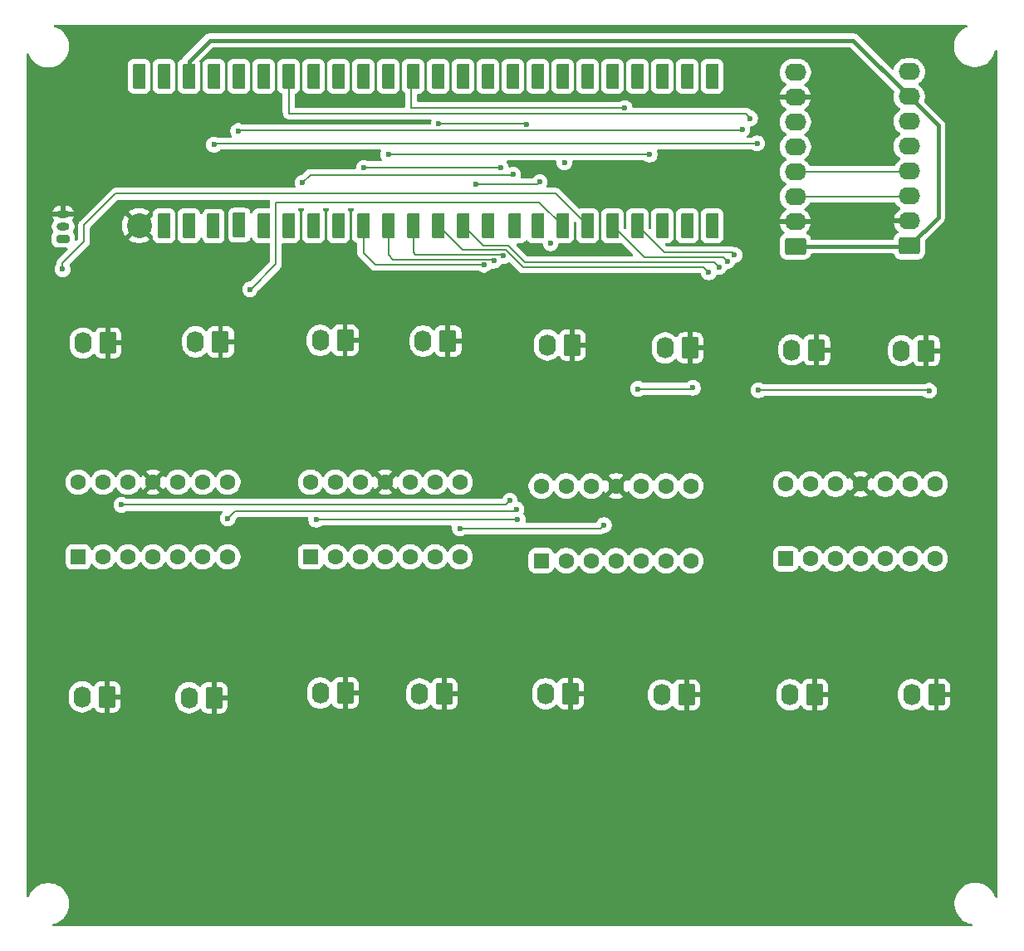
<source format=gbl>
G04 #@! TF.GenerationSoftware,KiCad,Pcbnew,9.0.2*
G04 #@! TF.CreationDate,2025-07-17T17:13:56-07:00*
G04 #@! TF.ProjectId,fsrPrototype2,66737250-726f-4746-9f74-797065322e6b,rev?*
G04 #@! TF.SameCoordinates,Original*
G04 #@! TF.FileFunction,Copper,L4,Bot*
G04 #@! TF.FilePolarity,Positive*
%FSLAX46Y46*%
G04 Gerber Fmt 4.6, Leading zero omitted, Abs format (unit mm)*
G04 Created by KiCad (PCBNEW 9.0.2) date 2025-07-17 17:13:56*
%MOMM*%
%LPD*%
G01*
G04 APERTURE LIST*
G04 Aperture macros list*
%AMRoundRect*
0 Rectangle with rounded corners*
0 $1 Rounding radius*
0 $2 $3 $4 $5 $6 $7 $8 $9 X,Y pos of 4 corners*
0 Add a 4 corners polygon primitive as box body*
4,1,4,$2,$3,$4,$5,$6,$7,$8,$9,$2,$3,0*
0 Add four circle primitives for the rounded corners*
1,1,$1+$1,$2,$3*
1,1,$1+$1,$4,$5*
1,1,$1+$1,$6,$7*
1,1,$1+$1,$8,$9*
0 Add four rect primitives between the rounded corners*
20,1,$1+$1,$2,$3,$4,$5,0*
20,1,$1+$1,$4,$5,$6,$7,0*
20,1,$1+$1,$6,$7,$8,$9,0*
20,1,$1+$1,$8,$9,$2,$3,0*%
G04 Aperture macros list end*
G04 #@! TA.AperFunction,ComponentPad*
%ADD10RoundRect,0.250000X0.845000X-0.620000X0.845000X0.620000X-0.845000X0.620000X-0.845000X-0.620000X0*%
G04 #@! TD*
G04 #@! TA.AperFunction,ComponentPad*
%ADD11O,2.190000X1.740000*%
G04 #@! TD*
G04 #@! TA.AperFunction,ComponentPad*
%ADD12O,1.300000X0.800000*%
G04 #@! TD*
G04 #@! TA.AperFunction,ComponentPad*
%ADD13RoundRect,0.200000X0.450000X-0.200000X0.450000X0.200000X-0.450000X0.200000X-0.450000X-0.200000X0*%
G04 #@! TD*
G04 #@! TA.AperFunction,ComponentPad*
%ADD14RoundRect,0.250000X0.620000X0.845000X-0.620000X0.845000X-0.620000X-0.845000X0.620000X-0.845000X0*%
G04 #@! TD*
G04 #@! TA.AperFunction,ComponentPad*
%ADD15O,1.740000X2.190000*%
G04 #@! TD*
G04 #@! TA.AperFunction,ComponentPad*
%ADD16RoundRect,0.250000X0.550000X-0.550000X0.550000X0.550000X-0.550000X0.550000X-0.550000X-0.550000X0*%
G04 #@! TD*
G04 #@! TA.AperFunction,ComponentPad*
%ADD17C,1.600000*%
G04 #@! TD*
G04 #@! TA.AperFunction,ComponentPad*
%ADD18C,2.540000*%
G04 #@! TD*
G04 #@! TA.AperFunction,ComponentPad*
%ADD19RoundRect,0.095250X0.539750X-1.174750X0.539750X1.174750X-0.539750X1.174750X-0.539750X-1.174750X0*%
G04 #@! TD*
G04 #@! TA.AperFunction,ViaPad*
%ADD20C,0.600000*%
G04 #@! TD*
G04 #@! TA.AperFunction,Conductor*
%ADD21C,0.200000*%
G04 #@! TD*
G04 #@! TA.AperFunction,Conductor*
%ADD22C,0.400000*%
G04 #@! TD*
G04 APERTURE END LIST*
D10*
X192520000Y-71070000D03*
D11*
X192520000Y-68530000D03*
X192520000Y-65990000D03*
X192520000Y-63450000D03*
X192520000Y-60910000D03*
X192520000Y-58370000D03*
X192520000Y-55830000D03*
X192520000Y-53290000D03*
D10*
X180900000Y-71130000D03*
D11*
X180900000Y-68590000D03*
X180900000Y-66050000D03*
X180900000Y-63510000D03*
X180900000Y-60970000D03*
X180900000Y-58430000D03*
X180900000Y-55890000D03*
X180900000Y-53350000D03*
D12*
X106250000Y-67850000D03*
X106250000Y-69100000D03*
D13*
X106250000Y-70350000D03*
D14*
X134995000Y-80700000D03*
D15*
X132455000Y-80700000D03*
D14*
X194252500Y-81760000D03*
D15*
X191712500Y-81760000D03*
D16*
X179920000Y-103000000D03*
D17*
X182460000Y-103000000D03*
X185000000Y-103000000D03*
X187540000Y-103000000D03*
X190080000Y-103000000D03*
X192620000Y-103000000D03*
X195160000Y-103000000D03*
X195160000Y-95380000D03*
X192620000Y-95380000D03*
X190080000Y-95380000D03*
X187540000Y-95380000D03*
X185000000Y-95380000D03*
X182460000Y-95380000D03*
X179920000Y-95380000D03*
D14*
X110735000Y-117080000D03*
D15*
X108195000Y-117080000D03*
D14*
X145482500Y-80780000D03*
D15*
X142942500Y-80780000D03*
D14*
X122290000Y-80860000D03*
D15*
X119750000Y-80860000D03*
D14*
X157977500Y-116760000D03*
D15*
X155437500Y-116760000D03*
D14*
X158160000Y-81180000D03*
D15*
X155620000Y-81180000D03*
D14*
X182877500Y-116860000D03*
D15*
X180337500Y-116860000D03*
D14*
X195277500Y-116850000D03*
D15*
X192737500Y-116850000D03*
D16*
X131475000Y-102800000D03*
D17*
X134015000Y-102800000D03*
X136555000Y-102800000D03*
X139095000Y-102800000D03*
X141635000Y-102800000D03*
X144175000Y-102800000D03*
X146715000Y-102800000D03*
X146715000Y-95180000D03*
X144175000Y-95180000D03*
X141635000Y-95180000D03*
X139095000Y-95180000D03*
X136555000Y-95180000D03*
X134015000Y-95180000D03*
X131475000Y-95180000D03*
D16*
X155000000Y-103180000D03*
D17*
X157540000Y-103180000D03*
X160080000Y-103180000D03*
X162620000Y-103180000D03*
X165160000Y-103180000D03*
X167700000Y-103180000D03*
X170240000Y-103180000D03*
X170240000Y-95560000D03*
X167700000Y-95560000D03*
X165160000Y-95560000D03*
X162620000Y-95560000D03*
X160080000Y-95560000D03*
X157540000Y-95560000D03*
X155000000Y-95560000D03*
D16*
X107795000Y-102795000D03*
D17*
X110335000Y-102795000D03*
X112875000Y-102795000D03*
X115415000Y-102795000D03*
X117955000Y-102795000D03*
X120495000Y-102795000D03*
X123035000Y-102795000D03*
X123035000Y-95175000D03*
X120495000Y-95175000D03*
X117955000Y-95175000D03*
X115415000Y-95175000D03*
X112875000Y-95175000D03*
X110335000Y-95175000D03*
X107795000Y-95175000D03*
D14*
X110815000Y-80980000D03*
D15*
X108275000Y-80980000D03*
D14*
X183077500Y-81680000D03*
D15*
X180537500Y-81680000D03*
D18*
X114000000Y-69000000D03*
D19*
X116540000Y-69000000D03*
X119080000Y-69000000D03*
X121577920Y-69047039D03*
X124210347Y-68956266D03*
X126700000Y-69000000D03*
X129240000Y-69000000D03*
X131780000Y-69000000D03*
X134320000Y-69000000D03*
X136860000Y-69000000D03*
X139400000Y-69000000D03*
X141940000Y-69000000D03*
X144480000Y-69000000D03*
X147020000Y-69000000D03*
X149560000Y-69000000D03*
X152350080Y-69047039D03*
X154640000Y-69000000D03*
X157180000Y-69000000D03*
X159720000Y-69000000D03*
X162260000Y-69000000D03*
X164800000Y-69000000D03*
X167340000Y-69000000D03*
X169880000Y-69000000D03*
X172420000Y-69000000D03*
X172420000Y-53760000D03*
X169880000Y-53760000D03*
X167340000Y-53760000D03*
X164800000Y-53760000D03*
X162260000Y-53760000D03*
X159720000Y-53760000D03*
X157180000Y-53760000D03*
X154640000Y-53760000D03*
X152100000Y-53760000D03*
X149560000Y-53760000D03*
X147020000Y-53760000D03*
X144480000Y-53760000D03*
X141940000Y-53760000D03*
X139400000Y-53760000D03*
X136860000Y-53760000D03*
X134320000Y-53760000D03*
X131780000Y-53760000D03*
X129240000Y-53760000D03*
X126700000Y-53760000D03*
X124160000Y-53760000D03*
X121620000Y-53760000D03*
X119080000Y-53760000D03*
X116540000Y-53760000D03*
X114000000Y-53760000D03*
D14*
X121625000Y-117160000D03*
D15*
X119085000Y-117160000D03*
D14*
X135015000Y-116680000D03*
D15*
X132475000Y-116680000D03*
D14*
X145115000Y-116780000D03*
D15*
X142575000Y-116780000D03*
D14*
X170160000Y-81480000D03*
D15*
X167620000Y-81480000D03*
D14*
X169802500Y-116880000D03*
D15*
X167262500Y-116880000D03*
D20*
X157350000Y-62550000D03*
X153500000Y-58700000D03*
X144550000Y-58600000D03*
X163500000Y-57000000D03*
X170450000Y-85550000D03*
X166050000Y-61750000D03*
X164850000Y-85650000D03*
X139400000Y-61750000D03*
X150850000Y-63050000D03*
X136900000Y-63100000D03*
X176300000Y-58050000D03*
X177150000Y-85800000D03*
X124100000Y-59350000D03*
X194550000Y-85850000D03*
X175500000Y-59200000D03*
X177000000Y-60600000D03*
X121620000Y-60750000D03*
X112200000Y-97500000D03*
X151800000Y-97050000D03*
X152450000Y-97950000D03*
X123035000Y-98865000D03*
X125300000Y-75500000D03*
X106200000Y-73450000D03*
X155950000Y-70800000D03*
X152600000Y-99000000D03*
X132050000Y-99000000D03*
X146700000Y-99900000D03*
X161400000Y-99550000D03*
X148350000Y-64800000D03*
X154850000Y-64550000D03*
X152100000Y-63800000D03*
X130650000Y-64650000D03*
X149150000Y-73000000D03*
X150153000Y-72597000D03*
X151150000Y-72100000D03*
X172075000Y-73775000D03*
X173125000Y-73225000D03*
X173950000Y-72650000D03*
X174700000Y-72000000D03*
D21*
X156470000Y-65750000D02*
X159720000Y-69000000D01*
X108400000Y-68950000D02*
X111600000Y-65750000D01*
X111600000Y-65750000D02*
X156470000Y-65750000D01*
X106200000Y-72800000D02*
X108400000Y-70600000D01*
X106200000Y-73450000D02*
X106200000Y-72800000D01*
X108400000Y-70600000D02*
X108400000Y-68950000D01*
D22*
X195450000Y-58760000D02*
X192520000Y-55830000D01*
X195450000Y-68140000D02*
X195450000Y-58760000D01*
X192520000Y-71070000D02*
X195450000Y-68140000D01*
X192460000Y-71130000D02*
X192520000Y-71070000D01*
X180900000Y-71130000D02*
X192460000Y-71130000D01*
D21*
X192460000Y-63510000D02*
X192520000Y-63450000D01*
X180900000Y-63510000D02*
X192460000Y-63510000D01*
X192460000Y-66050000D02*
X192520000Y-65990000D01*
X180900000Y-66050000D02*
X192460000Y-66050000D01*
X144550000Y-58600000D02*
X153400000Y-58600000D01*
X153400000Y-58600000D02*
X153500000Y-58700000D01*
X163500000Y-57000000D02*
X141750000Y-57000000D01*
X141750000Y-53950000D02*
X141940000Y-53760000D01*
X141750000Y-57000000D02*
X141750000Y-53950000D01*
X166050000Y-61750000D02*
X139400000Y-61750000D01*
X170350000Y-85650000D02*
X164850000Y-85650000D01*
X170450000Y-85550000D02*
X170350000Y-85650000D01*
X150850000Y-63050000D02*
X136950000Y-63050000D01*
X136950000Y-63050000D02*
X136900000Y-63100000D01*
X176300000Y-58000000D02*
X175850000Y-57550000D01*
X175850000Y-57550000D02*
X129250000Y-57550000D01*
X129250000Y-57370000D02*
X129240000Y-57360000D01*
X129250000Y-57550000D02*
X129250000Y-57370000D01*
X129240000Y-57360000D02*
X129240000Y-53760000D01*
X176300000Y-58050000D02*
X176300000Y-58000000D01*
X175500000Y-59200000D02*
X175400000Y-59300000D01*
X194550000Y-85850000D02*
X194500000Y-85800000D01*
X194500000Y-85800000D02*
X177150000Y-85800000D01*
X175400000Y-59300000D02*
X124150000Y-59300000D01*
X124150000Y-59300000D02*
X124100000Y-59350000D01*
X176950000Y-60650000D02*
X121900000Y-60650000D01*
X177000000Y-60600000D02*
X176950000Y-60650000D01*
X121800000Y-60750000D02*
X121620000Y-60750000D01*
X121900000Y-60650000D02*
X121800000Y-60750000D01*
X112200000Y-97500000D02*
X151350000Y-97500000D01*
X151350000Y-97500000D02*
X151800000Y-97050000D01*
X123035000Y-98865000D02*
X123750000Y-98150000D01*
X152250000Y-98150000D02*
X152450000Y-97950000D01*
X123750000Y-98150000D02*
X152250000Y-98150000D01*
X154780000Y-66600000D02*
X157180000Y-69000000D01*
X125300000Y-75500000D02*
X125350000Y-75500000D01*
X127950000Y-66600000D02*
X154780000Y-66600000D01*
X125350000Y-75500000D02*
X127950000Y-72900000D01*
X127950000Y-72900000D02*
X127950000Y-66600000D01*
X132050000Y-99000000D02*
X152600000Y-99000000D01*
X146700000Y-99900000D02*
X161050000Y-99900000D01*
X161050000Y-99900000D02*
X161400000Y-99550000D01*
X154600000Y-64800000D02*
X154850000Y-64550000D01*
X148350000Y-64800000D02*
X154600000Y-64800000D01*
X152050000Y-63850000D02*
X152100000Y-63800000D01*
X130650000Y-64650000D02*
X131450000Y-63850000D01*
X131450000Y-63850000D02*
X152050000Y-63850000D01*
D22*
X112875000Y-95175000D02*
X113000000Y-95050000D01*
D21*
X121700000Y-69950000D02*
X121700000Y-69169119D01*
X121700000Y-69169119D02*
X121577920Y-69047039D01*
X149150000Y-73000000D02*
X138050000Y-73000000D01*
X136860000Y-71810000D02*
X136860000Y-69000000D01*
X138050000Y-73000000D02*
X136860000Y-71810000D01*
X139872000Y-72472000D02*
X139400000Y-72000000D01*
X139400000Y-72000000D02*
X139400000Y-69000000D01*
X150028000Y-72472000D02*
X139872000Y-72472000D01*
X150153000Y-72597000D02*
X150028000Y-72472000D01*
X151000000Y-71950000D02*
X142146000Y-71950000D01*
X141940000Y-71744000D02*
X141940000Y-69000000D01*
X142146000Y-71950000D02*
X141940000Y-71744000D01*
X151150000Y-72100000D02*
X151000000Y-71950000D01*
X151400000Y-71500000D02*
X146980000Y-71500000D01*
X171550000Y-73250000D02*
X153150000Y-73250000D01*
X172075000Y-73775000D02*
X171550000Y-73250000D01*
X146980000Y-71500000D02*
X144480000Y-69000000D01*
X153150000Y-73250000D02*
X151400000Y-71500000D01*
X153322000Y-72722000D02*
X151650000Y-71050000D01*
X151650000Y-71050000D02*
X149070000Y-71050000D01*
X173125000Y-73225000D02*
X172622000Y-72722000D01*
X149070000Y-71050000D02*
X147020000Y-69000000D01*
X172622000Y-72722000D02*
X153322000Y-72722000D01*
X173550000Y-72250000D02*
X165510000Y-72250000D01*
X173950000Y-72650000D02*
X173550000Y-72250000D01*
X165510000Y-72250000D02*
X162260000Y-69000000D01*
X174450000Y-71750000D02*
X167550000Y-71750000D01*
X174700000Y-72000000D02*
X174450000Y-71750000D01*
X167550000Y-71750000D02*
X164800000Y-69000000D01*
X119080000Y-54520000D02*
X119080000Y-53760000D01*
D22*
X119080000Y-52220000D02*
X119080000Y-53760000D01*
X121200000Y-50100000D02*
X119080000Y-52220000D01*
X186790000Y-50100000D02*
X121200000Y-50100000D01*
X192520000Y-55830000D02*
X186790000Y-50100000D01*
G04 #@! TA.AperFunction,Conductor*
G36*
X191085019Y-66670185D02*
G01*
X191119096Y-66704998D01*
X191119979Y-66704357D01*
X191122842Y-66708298D01*
X191122843Y-66708299D01*
X191249641Y-66882821D01*
X191402179Y-67035359D01*
X191498720Y-67105500D01*
X191573720Y-67159991D01*
X191616385Y-67215321D01*
X191622364Y-67284935D01*
X191589758Y-67346730D01*
X191573720Y-67360627D01*
X191402503Y-67485024D01*
X191250025Y-67637502D01*
X191250025Y-67637503D01*
X191123271Y-67811963D01*
X191025372Y-68004098D01*
X190958733Y-68209190D01*
X190947519Y-68280000D01*
X191977291Y-68280000D01*
X191965548Y-68300339D01*
X191925000Y-68451667D01*
X191925000Y-68608333D01*
X191965548Y-68759661D01*
X191977291Y-68780000D01*
X190947519Y-68780000D01*
X190958733Y-68850809D01*
X191025372Y-69055901D01*
X191123271Y-69248036D01*
X191250025Y-69422496D01*
X191250025Y-69422497D01*
X191392107Y-69564579D01*
X191425592Y-69625902D01*
X191420608Y-69695594D01*
X191378736Y-69751527D01*
X191356840Y-69764638D01*
X191355672Y-69765182D01*
X191206342Y-69857289D01*
X191082289Y-69981342D01*
X190990187Y-70130663D01*
X190990186Y-70130666D01*
X190938533Y-70286546D01*
X190935001Y-70297204D01*
X190935000Y-70297205D01*
X190932866Y-70318102D01*
X190906470Y-70382794D01*
X190849290Y-70422945D01*
X190809508Y-70429500D01*
X182598497Y-70429500D01*
X182531458Y-70409815D01*
X182485703Y-70357011D01*
X182480791Y-70344504D01*
X182466011Y-70299902D01*
X182429814Y-70190666D01*
X182337712Y-70041344D01*
X182213656Y-69917288D01*
X182064334Y-69825186D01*
X182064332Y-69825185D01*
X182064325Y-69825181D01*
X182063165Y-69824640D01*
X182062503Y-69824057D01*
X182058187Y-69821395D01*
X182058642Y-69820657D01*
X182010727Y-69778466D01*
X181991577Y-69711272D01*
X182011795Y-69644392D01*
X182027892Y-69624578D01*
X182169977Y-69482493D01*
X182296728Y-69308036D01*
X182394627Y-69115901D01*
X182461266Y-68910809D01*
X182472481Y-68840000D01*
X181442709Y-68840000D01*
X181454452Y-68819661D01*
X181495000Y-68668333D01*
X181495000Y-68511667D01*
X181454452Y-68360339D01*
X181442709Y-68340000D01*
X182472481Y-68340000D01*
X182461266Y-68269190D01*
X182394627Y-68064098D01*
X182296728Y-67871963D01*
X182169974Y-67697503D01*
X182169974Y-67697502D01*
X182017497Y-67545025D01*
X181846279Y-67420627D01*
X181803614Y-67365297D01*
X181797635Y-67295683D01*
X181830241Y-67233888D01*
X181846280Y-67219991D01*
X181873107Y-67200500D01*
X182017821Y-67095359D01*
X182170359Y-66942821D01*
X182297157Y-66768299D01*
X182322680Y-66718205D01*
X182370654Y-66667410D01*
X182433165Y-66650500D01*
X191017980Y-66650500D01*
X191085019Y-66670185D01*
G37*
G04 #@! TD.AperFunction*
G04 #@! TA.AperFunction,Conductor*
G36*
X198397463Y-48520185D02*
G01*
X198443218Y-48572989D01*
X198453162Y-48642147D01*
X198424137Y-48705703D01*
X198377877Y-48739061D01*
X198242072Y-48795313D01*
X198242062Y-48795317D01*
X198001489Y-48934211D01*
X197781102Y-49103322D01*
X197584674Y-49299750D01*
X197415563Y-49520137D01*
X197276669Y-49760710D01*
X197276665Y-49760720D01*
X197170360Y-50017362D01*
X197098462Y-50285689D01*
X197062205Y-50561093D01*
X197062204Y-50561110D01*
X197062204Y-50838889D01*
X197062205Y-50838906D01*
X197098462Y-51114310D01*
X197170360Y-51382637D01*
X197276665Y-51639279D01*
X197276669Y-51639289D01*
X197415563Y-51879862D01*
X197584674Y-52100249D01*
X197584682Y-52100258D01*
X197781094Y-52296670D01*
X197781102Y-52296677D01*
X198001489Y-52465788D01*
X198242062Y-52604682D01*
X198242063Y-52604682D01*
X198242066Y-52604684D01*
X198498713Y-52710991D01*
X198767040Y-52782889D01*
X199042456Y-52819148D01*
X199042463Y-52819148D01*
X199320241Y-52819148D01*
X199320248Y-52819148D01*
X199595664Y-52782889D01*
X199863991Y-52710991D01*
X200120638Y-52604684D01*
X200361214Y-52465788D01*
X200581601Y-52296678D01*
X200581605Y-52296673D01*
X200581610Y-52296670D01*
X200778022Y-52100258D01*
X200778025Y-52100253D01*
X200778030Y-52100249D01*
X200947140Y-51879862D01*
X201086036Y-51639286D01*
X201192343Y-51382639D01*
X201255726Y-51146090D01*
X201292090Y-51086431D01*
X201354937Y-51055902D01*
X201424312Y-51064197D01*
X201478190Y-51108682D01*
X201499465Y-51175234D01*
X201499500Y-51178185D01*
X201499500Y-137438431D01*
X201479815Y-137505470D01*
X201427011Y-137551225D01*
X201357853Y-137561169D01*
X201294297Y-137532144D01*
X201260939Y-137485884D01*
X201258612Y-137480266D01*
X201154684Y-137229362D01*
X201053409Y-137053947D01*
X201015788Y-136988785D01*
X200846677Y-136768398D01*
X200846670Y-136768390D01*
X200650258Y-136571978D01*
X200650249Y-136571970D01*
X200429862Y-136402859D01*
X200189289Y-136263965D01*
X200189279Y-136263961D01*
X199932637Y-136157656D01*
X199664310Y-136085758D01*
X199388906Y-136049501D01*
X199388901Y-136049500D01*
X199388896Y-136049500D01*
X199111104Y-136049500D01*
X199111098Y-136049500D01*
X199111093Y-136049501D01*
X198835689Y-136085758D01*
X198567362Y-136157656D01*
X198310720Y-136263961D01*
X198310710Y-136263965D01*
X198070137Y-136402859D01*
X197849750Y-136571970D01*
X197653322Y-136768398D01*
X197484211Y-136988785D01*
X197345317Y-137229358D01*
X197345313Y-137229368D01*
X197239008Y-137486010D01*
X197167110Y-137754337D01*
X197130853Y-138029741D01*
X197130852Y-138029758D01*
X197130852Y-138307537D01*
X197130853Y-138307554D01*
X197167110Y-138582958D01*
X197239008Y-138851285D01*
X197345313Y-139107927D01*
X197345317Y-139107937D01*
X197484211Y-139348510D01*
X197653322Y-139568897D01*
X197653330Y-139568906D01*
X197849742Y-139765318D01*
X197849750Y-139765325D01*
X197849751Y-139765326D01*
X197901027Y-139804671D01*
X198070137Y-139934436D01*
X198310710Y-140073330D01*
X198310711Y-140073330D01*
X198310714Y-140073332D01*
X198567361Y-140179639D01*
X198835688Y-140251537D01*
X198843467Y-140252561D01*
X198907364Y-140280827D01*
X198945835Y-140339152D01*
X198946666Y-140409016D01*
X198909594Y-140468240D01*
X198846389Y-140498019D01*
X198827282Y-140499500D01*
X105279133Y-140499500D01*
X105212094Y-140479815D01*
X105166339Y-140427011D01*
X105156395Y-140357853D01*
X105185420Y-140294297D01*
X105244198Y-140256523D01*
X105247010Y-140255733D01*
X105413991Y-140210991D01*
X105670638Y-140104684D01*
X105911214Y-139965788D01*
X106131601Y-139796678D01*
X106131605Y-139796673D01*
X106131610Y-139796670D01*
X106328022Y-139600258D01*
X106328025Y-139600253D01*
X106328030Y-139600249D01*
X106497140Y-139379862D01*
X106636036Y-139139286D01*
X106742343Y-138882639D01*
X106814241Y-138614312D01*
X106850500Y-138338896D01*
X106850500Y-138061104D01*
X106814241Y-137785688D01*
X106742343Y-137517361D01*
X106636036Y-137260714D01*
X106627900Y-137246622D01*
X106497140Y-137020137D01*
X106328029Y-136799750D01*
X106328022Y-136799742D01*
X106131610Y-136603330D01*
X106131601Y-136603322D01*
X105911214Y-136434211D01*
X105670641Y-136295317D01*
X105670631Y-136295313D01*
X105413989Y-136189008D01*
X105145662Y-136117110D01*
X104870258Y-136080853D01*
X104870253Y-136080852D01*
X104870248Y-136080852D01*
X104592456Y-136080852D01*
X104592450Y-136080852D01*
X104592445Y-136080853D01*
X104317041Y-136117110D01*
X104048714Y-136189008D01*
X103792072Y-136295313D01*
X103792062Y-136295317D01*
X103551489Y-136434211D01*
X103331102Y-136603322D01*
X103134674Y-136799750D01*
X102965563Y-137020137D01*
X102826669Y-137260710D01*
X102826664Y-137260720D01*
X102739061Y-137472215D01*
X102695220Y-137526618D01*
X102628926Y-137548683D01*
X102561226Y-137531404D01*
X102513616Y-137480266D01*
X102500500Y-137424762D01*
X102500500Y-116747133D01*
X106824500Y-116747133D01*
X106824500Y-117412866D01*
X106855896Y-117611089D01*
X106858246Y-117625926D01*
X106924908Y-117831089D01*
X107022843Y-118023299D01*
X107149641Y-118197821D01*
X107302179Y-118350359D01*
X107476701Y-118477157D01*
X107668911Y-118575092D01*
X107874074Y-118641754D01*
X107953973Y-118654408D01*
X108087134Y-118675500D01*
X108087139Y-118675500D01*
X108302866Y-118675500D01*
X108421230Y-118656752D01*
X108515926Y-118641754D01*
X108721089Y-118575092D01*
X108913299Y-118477157D01*
X109087821Y-118350359D01*
X109230186Y-118207993D01*
X109291505Y-118174511D01*
X109361197Y-118179495D01*
X109417131Y-118221366D01*
X109430248Y-118243277D01*
X109430640Y-118244118D01*
X109522684Y-118393345D01*
X109646654Y-118517315D01*
X109795875Y-118609356D01*
X109795880Y-118609358D01*
X109962302Y-118664505D01*
X109962309Y-118664506D01*
X110065019Y-118674999D01*
X110484999Y-118674999D01*
X110485000Y-118674998D01*
X110485000Y-117622709D01*
X110505339Y-117634452D01*
X110656667Y-117675000D01*
X110813333Y-117675000D01*
X110964661Y-117634452D01*
X110985000Y-117622709D01*
X110985000Y-118674999D01*
X111404972Y-118674999D01*
X111404986Y-118674998D01*
X111507697Y-118664505D01*
X111674119Y-118609358D01*
X111674124Y-118609356D01*
X111823345Y-118517315D01*
X111947315Y-118393345D01*
X112039356Y-118244124D01*
X112039358Y-118244119D01*
X112094505Y-118077697D01*
X112094506Y-118077690D01*
X112104999Y-117974986D01*
X112105000Y-117974973D01*
X112105000Y-117330000D01*
X111277709Y-117330000D01*
X111289452Y-117309661D01*
X111330000Y-117158333D01*
X111330000Y-117001667D01*
X111289452Y-116850339D01*
X111277709Y-116830000D01*
X112104999Y-116830000D01*
X112104999Y-116827133D01*
X117714500Y-116827133D01*
X117714500Y-117492866D01*
X117743775Y-117677697D01*
X117748246Y-117705926D01*
X117810597Y-117897822D01*
X117814909Y-117911091D01*
X117849762Y-117979495D01*
X117912843Y-118103299D01*
X118039641Y-118277821D01*
X118192179Y-118430359D01*
X118366701Y-118557157D01*
X118558911Y-118655092D01*
X118764074Y-118721754D01*
X118843973Y-118734408D01*
X118977134Y-118755500D01*
X118977139Y-118755500D01*
X119192866Y-118755500D01*
X119311230Y-118736752D01*
X119405926Y-118721754D01*
X119611089Y-118655092D01*
X119803299Y-118557157D01*
X119977821Y-118430359D01*
X120120186Y-118287993D01*
X120181505Y-118254511D01*
X120251197Y-118259495D01*
X120307131Y-118301366D01*
X120320248Y-118323277D01*
X120320640Y-118324118D01*
X120412684Y-118473345D01*
X120536654Y-118597315D01*
X120685875Y-118689356D01*
X120685880Y-118689358D01*
X120852302Y-118744505D01*
X120852309Y-118744506D01*
X120955019Y-118754999D01*
X121374999Y-118754999D01*
X121375000Y-118754998D01*
X121375000Y-117702709D01*
X121395339Y-117714452D01*
X121546667Y-117755000D01*
X121703333Y-117755000D01*
X121854661Y-117714452D01*
X121875000Y-117702709D01*
X121875000Y-118754999D01*
X122294972Y-118754999D01*
X122294986Y-118754998D01*
X122397697Y-118744505D01*
X122564119Y-118689358D01*
X122564124Y-118689356D01*
X122713345Y-118597315D01*
X122837315Y-118473345D01*
X122929356Y-118324124D01*
X122929358Y-118324119D01*
X122984505Y-118157697D01*
X122984506Y-118157690D01*
X122994999Y-118054986D01*
X122995000Y-118054973D01*
X122995000Y-117410000D01*
X122167709Y-117410000D01*
X122179452Y-117389661D01*
X122220000Y-117238333D01*
X122220000Y-117081667D01*
X122179452Y-116930339D01*
X122167709Y-116910000D01*
X122994999Y-116910000D01*
X122994999Y-116347133D01*
X131104500Y-116347133D01*
X131104500Y-117012866D01*
X131136569Y-117215338D01*
X131138246Y-117225926D01*
X131203230Y-117425926D01*
X131204909Y-117431091D01*
X131211996Y-117445000D01*
X131302843Y-117623299D01*
X131429641Y-117797821D01*
X131582179Y-117950359D01*
X131756701Y-118077157D01*
X131948911Y-118175092D01*
X132154074Y-118241754D01*
X132233973Y-118254408D01*
X132367134Y-118275500D01*
X132367139Y-118275500D01*
X132582866Y-118275500D01*
X132701230Y-118256752D01*
X132795926Y-118241754D01*
X133001089Y-118175092D01*
X133193299Y-118077157D01*
X133367821Y-117950359D01*
X133510186Y-117807993D01*
X133571505Y-117774511D01*
X133641197Y-117779495D01*
X133697131Y-117821366D01*
X133710248Y-117843277D01*
X133710640Y-117844118D01*
X133802684Y-117993345D01*
X133926654Y-118117315D01*
X134075875Y-118209356D01*
X134075880Y-118209358D01*
X134242302Y-118264505D01*
X134242309Y-118264506D01*
X134345019Y-118274999D01*
X134764999Y-118274999D01*
X134765000Y-118274998D01*
X134765000Y-117222709D01*
X134785339Y-117234452D01*
X134936667Y-117275000D01*
X135093333Y-117275000D01*
X135244661Y-117234452D01*
X135265000Y-117222709D01*
X135265000Y-118274999D01*
X135684972Y-118274999D01*
X135684986Y-118274998D01*
X135787697Y-118264505D01*
X135954119Y-118209358D01*
X135954124Y-118209356D01*
X136103345Y-118117315D01*
X136227315Y-117993345D01*
X136319356Y-117844124D01*
X136319358Y-117844119D01*
X136374505Y-117677697D01*
X136374506Y-117677690D01*
X136384999Y-117574986D01*
X136385000Y-117574973D01*
X136385000Y-116930000D01*
X135557709Y-116930000D01*
X135569452Y-116909661D01*
X135610000Y-116758333D01*
X135610000Y-116601667D01*
X135569452Y-116450339D01*
X135567601Y-116447133D01*
X141204500Y-116447133D01*
X141204500Y-117112866D01*
X141238245Y-117325922D01*
X141238246Y-117325926D01*
X141304908Y-117531089D01*
X141402843Y-117723299D01*
X141529641Y-117897821D01*
X141682179Y-118050359D01*
X141856701Y-118177157D01*
X142048911Y-118275092D01*
X142254074Y-118341754D01*
X142333973Y-118354408D01*
X142467134Y-118375500D01*
X142467139Y-118375500D01*
X142682866Y-118375500D01*
X142801230Y-118356752D01*
X142895926Y-118341754D01*
X143101089Y-118275092D01*
X143293299Y-118177157D01*
X143467821Y-118050359D01*
X143610186Y-117907993D01*
X143671505Y-117874511D01*
X143741197Y-117879495D01*
X143797131Y-117921366D01*
X143810248Y-117943277D01*
X143810640Y-117944118D01*
X143902684Y-118093345D01*
X144026654Y-118217315D01*
X144175875Y-118309356D01*
X144175880Y-118309358D01*
X144342302Y-118364505D01*
X144342309Y-118364506D01*
X144445019Y-118374999D01*
X144864999Y-118374999D01*
X144865000Y-118374998D01*
X144865000Y-117322709D01*
X144885339Y-117334452D01*
X145036667Y-117375000D01*
X145193333Y-117375000D01*
X145344661Y-117334452D01*
X145365000Y-117322709D01*
X145365000Y-118374999D01*
X145784972Y-118374999D01*
X145784986Y-118374998D01*
X145887697Y-118364505D01*
X146054119Y-118309358D01*
X146054124Y-118309356D01*
X146203345Y-118217315D01*
X146327315Y-118093345D01*
X146419356Y-117944124D01*
X146419358Y-117944119D01*
X146474505Y-117777697D01*
X146474506Y-117777690D01*
X146484999Y-117674986D01*
X146485000Y-117674973D01*
X146485000Y-117030000D01*
X145657709Y-117030000D01*
X145669452Y-117009661D01*
X145710000Y-116858333D01*
X145710000Y-116701667D01*
X145669452Y-116550339D01*
X145657709Y-116530000D01*
X146484999Y-116530000D01*
X146484999Y-116427133D01*
X154067000Y-116427133D01*
X154067000Y-117092866D01*
X154100745Y-117305922D01*
X154100746Y-117305926D01*
X154161485Y-117492861D01*
X154167409Y-117511091D01*
X154228552Y-117631091D01*
X154265343Y-117703299D01*
X154392141Y-117877821D01*
X154544679Y-118030359D01*
X154719201Y-118157157D01*
X154911411Y-118255092D01*
X155116574Y-118321754D01*
X155196473Y-118334408D01*
X155329634Y-118355500D01*
X155329639Y-118355500D01*
X155545366Y-118355500D01*
X155663730Y-118336752D01*
X155758426Y-118321754D01*
X155963589Y-118255092D01*
X156155799Y-118157157D01*
X156330321Y-118030359D01*
X156472686Y-117887993D01*
X156534005Y-117854511D01*
X156603697Y-117859495D01*
X156659631Y-117901366D01*
X156672748Y-117923277D01*
X156673140Y-117924118D01*
X156765184Y-118073345D01*
X156889154Y-118197315D01*
X157038375Y-118289356D01*
X157038380Y-118289358D01*
X157204802Y-118344505D01*
X157204809Y-118344506D01*
X157307519Y-118354999D01*
X157727499Y-118354999D01*
X157727500Y-118354998D01*
X157727500Y-117302709D01*
X157747839Y-117314452D01*
X157899167Y-117355000D01*
X158055833Y-117355000D01*
X158207161Y-117314452D01*
X158227500Y-117302709D01*
X158227500Y-118354999D01*
X158647472Y-118354999D01*
X158647486Y-118354998D01*
X158750197Y-118344505D01*
X158916619Y-118289358D01*
X158916624Y-118289356D01*
X159065845Y-118197315D01*
X159189815Y-118073345D01*
X159281856Y-117924124D01*
X159281858Y-117924119D01*
X159337005Y-117757697D01*
X159337006Y-117757690D01*
X159347499Y-117654986D01*
X159347500Y-117654973D01*
X159347500Y-117010000D01*
X158520209Y-117010000D01*
X158531952Y-116989661D01*
X158572500Y-116838333D01*
X158572500Y-116681667D01*
X158536452Y-116547133D01*
X165892000Y-116547133D01*
X165892000Y-117212866D01*
X165925745Y-117425922D01*
X165925746Y-117425926D01*
X165990730Y-117625926D01*
X165992409Y-117631091D01*
X165994970Y-117636118D01*
X166090343Y-117823299D01*
X166217141Y-117997821D01*
X166369679Y-118150359D01*
X166544201Y-118277157D01*
X166736411Y-118375092D01*
X166941574Y-118441754D01*
X167021473Y-118454408D01*
X167154634Y-118475500D01*
X167154639Y-118475500D01*
X167370366Y-118475500D01*
X167488730Y-118456752D01*
X167583426Y-118441754D01*
X167788589Y-118375092D01*
X167980799Y-118277157D01*
X168155321Y-118150359D01*
X168297686Y-118007993D01*
X168359005Y-117974511D01*
X168428697Y-117979495D01*
X168484631Y-118021366D01*
X168497748Y-118043277D01*
X168498140Y-118044118D01*
X168590184Y-118193345D01*
X168714154Y-118317315D01*
X168863375Y-118409356D01*
X168863380Y-118409358D01*
X169029802Y-118464505D01*
X169029809Y-118464506D01*
X169132519Y-118474999D01*
X169552499Y-118474999D01*
X169552500Y-118474998D01*
X169552500Y-117422709D01*
X169572839Y-117434452D01*
X169724167Y-117475000D01*
X169880833Y-117475000D01*
X170032161Y-117434452D01*
X170052500Y-117422709D01*
X170052500Y-118474999D01*
X170472472Y-118474999D01*
X170472486Y-118474998D01*
X170575197Y-118464505D01*
X170741619Y-118409358D01*
X170741624Y-118409356D01*
X170890845Y-118317315D01*
X171014815Y-118193345D01*
X171106856Y-118044124D01*
X171106858Y-118044119D01*
X171162005Y-117877697D01*
X171162006Y-117877690D01*
X171172499Y-117774986D01*
X171172500Y-117774973D01*
X171172500Y-117130000D01*
X170345209Y-117130000D01*
X170356952Y-117109661D01*
X170397500Y-116958333D01*
X170397500Y-116801667D01*
X170356952Y-116650339D01*
X170345209Y-116630000D01*
X171172499Y-116630000D01*
X171172499Y-116527133D01*
X178967000Y-116527133D01*
X178967000Y-117192866D01*
X179000745Y-117405922D01*
X179000746Y-117405926D01*
X179067408Y-117611089D01*
X179165343Y-117803299D01*
X179292141Y-117977821D01*
X179444679Y-118130359D01*
X179619201Y-118257157D01*
X179811411Y-118355092D01*
X180016574Y-118421754D01*
X180096473Y-118434408D01*
X180229634Y-118455500D01*
X180229639Y-118455500D01*
X180445366Y-118455500D01*
X180563730Y-118436752D01*
X180658426Y-118421754D01*
X180863589Y-118355092D01*
X181055799Y-118257157D01*
X181230321Y-118130359D01*
X181372686Y-117987993D01*
X181434005Y-117954511D01*
X181503697Y-117959495D01*
X181559631Y-118001366D01*
X181572748Y-118023277D01*
X181573140Y-118024118D01*
X181665184Y-118173345D01*
X181789154Y-118297315D01*
X181938375Y-118389356D01*
X181938380Y-118389358D01*
X182104802Y-118444505D01*
X182104809Y-118444506D01*
X182207519Y-118454999D01*
X182627499Y-118454999D01*
X182627500Y-118454998D01*
X182627500Y-117402709D01*
X182647839Y-117414452D01*
X182799167Y-117455000D01*
X182955833Y-117455000D01*
X183107161Y-117414452D01*
X183127500Y-117402709D01*
X183127500Y-118454999D01*
X183547472Y-118454999D01*
X183547486Y-118454998D01*
X183650197Y-118444505D01*
X183816619Y-118389358D01*
X183816624Y-118389356D01*
X183965845Y-118297315D01*
X184089815Y-118173345D01*
X184181856Y-118024124D01*
X184181858Y-118024119D01*
X184237005Y-117857697D01*
X184237006Y-117857690D01*
X184247499Y-117754986D01*
X184247500Y-117754973D01*
X184247500Y-117110000D01*
X183420209Y-117110000D01*
X183431952Y-117089661D01*
X183472500Y-116938333D01*
X183472500Y-116781667D01*
X183431952Y-116630339D01*
X183420209Y-116610000D01*
X184247499Y-116610000D01*
X184247499Y-116517133D01*
X191367000Y-116517133D01*
X191367000Y-117182866D01*
X191400745Y-117395922D01*
X191400746Y-117395926D01*
X191467408Y-117601089D01*
X191565343Y-117793299D01*
X191692141Y-117967821D01*
X191844679Y-118120359D01*
X192019201Y-118247157D01*
X192211411Y-118345092D01*
X192416574Y-118411754D01*
X192479712Y-118421754D01*
X192629634Y-118445500D01*
X192629639Y-118445500D01*
X192845366Y-118445500D01*
X192963730Y-118426752D01*
X193058426Y-118411754D01*
X193263589Y-118345092D01*
X193455799Y-118247157D01*
X193630321Y-118120359D01*
X193772686Y-117977993D01*
X193834005Y-117944511D01*
X193903697Y-117949495D01*
X193959631Y-117991366D01*
X193972748Y-118013277D01*
X193973140Y-118014118D01*
X194065184Y-118163345D01*
X194189154Y-118287315D01*
X194338375Y-118379356D01*
X194338380Y-118379358D01*
X194504802Y-118434505D01*
X194504809Y-118434506D01*
X194607519Y-118444999D01*
X195027499Y-118444999D01*
X195027500Y-118444998D01*
X195027500Y-117392709D01*
X195047839Y-117404452D01*
X195199167Y-117445000D01*
X195355833Y-117445000D01*
X195507161Y-117404452D01*
X195527500Y-117392709D01*
X195527500Y-118444999D01*
X195947472Y-118444999D01*
X195947486Y-118444998D01*
X196050197Y-118434505D01*
X196216619Y-118379358D01*
X196216624Y-118379356D01*
X196365845Y-118287315D01*
X196489815Y-118163345D01*
X196581856Y-118014124D01*
X196581858Y-118014119D01*
X196637005Y-117847697D01*
X196637006Y-117847690D01*
X196647499Y-117744986D01*
X196647500Y-117744973D01*
X196647500Y-117100000D01*
X195820209Y-117100000D01*
X195831952Y-117079661D01*
X195872500Y-116928333D01*
X195872500Y-116771667D01*
X195831952Y-116620339D01*
X195820209Y-116600000D01*
X196647499Y-116600000D01*
X196647499Y-115955028D01*
X196647498Y-115955013D01*
X196637005Y-115852302D01*
X196581858Y-115685880D01*
X196581856Y-115685875D01*
X196489815Y-115536654D01*
X196365845Y-115412684D01*
X196216624Y-115320643D01*
X196216619Y-115320641D01*
X196050197Y-115265494D01*
X196050190Y-115265493D01*
X195947486Y-115255000D01*
X195527500Y-115255000D01*
X195527500Y-116307290D01*
X195507161Y-116295548D01*
X195355833Y-116255000D01*
X195199167Y-116255000D01*
X195047839Y-116295548D01*
X195027500Y-116307290D01*
X195027500Y-115255000D01*
X194607528Y-115255000D01*
X194607512Y-115255001D01*
X194504802Y-115265494D01*
X194338380Y-115320641D01*
X194338375Y-115320643D01*
X194189154Y-115412684D01*
X194065184Y-115536654D01*
X193973137Y-115685885D01*
X193972745Y-115686728D01*
X193972321Y-115687208D01*
X193969351Y-115692025D01*
X193968527Y-115691517D01*
X193926572Y-115739167D01*
X193859379Y-115758318D01*
X193792498Y-115738101D01*
X193772683Y-115722003D01*
X193630323Y-115579643D01*
X193630321Y-115579641D01*
X193455799Y-115452843D01*
X193263589Y-115354908D01*
X193058426Y-115288246D01*
X193058424Y-115288245D01*
X193058422Y-115288245D01*
X192845366Y-115254500D01*
X192845361Y-115254500D01*
X192629639Y-115254500D01*
X192629634Y-115254500D01*
X192416577Y-115288245D01*
X192211408Y-115354909D01*
X192019200Y-115452843D01*
X191974939Y-115485001D01*
X191844679Y-115579641D01*
X191844677Y-115579643D01*
X191844676Y-115579643D01*
X191692143Y-115732176D01*
X191692143Y-115732177D01*
X191692141Y-115732179D01*
X191653755Y-115785013D01*
X191565343Y-115906700D01*
X191467409Y-116098908D01*
X191400745Y-116304077D01*
X191367000Y-116517133D01*
X184247499Y-116517133D01*
X184247499Y-115965028D01*
X184247498Y-115965013D01*
X184237005Y-115862302D01*
X184181858Y-115695880D01*
X184181856Y-115695875D01*
X184089815Y-115546654D01*
X183965845Y-115422684D01*
X183816624Y-115330643D01*
X183816619Y-115330641D01*
X183650197Y-115275494D01*
X183650190Y-115275493D01*
X183547486Y-115265000D01*
X183127500Y-115265000D01*
X183127500Y-116317290D01*
X183107161Y-116305548D01*
X182955833Y-116265000D01*
X182799167Y-116265000D01*
X182647839Y-116305548D01*
X182627500Y-116317290D01*
X182627500Y-115265000D01*
X182207528Y-115265000D01*
X182207512Y-115265001D01*
X182104802Y-115275494D01*
X181938380Y-115330641D01*
X181938375Y-115330643D01*
X181789154Y-115422684D01*
X181665184Y-115546654D01*
X181573137Y-115695885D01*
X181572745Y-115696728D01*
X181572321Y-115697208D01*
X181569351Y-115702025D01*
X181568527Y-115701517D01*
X181526572Y-115749167D01*
X181459379Y-115768318D01*
X181392498Y-115748101D01*
X181372683Y-115732003D01*
X181230323Y-115589643D01*
X181230321Y-115589641D01*
X181055799Y-115462843D01*
X180863589Y-115364908D01*
X180658426Y-115298246D01*
X180658424Y-115298245D01*
X180658422Y-115298245D01*
X180445366Y-115264500D01*
X180445361Y-115264500D01*
X180229639Y-115264500D01*
X180229634Y-115264500D01*
X180016577Y-115298245D01*
X179811408Y-115364909D01*
X179619200Y-115462843D01*
X179538443Y-115521517D01*
X179444679Y-115589641D01*
X179444677Y-115589643D01*
X179444676Y-115589643D01*
X179292143Y-115742176D01*
X179292143Y-115742177D01*
X179292141Y-115742179D01*
X179258619Y-115788318D01*
X179165343Y-115916700D01*
X179067409Y-116108908D01*
X179067408Y-116108910D01*
X179067408Y-116108911D01*
X179034077Y-116211492D01*
X179000745Y-116314077D01*
X178967000Y-116527133D01*
X171172499Y-116527133D01*
X171172499Y-115985028D01*
X171172498Y-115985013D01*
X171162005Y-115882302D01*
X171106858Y-115715880D01*
X171106856Y-115715875D01*
X171014815Y-115566654D01*
X170890845Y-115442684D01*
X170741624Y-115350643D01*
X170741619Y-115350641D01*
X170575197Y-115295494D01*
X170575190Y-115295493D01*
X170472486Y-115285000D01*
X170052500Y-115285000D01*
X170052500Y-116337290D01*
X170032161Y-116325548D01*
X169880833Y-116285000D01*
X169724167Y-116285000D01*
X169572839Y-116325548D01*
X169552500Y-116337290D01*
X169552500Y-115285000D01*
X169132528Y-115285000D01*
X169132512Y-115285001D01*
X169029802Y-115295494D01*
X168863380Y-115350641D01*
X168863375Y-115350643D01*
X168714154Y-115442684D01*
X168590184Y-115566654D01*
X168498137Y-115715885D01*
X168497745Y-115716728D01*
X168497321Y-115717208D01*
X168494351Y-115722025D01*
X168493527Y-115721517D01*
X168451572Y-115769167D01*
X168384379Y-115788318D01*
X168317498Y-115768101D01*
X168297683Y-115752003D01*
X168155323Y-115609643D01*
X168155321Y-115609641D01*
X167980799Y-115482843D01*
X167788589Y-115384908D01*
X167583426Y-115318246D01*
X167583424Y-115318245D01*
X167583422Y-115318245D01*
X167370366Y-115284500D01*
X167370361Y-115284500D01*
X167154639Y-115284500D01*
X167154634Y-115284500D01*
X166941577Y-115318245D01*
X166736408Y-115384909D01*
X166544200Y-115482843D01*
X166449011Y-115552003D01*
X166369679Y-115609641D01*
X166369677Y-115609643D01*
X166369676Y-115609643D01*
X166217143Y-115762176D01*
X166217143Y-115762177D01*
X166217141Y-115762179D01*
X166198150Y-115788318D01*
X166090343Y-115936700D01*
X165992409Y-116128908D01*
X165992408Y-116128910D01*
X165992408Y-116128911D01*
X165959077Y-116231492D01*
X165925745Y-116334077D01*
X165892000Y-116547133D01*
X158536452Y-116547133D01*
X158531952Y-116530339D01*
X158520209Y-116510000D01*
X159347499Y-116510000D01*
X159347499Y-115865028D01*
X159347498Y-115865013D01*
X159337005Y-115762302D01*
X159281858Y-115595880D01*
X159281856Y-115595875D01*
X159189815Y-115446654D01*
X159065845Y-115322684D01*
X158916624Y-115230643D01*
X158916619Y-115230641D01*
X158750197Y-115175494D01*
X158750190Y-115175493D01*
X158647486Y-115165000D01*
X158227500Y-115165000D01*
X158227500Y-116217290D01*
X158207161Y-116205548D01*
X158055833Y-116165000D01*
X157899167Y-116165000D01*
X157747839Y-116205548D01*
X157727500Y-116217290D01*
X157727500Y-115165000D01*
X157307528Y-115165000D01*
X157307512Y-115165001D01*
X157204802Y-115175494D01*
X157038380Y-115230641D01*
X157038375Y-115230643D01*
X156889154Y-115322684D01*
X156765184Y-115446654D01*
X156673137Y-115595885D01*
X156672745Y-115596728D01*
X156672321Y-115597208D01*
X156669351Y-115602025D01*
X156668527Y-115601517D01*
X156626572Y-115649167D01*
X156559379Y-115668318D01*
X156492498Y-115648101D01*
X156472683Y-115632003D01*
X156330323Y-115489643D01*
X156330321Y-115489641D01*
X156155799Y-115362843D01*
X155963589Y-115264908D01*
X155758426Y-115198246D01*
X155758424Y-115198245D01*
X155758422Y-115198245D01*
X155545366Y-115164500D01*
X155545361Y-115164500D01*
X155329639Y-115164500D01*
X155329634Y-115164500D01*
X155116577Y-115198245D01*
X155116574Y-115198246D01*
X154941905Y-115255000D01*
X154911408Y-115264909D01*
X154719200Y-115362843D01*
X154650601Y-115412684D01*
X154544679Y-115489641D01*
X154544677Y-115489643D01*
X154544676Y-115489643D01*
X154392143Y-115642176D01*
X154392143Y-115642177D01*
X154392141Y-115642179D01*
X154353125Y-115695880D01*
X154265343Y-115816700D01*
X154167409Y-116008908D01*
X154167408Y-116008910D01*
X154167408Y-116008911D01*
X154154674Y-116048101D01*
X154100745Y-116214077D01*
X154067000Y-116427133D01*
X146484999Y-116427133D01*
X146484999Y-115885028D01*
X146484998Y-115885013D01*
X146474505Y-115782302D01*
X146419358Y-115615880D01*
X146419356Y-115615875D01*
X146327315Y-115466654D01*
X146203345Y-115342684D01*
X146054124Y-115250643D01*
X146054119Y-115250641D01*
X145887697Y-115195494D01*
X145887690Y-115195493D01*
X145784986Y-115185000D01*
X145365000Y-115185000D01*
X145365000Y-116237290D01*
X145344661Y-116225548D01*
X145193333Y-116185000D01*
X145036667Y-116185000D01*
X144885339Y-116225548D01*
X144865000Y-116237290D01*
X144865000Y-115185000D01*
X144445028Y-115185000D01*
X144445012Y-115185001D01*
X144342302Y-115195494D01*
X144175880Y-115250641D01*
X144175875Y-115250643D01*
X144026654Y-115342684D01*
X143902684Y-115466654D01*
X143810637Y-115615885D01*
X143810245Y-115616728D01*
X143809821Y-115617208D01*
X143806851Y-115622025D01*
X143806027Y-115621517D01*
X143764072Y-115669167D01*
X143696879Y-115688318D01*
X143629998Y-115668101D01*
X143610183Y-115652003D01*
X143467823Y-115509643D01*
X143467821Y-115509641D01*
X143293299Y-115382843D01*
X143101089Y-115284908D01*
X142895926Y-115218246D01*
X142895924Y-115218245D01*
X142895922Y-115218245D01*
X142682866Y-115184500D01*
X142682861Y-115184500D01*
X142467139Y-115184500D01*
X142467134Y-115184500D01*
X142254077Y-115218245D01*
X142254074Y-115218246D01*
X142142497Y-115254500D01*
X142048908Y-115284909D01*
X141856700Y-115382843D01*
X141757129Y-115455186D01*
X141682179Y-115509641D01*
X141682177Y-115509643D01*
X141682176Y-115509643D01*
X141529643Y-115662176D01*
X141529643Y-115662177D01*
X141529641Y-115662179D01*
X141478911Y-115732003D01*
X141402843Y-115836700D01*
X141304909Y-116028908D01*
X141304908Y-116028910D01*
X141304908Y-116028911D01*
X141272417Y-116128908D01*
X141238245Y-116234077D01*
X141204500Y-116447133D01*
X135567601Y-116447133D01*
X135557709Y-116430000D01*
X136384999Y-116430000D01*
X136384999Y-115785028D01*
X136384998Y-115785013D01*
X136374505Y-115682302D01*
X136319358Y-115515880D01*
X136319356Y-115515875D01*
X136227315Y-115366654D01*
X136103345Y-115242684D01*
X135954124Y-115150643D01*
X135954119Y-115150641D01*
X135787697Y-115095494D01*
X135787690Y-115095493D01*
X135684986Y-115085000D01*
X135265000Y-115085000D01*
X135265000Y-116137290D01*
X135244661Y-116125548D01*
X135093333Y-116085000D01*
X134936667Y-116085000D01*
X134785339Y-116125548D01*
X134765000Y-116137290D01*
X134765000Y-115085000D01*
X134345028Y-115085000D01*
X134345012Y-115085001D01*
X134242302Y-115095494D01*
X134075880Y-115150641D01*
X134075875Y-115150643D01*
X133926654Y-115242684D01*
X133802684Y-115366654D01*
X133710637Y-115515885D01*
X133710245Y-115516728D01*
X133709821Y-115517208D01*
X133706851Y-115522025D01*
X133706027Y-115521517D01*
X133664072Y-115569167D01*
X133596879Y-115588318D01*
X133529998Y-115568101D01*
X133510183Y-115552003D01*
X133367823Y-115409643D01*
X133367821Y-115409641D01*
X133193299Y-115282843D01*
X133001089Y-115184908D01*
X132795926Y-115118246D01*
X132795924Y-115118245D01*
X132795922Y-115118245D01*
X132582866Y-115084500D01*
X132582861Y-115084500D01*
X132367139Y-115084500D01*
X132367134Y-115084500D01*
X132154077Y-115118245D01*
X131948908Y-115184909D01*
X131756700Y-115282843D01*
X131657512Y-115354908D01*
X131582179Y-115409641D01*
X131582177Y-115409643D01*
X131582176Y-115409643D01*
X131429643Y-115562176D01*
X131429643Y-115562177D01*
X131429641Y-115562179D01*
X131390625Y-115615880D01*
X131302843Y-115736700D01*
X131204909Y-115928908D01*
X131204908Y-115928910D01*
X131204908Y-115928911D01*
X131193178Y-115965013D01*
X131138245Y-116134077D01*
X131104500Y-116347133D01*
X122994999Y-116347133D01*
X122994999Y-116265028D01*
X122994998Y-116265013D01*
X122984505Y-116162302D01*
X122929358Y-115995880D01*
X122929356Y-115995875D01*
X122837315Y-115846654D01*
X122713345Y-115722684D01*
X122564124Y-115630643D01*
X122564119Y-115630641D01*
X122397697Y-115575494D01*
X122397690Y-115575493D01*
X122294986Y-115565000D01*
X121875000Y-115565000D01*
X121875000Y-116617290D01*
X121854661Y-116605548D01*
X121703333Y-116565000D01*
X121546667Y-116565000D01*
X121395339Y-116605548D01*
X121375000Y-116617290D01*
X121375000Y-115565000D01*
X120955028Y-115565000D01*
X120955012Y-115565001D01*
X120852302Y-115575494D01*
X120685880Y-115630641D01*
X120685875Y-115630643D01*
X120536654Y-115722684D01*
X120412684Y-115846654D01*
X120320637Y-115995885D01*
X120320245Y-115996728D01*
X120319821Y-115997208D01*
X120316851Y-116002025D01*
X120316027Y-116001517D01*
X120274072Y-116049167D01*
X120206879Y-116068318D01*
X120139998Y-116048101D01*
X120120183Y-116032003D01*
X119977823Y-115889643D01*
X119977821Y-115889641D01*
X119803299Y-115762843D01*
X119611089Y-115664908D01*
X119405926Y-115598246D01*
X119405924Y-115598245D01*
X119405922Y-115598245D01*
X119192866Y-115564500D01*
X119192861Y-115564500D01*
X118977139Y-115564500D01*
X118977134Y-115564500D01*
X118764077Y-115598245D01*
X118558908Y-115664909D01*
X118366700Y-115762843D01*
X118292573Y-115816700D01*
X118192179Y-115889641D01*
X118192177Y-115889643D01*
X118192176Y-115889643D01*
X118039643Y-116042176D01*
X118039643Y-116042177D01*
X118039641Y-116042179D01*
X118034564Y-116049167D01*
X117912843Y-116216700D01*
X117814909Y-116408908D01*
X117748245Y-116614077D01*
X117714500Y-116827133D01*
X112104999Y-116827133D01*
X112104999Y-116185028D01*
X112104998Y-116185013D01*
X112094505Y-116082302D01*
X112039358Y-115915880D01*
X112039356Y-115915875D01*
X111947315Y-115766654D01*
X111823345Y-115642684D01*
X111674124Y-115550643D01*
X111674119Y-115550641D01*
X111507697Y-115495494D01*
X111507690Y-115495493D01*
X111404986Y-115485000D01*
X110985000Y-115485000D01*
X110985000Y-116537290D01*
X110964661Y-116525548D01*
X110813333Y-116485000D01*
X110656667Y-116485000D01*
X110505339Y-116525548D01*
X110485000Y-116537290D01*
X110485000Y-115485000D01*
X110065028Y-115485000D01*
X110065012Y-115485001D01*
X109962302Y-115495494D01*
X109795880Y-115550641D01*
X109795875Y-115550643D01*
X109646654Y-115642684D01*
X109522684Y-115766654D01*
X109430637Y-115915885D01*
X109430245Y-115916728D01*
X109429821Y-115917208D01*
X109426851Y-115922025D01*
X109426027Y-115921517D01*
X109384072Y-115969167D01*
X109316879Y-115988318D01*
X109249998Y-115968101D01*
X109230183Y-115952003D01*
X109087823Y-115809643D01*
X109087821Y-115809641D01*
X108913299Y-115682843D01*
X108721089Y-115584908D01*
X108515926Y-115518246D01*
X108515924Y-115518245D01*
X108515922Y-115518245D01*
X108302866Y-115484500D01*
X108302861Y-115484500D01*
X108087139Y-115484500D01*
X108087134Y-115484500D01*
X107874077Y-115518245D01*
X107668908Y-115584909D01*
X107476700Y-115682843D01*
X107408796Y-115732179D01*
X107302179Y-115809641D01*
X107302177Y-115809643D01*
X107302176Y-115809643D01*
X107149643Y-115962176D01*
X107149643Y-115962177D01*
X107149641Y-115962179D01*
X107115688Y-116008911D01*
X107022843Y-116136700D01*
X106924909Y-116328908D01*
X106858245Y-116534077D01*
X106824500Y-116747133D01*
X102500500Y-116747133D01*
X102500500Y-102194983D01*
X106494500Y-102194983D01*
X106494500Y-103395001D01*
X106494501Y-103395018D01*
X106505000Y-103497796D01*
X106505001Y-103497799D01*
X106560185Y-103664331D01*
X106560187Y-103664336D01*
X106591730Y-103715476D01*
X106652288Y-103813656D01*
X106776344Y-103937712D01*
X106925666Y-104029814D01*
X107092203Y-104084999D01*
X107194991Y-104095500D01*
X108395008Y-104095499D01*
X108497797Y-104084999D01*
X108664334Y-104029814D01*
X108813656Y-103937712D01*
X108937712Y-103813656D01*
X109029814Y-103664334D01*
X109056955Y-103582427D01*
X109096726Y-103524984D01*
X109161242Y-103498161D01*
X109230018Y-103510476D01*
X109274977Y-103548547D01*
X109343030Y-103642213D01*
X109343034Y-103642219D01*
X109487786Y-103786971D01*
X109619682Y-103882797D01*
X109653390Y-103907287D01*
X109769607Y-103966503D01*
X109835776Y-104000218D01*
X109835778Y-104000218D01*
X109835781Y-104000220D01*
X109926856Y-104029812D01*
X110030465Y-104063477D01*
X110062034Y-104068477D01*
X110232648Y-104095500D01*
X110232649Y-104095500D01*
X110437351Y-104095500D01*
X110437352Y-104095500D01*
X110639534Y-104063477D01*
X110834219Y-104000220D01*
X111016610Y-103907287D01*
X111145482Y-103813657D01*
X111182213Y-103786971D01*
X111182215Y-103786968D01*
X111182219Y-103786966D01*
X111326966Y-103642219D01*
X111326968Y-103642215D01*
X111326971Y-103642213D01*
X111447284Y-103476614D01*
X111447285Y-103476613D01*
X111447287Y-103476610D01*
X111494516Y-103383917D01*
X111542489Y-103333123D01*
X111610310Y-103316328D01*
X111676445Y-103338865D01*
X111715483Y-103383917D01*
X111759348Y-103470006D01*
X111762715Y-103476614D01*
X111883028Y-103642213D01*
X112027786Y-103786971D01*
X112159682Y-103882797D01*
X112193390Y-103907287D01*
X112309607Y-103966503D01*
X112375776Y-104000218D01*
X112375778Y-104000218D01*
X112375781Y-104000220D01*
X112466856Y-104029812D01*
X112570465Y-104063477D01*
X112602034Y-104068477D01*
X112772648Y-104095500D01*
X112772649Y-104095500D01*
X112977351Y-104095500D01*
X112977352Y-104095500D01*
X113179534Y-104063477D01*
X113374219Y-104000220D01*
X113556610Y-103907287D01*
X113685482Y-103813657D01*
X113722213Y-103786971D01*
X113722215Y-103786968D01*
X113722219Y-103786966D01*
X113866966Y-103642219D01*
X113866968Y-103642215D01*
X113866971Y-103642213D01*
X113987284Y-103476614D01*
X113987285Y-103476613D01*
X113987287Y-103476610D01*
X114034516Y-103383917D01*
X114082489Y-103333123D01*
X114150310Y-103316328D01*
X114216445Y-103338865D01*
X114255483Y-103383917D01*
X114299348Y-103470006D01*
X114302715Y-103476614D01*
X114423028Y-103642213D01*
X114567786Y-103786971D01*
X114699682Y-103882797D01*
X114733390Y-103907287D01*
X114849607Y-103966503D01*
X114915776Y-104000218D01*
X114915778Y-104000218D01*
X114915781Y-104000220D01*
X115006856Y-104029812D01*
X115110465Y-104063477D01*
X115142034Y-104068477D01*
X115312648Y-104095500D01*
X115312649Y-104095500D01*
X115517351Y-104095500D01*
X115517352Y-104095500D01*
X115719534Y-104063477D01*
X115914219Y-104000220D01*
X116096610Y-103907287D01*
X116225482Y-103813657D01*
X116262213Y-103786971D01*
X116262215Y-103786968D01*
X116262219Y-103786966D01*
X116406966Y-103642219D01*
X116406968Y-103642215D01*
X116406971Y-103642213D01*
X116527284Y-103476614D01*
X116527285Y-103476613D01*
X116527287Y-103476610D01*
X116574516Y-103383917D01*
X116622489Y-103333123D01*
X116690310Y-103316328D01*
X116756445Y-103338865D01*
X116795483Y-103383917D01*
X116839348Y-103470006D01*
X116842715Y-103476614D01*
X116963028Y-103642213D01*
X117107786Y-103786971D01*
X117239682Y-103882797D01*
X117273390Y-103907287D01*
X117389607Y-103966503D01*
X117455776Y-104000218D01*
X117455778Y-104000218D01*
X117455781Y-104000220D01*
X117546856Y-104029812D01*
X117650465Y-104063477D01*
X117682034Y-104068477D01*
X117852648Y-104095500D01*
X117852649Y-104095500D01*
X118057351Y-104095500D01*
X118057352Y-104095500D01*
X118259534Y-104063477D01*
X118454219Y-104000220D01*
X118636610Y-103907287D01*
X118765482Y-103813657D01*
X118802213Y-103786971D01*
X118802215Y-103786968D01*
X118802219Y-103786966D01*
X118946966Y-103642219D01*
X118946968Y-103642215D01*
X118946971Y-103642213D01*
X119067284Y-103476614D01*
X119067285Y-103476613D01*
X119067287Y-103476610D01*
X119114516Y-103383917D01*
X119162489Y-103333123D01*
X119230310Y-103316328D01*
X119296445Y-103338865D01*
X119335483Y-103383917D01*
X119379348Y-103470006D01*
X119382715Y-103476614D01*
X119503028Y-103642213D01*
X119647786Y-103786971D01*
X119779682Y-103882797D01*
X119813390Y-103907287D01*
X119929607Y-103966503D01*
X119995776Y-104000218D01*
X119995778Y-104000218D01*
X119995781Y-104000220D01*
X120086856Y-104029812D01*
X120190465Y-104063477D01*
X120222034Y-104068477D01*
X120392648Y-104095500D01*
X120392649Y-104095500D01*
X120597351Y-104095500D01*
X120597352Y-104095500D01*
X120799534Y-104063477D01*
X120994219Y-104000220D01*
X121176610Y-103907287D01*
X121305482Y-103813657D01*
X121342213Y-103786971D01*
X121342215Y-103786968D01*
X121342219Y-103786966D01*
X121486966Y-103642219D01*
X121486968Y-103642215D01*
X121486971Y-103642213D01*
X121607284Y-103476614D01*
X121607285Y-103476613D01*
X121607287Y-103476610D01*
X121654516Y-103383917D01*
X121702489Y-103333123D01*
X121770310Y-103316328D01*
X121836445Y-103338865D01*
X121875483Y-103383917D01*
X121919348Y-103470006D01*
X121922715Y-103476614D01*
X122043028Y-103642213D01*
X122187786Y-103786971D01*
X122319682Y-103882797D01*
X122353390Y-103907287D01*
X122469607Y-103966503D01*
X122535776Y-104000218D01*
X122535778Y-104000218D01*
X122535781Y-104000220D01*
X122626856Y-104029812D01*
X122730465Y-104063477D01*
X122762034Y-104068477D01*
X122932648Y-104095500D01*
X122932649Y-104095500D01*
X123137351Y-104095500D01*
X123137352Y-104095500D01*
X123339534Y-104063477D01*
X123534219Y-104000220D01*
X123716610Y-103907287D01*
X123845482Y-103813657D01*
X123882213Y-103786971D01*
X123882215Y-103786968D01*
X123882219Y-103786966D01*
X124026966Y-103642219D01*
X124026968Y-103642215D01*
X124026971Y-103642213D01*
X124098424Y-103543865D01*
X124147287Y-103476610D01*
X124240220Y-103294219D01*
X124303477Y-103099534D01*
X124335500Y-102897352D01*
X124335500Y-102692648D01*
X124333620Y-102680776D01*
X124303477Y-102490465D01*
X124276125Y-102406286D01*
X124240220Y-102295781D01*
X124227375Y-102270572D01*
X124218488Y-102253129D01*
X124191408Y-102199983D01*
X130174500Y-102199983D01*
X130174500Y-103400001D01*
X130174501Y-103400018D01*
X130185000Y-103502796D01*
X130185001Y-103502799D01*
X130240185Y-103669331D01*
X130240187Y-103669336D01*
X130268646Y-103715476D01*
X130332288Y-103818656D01*
X130456344Y-103942712D01*
X130605666Y-104034814D01*
X130772203Y-104089999D01*
X130874991Y-104100500D01*
X132075008Y-104100499D01*
X132177797Y-104089999D01*
X132344334Y-104034814D01*
X132493656Y-103942712D01*
X132617712Y-103818656D01*
X132709814Y-103669334D01*
X132736955Y-103587427D01*
X132776726Y-103529984D01*
X132841242Y-103503161D01*
X132910018Y-103515476D01*
X132954977Y-103553547D01*
X132988734Y-103600009D01*
X133023034Y-103647219D01*
X133167786Y-103791971D01*
X133292800Y-103882797D01*
X133333390Y-103912287D01*
X133441612Y-103967429D01*
X133515776Y-104005218D01*
X133515778Y-104005218D01*
X133515781Y-104005220D01*
X133591474Y-104029814D01*
X133710465Y-104068477D01*
X133811557Y-104084488D01*
X133912648Y-104100500D01*
X133912649Y-104100500D01*
X134117351Y-104100500D01*
X134117352Y-104100500D01*
X134319534Y-104068477D01*
X134514219Y-104005220D01*
X134696610Y-103912287D01*
X134825482Y-103818657D01*
X134862213Y-103791971D01*
X134862215Y-103791968D01*
X134862219Y-103791966D01*
X135006966Y-103647219D01*
X135006968Y-103647215D01*
X135006971Y-103647213D01*
X135111913Y-103502770D01*
X135127287Y-103481610D01*
X135174516Y-103388917D01*
X135222489Y-103338123D01*
X135290310Y-103321328D01*
X135356445Y-103343865D01*
X135395483Y-103388917D01*
X135401140Y-103400018D01*
X135442715Y-103481614D01*
X135563028Y-103647213D01*
X135707786Y-103791971D01*
X135832800Y-103882797D01*
X135873390Y-103912287D01*
X135981612Y-103967429D01*
X136055776Y-104005218D01*
X136055778Y-104005218D01*
X136055781Y-104005220D01*
X136131474Y-104029814D01*
X136250465Y-104068477D01*
X136351557Y-104084488D01*
X136452648Y-104100500D01*
X136452649Y-104100500D01*
X136657351Y-104100500D01*
X136657352Y-104100500D01*
X136859534Y-104068477D01*
X137054219Y-104005220D01*
X137236610Y-103912287D01*
X137365482Y-103818657D01*
X137402213Y-103791971D01*
X137402215Y-103791968D01*
X137402219Y-103791966D01*
X137546966Y-103647219D01*
X137546968Y-103647215D01*
X137546971Y-103647213D01*
X137651913Y-103502770D01*
X137667287Y-103481610D01*
X137714516Y-103388917D01*
X137762489Y-103338123D01*
X137830310Y-103321328D01*
X137896445Y-103343865D01*
X137935483Y-103388917D01*
X137941140Y-103400018D01*
X137982715Y-103481614D01*
X138103028Y-103647213D01*
X138247786Y-103791971D01*
X138372800Y-103882797D01*
X138413390Y-103912287D01*
X138521612Y-103967429D01*
X138595776Y-104005218D01*
X138595778Y-104005218D01*
X138595781Y-104005220D01*
X138671474Y-104029814D01*
X138790465Y-104068477D01*
X138891557Y-104084488D01*
X138992648Y-104100500D01*
X138992649Y-104100500D01*
X139197351Y-104100500D01*
X139197352Y-104100500D01*
X139399534Y-104068477D01*
X139594219Y-104005220D01*
X139776610Y-103912287D01*
X139905482Y-103818657D01*
X139942213Y-103791971D01*
X139942215Y-103791968D01*
X139942219Y-103791966D01*
X140086966Y-103647219D01*
X140086968Y-103647215D01*
X140086971Y-103647213D01*
X140191913Y-103502770D01*
X140207287Y-103481610D01*
X140254516Y-103388917D01*
X140302489Y-103338123D01*
X140370310Y-103321328D01*
X140436445Y-103343865D01*
X140475483Y-103388917D01*
X140481140Y-103400018D01*
X140522715Y-103481614D01*
X140643028Y-103647213D01*
X140787786Y-103791971D01*
X140912800Y-103882797D01*
X140953390Y-103912287D01*
X141061612Y-103967429D01*
X141135776Y-104005218D01*
X141135778Y-104005218D01*
X141135781Y-104005220D01*
X141211474Y-104029814D01*
X141330465Y-104068477D01*
X141431557Y-104084488D01*
X141532648Y-104100500D01*
X141532649Y-104100500D01*
X141737351Y-104100500D01*
X141737352Y-104100500D01*
X141939534Y-104068477D01*
X142134219Y-104005220D01*
X142316610Y-103912287D01*
X142445482Y-103818657D01*
X142482213Y-103791971D01*
X142482215Y-103791968D01*
X142482219Y-103791966D01*
X142626966Y-103647219D01*
X142626968Y-103647215D01*
X142626971Y-103647213D01*
X142731913Y-103502770D01*
X142747287Y-103481610D01*
X142794516Y-103388917D01*
X142842489Y-103338123D01*
X142910310Y-103321328D01*
X142976445Y-103343865D01*
X143015483Y-103388917D01*
X143021140Y-103400018D01*
X143062715Y-103481614D01*
X143183028Y-103647213D01*
X143327786Y-103791971D01*
X143452800Y-103882797D01*
X143493390Y-103912287D01*
X143601612Y-103967429D01*
X143675776Y-104005218D01*
X143675778Y-104005218D01*
X143675781Y-104005220D01*
X143751474Y-104029814D01*
X143870465Y-104068477D01*
X143971557Y-104084488D01*
X144072648Y-104100500D01*
X144072649Y-104100500D01*
X144277351Y-104100500D01*
X144277352Y-104100500D01*
X144479534Y-104068477D01*
X144674219Y-104005220D01*
X144856610Y-103912287D01*
X144985482Y-103818657D01*
X145022213Y-103791971D01*
X145022215Y-103791968D01*
X145022219Y-103791966D01*
X145166966Y-103647219D01*
X145166968Y-103647215D01*
X145166971Y-103647213D01*
X145271913Y-103502770D01*
X145287287Y-103481610D01*
X145334516Y-103388917D01*
X145382489Y-103338123D01*
X145450310Y-103321328D01*
X145516445Y-103343865D01*
X145555483Y-103388917D01*
X145561140Y-103400018D01*
X145602715Y-103481614D01*
X145723028Y-103647213D01*
X145867786Y-103791971D01*
X145992800Y-103882797D01*
X146033390Y-103912287D01*
X146141612Y-103967429D01*
X146215776Y-104005218D01*
X146215778Y-104005218D01*
X146215781Y-104005220D01*
X146291474Y-104029814D01*
X146410465Y-104068477D01*
X146511557Y-104084488D01*
X146612648Y-104100500D01*
X146612649Y-104100500D01*
X146817351Y-104100500D01*
X146817352Y-104100500D01*
X147019534Y-104068477D01*
X147214219Y-104005220D01*
X147396610Y-103912287D01*
X147525482Y-103818657D01*
X147562213Y-103791971D01*
X147562215Y-103791968D01*
X147562219Y-103791966D01*
X147706966Y-103647219D01*
X147706968Y-103647215D01*
X147706971Y-103647213D01*
X147786228Y-103538123D01*
X147827287Y-103481610D01*
X147920220Y-103299219D01*
X147983477Y-103104534D01*
X148015500Y-102902352D01*
X148015500Y-102697648D01*
X147996863Y-102579983D01*
X153699500Y-102579983D01*
X153699500Y-103780001D01*
X153699501Y-103780018D01*
X153710000Y-103882796D01*
X153710001Y-103882799D01*
X153765185Y-104049331D01*
X153765186Y-104049334D01*
X153857288Y-104198656D01*
X153981344Y-104322712D01*
X154130666Y-104414814D01*
X154297203Y-104469999D01*
X154399991Y-104480500D01*
X155600008Y-104480499D01*
X155702797Y-104469999D01*
X155869334Y-104414814D01*
X156018656Y-104322712D01*
X156142712Y-104198656D01*
X156234814Y-104049334D01*
X156261955Y-103967427D01*
X156301726Y-103909984D01*
X156366242Y-103883161D01*
X156435018Y-103895476D01*
X156479977Y-103933547D01*
X156532051Y-104005220D01*
X156548034Y-104027219D01*
X156692786Y-104171971D01*
X156825618Y-104268477D01*
X156858390Y-104292287D01*
X156974607Y-104351503D01*
X157040776Y-104385218D01*
X157040778Y-104385218D01*
X157040781Y-104385220D01*
X157131856Y-104414812D01*
X157235465Y-104448477D01*
X157336557Y-104464488D01*
X157437648Y-104480500D01*
X157437649Y-104480500D01*
X157642351Y-104480500D01*
X157642352Y-104480500D01*
X157844534Y-104448477D01*
X158039219Y-104385220D01*
X158221610Y-104292287D01*
X158314590Y-104224732D01*
X158387213Y-104171971D01*
X158387215Y-104171968D01*
X158387219Y-104171966D01*
X158531966Y-104027219D01*
X158531968Y-104027215D01*
X158531971Y-104027213D01*
X158652284Y-103861614D01*
X158652285Y-103861613D01*
X158652287Y-103861610D01*
X158699516Y-103768917D01*
X158747489Y-103718123D01*
X158815310Y-103701328D01*
X158881445Y-103723865D01*
X158920483Y-103768917D01*
X158960377Y-103847213D01*
X158967715Y-103861614D01*
X159088028Y-104027213D01*
X159232786Y-104171971D01*
X159365618Y-104268477D01*
X159398390Y-104292287D01*
X159514607Y-104351503D01*
X159580776Y-104385218D01*
X159580778Y-104385218D01*
X159580781Y-104385220D01*
X159671856Y-104414812D01*
X159775465Y-104448477D01*
X159876557Y-104464488D01*
X159977648Y-104480500D01*
X159977649Y-104480500D01*
X160182351Y-104480500D01*
X160182352Y-104480500D01*
X160384534Y-104448477D01*
X160579219Y-104385220D01*
X160761610Y-104292287D01*
X160854590Y-104224732D01*
X160927213Y-104171971D01*
X160927215Y-104171968D01*
X160927219Y-104171966D01*
X161071966Y-104027219D01*
X161071968Y-104027215D01*
X161071971Y-104027213D01*
X161192284Y-103861614D01*
X161192285Y-103861613D01*
X161192287Y-103861610D01*
X161239516Y-103768917D01*
X161287489Y-103718123D01*
X161355310Y-103701328D01*
X161421445Y-103723865D01*
X161460483Y-103768917D01*
X161500377Y-103847213D01*
X161507715Y-103861614D01*
X161628028Y-104027213D01*
X161772786Y-104171971D01*
X161905618Y-104268477D01*
X161938390Y-104292287D01*
X162054607Y-104351503D01*
X162120776Y-104385218D01*
X162120778Y-104385218D01*
X162120781Y-104385220D01*
X162211856Y-104414812D01*
X162315465Y-104448477D01*
X162416557Y-104464488D01*
X162517648Y-104480500D01*
X162517649Y-104480500D01*
X162722351Y-104480500D01*
X162722352Y-104480500D01*
X162924534Y-104448477D01*
X163119219Y-104385220D01*
X163301610Y-104292287D01*
X163394590Y-104224732D01*
X163467213Y-104171971D01*
X163467215Y-104171968D01*
X163467219Y-104171966D01*
X163611966Y-104027219D01*
X163611968Y-104027215D01*
X163611971Y-104027213D01*
X163732284Y-103861614D01*
X163732285Y-103861613D01*
X163732287Y-103861610D01*
X163779516Y-103768917D01*
X163827489Y-103718123D01*
X163895310Y-103701328D01*
X163961445Y-103723865D01*
X164000483Y-103768917D01*
X164040377Y-103847213D01*
X164047715Y-103861614D01*
X164168028Y-104027213D01*
X164312786Y-104171971D01*
X164445618Y-104268477D01*
X164478390Y-104292287D01*
X164594607Y-104351503D01*
X164660776Y-104385218D01*
X164660778Y-104385218D01*
X164660781Y-104385220D01*
X164751856Y-104414812D01*
X164855465Y-104448477D01*
X164956557Y-104464488D01*
X165057648Y-104480500D01*
X165057649Y-104480500D01*
X165262351Y-104480500D01*
X165262352Y-104480500D01*
X165464534Y-104448477D01*
X165659219Y-104385220D01*
X165841610Y-104292287D01*
X165934590Y-104224732D01*
X166007213Y-104171971D01*
X166007215Y-104171968D01*
X166007219Y-104171966D01*
X166151966Y-104027219D01*
X166151968Y-104027215D01*
X166151971Y-104027213D01*
X166272284Y-103861614D01*
X166272285Y-103861613D01*
X166272287Y-103861610D01*
X166319516Y-103768917D01*
X166367489Y-103718123D01*
X166435310Y-103701328D01*
X166501445Y-103723865D01*
X166540483Y-103768917D01*
X166580377Y-103847213D01*
X166587715Y-103861614D01*
X166708028Y-104027213D01*
X166852786Y-104171971D01*
X166985618Y-104268477D01*
X167018390Y-104292287D01*
X167134607Y-104351503D01*
X167200776Y-104385218D01*
X167200778Y-104385218D01*
X167200781Y-104385220D01*
X167291856Y-104414812D01*
X167395465Y-104448477D01*
X167496557Y-104464488D01*
X167597648Y-104480500D01*
X167597649Y-104480500D01*
X167802351Y-104480500D01*
X167802352Y-104480500D01*
X168004534Y-104448477D01*
X168199219Y-104385220D01*
X168381610Y-104292287D01*
X168474590Y-104224732D01*
X168547213Y-104171971D01*
X168547215Y-104171968D01*
X168547219Y-104171966D01*
X168691966Y-104027219D01*
X168691968Y-104027215D01*
X168691971Y-104027213D01*
X168812284Y-103861614D01*
X168812285Y-103861613D01*
X168812287Y-103861610D01*
X168859516Y-103768917D01*
X168907489Y-103718123D01*
X168975310Y-103701328D01*
X169041445Y-103723865D01*
X169080483Y-103768917D01*
X169120377Y-103847213D01*
X169127715Y-103861614D01*
X169248028Y-104027213D01*
X169392786Y-104171971D01*
X169525618Y-104268477D01*
X169558390Y-104292287D01*
X169674607Y-104351503D01*
X169740776Y-104385218D01*
X169740778Y-104385218D01*
X169740781Y-104385220D01*
X169831856Y-104414812D01*
X169935465Y-104448477D01*
X170036557Y-104464488D01*
X170137648Y-104480500D01*
X170137649Y-104480500D01*
X170342351Y-104480500D01*
X170342352Y-104480500D01*
X170544534Y-104448477D01*
X170739219Y-104385220D01*
X170921610Y-104292287D01*
X171014590Y-104224732D01*
X171087213Y-104171971D01*
X171087215Y-104171968D01*
X171087219Y-104171966D01*
X171231966Y-104027219D01*
X171231968Y-104027215D01*
X171231971Y-104027213D01*
X171296996Y-103937712D01*
X171352287Y-103861610D01*
X171445220Y-103679219D01*
X171508477Y-103484534D01*
X171540500Y-103282352D01*
X171540500Y-103077648D01*
X171508477Y-102875465D01*
X171479127Y-102785137D01*
X171445220Y-102680781D01*
X171445218Y-102680778D01*
X171445218Y-102680776D01*
X171393865Y-102579991D01*
X171352287Y-102498390D01*
X171346529Y-102490465D01*
X171331459Y-102469722D01*
X171331456Y-102469719D01*
X171311673Y-102442490D01*
X171280790Y-102399983D01*
X178619500Y-102399983D01*
X178619500Y-103600001D01*
X178619501Y-103600018D01*
X178630000Y-103702796D01*
X178630001Y-103702799D01*
X178685185Y-103869331D01*
X178685187Y-103869336D01*
X178701310Y-103895476D01*
X178777288Y-104018656D01*
X178901344Y-104142712D01*
X179050666Y-104234814D01*
X179217203Y-104289999D01*
X179319991Y-104300500D01*
X180520008Y-104300499D01*
X180622797Y-104289999D01*
X180789334Y-104234814D01*
X180938656Y-104142712D01*
X181062712Y-104018656D01*
X181154814Y-103869334D01*
X181181955Y-103787427D01*
X181221726Y-103729984D01*
X181286242Y-103703161D01*
X181355018Y-103715476D01*
X181399977Y-103753547D01*
X181443649Y-103813656D01*
X181468034Y-103847219D01*
X181612786Y-103991971D01*
X181747713Y-104089999D01*
X181778390Y-104112287D01*
X181894607Y-104171503D01*
X181960776Y-104205218D01*
X181960778Y-104205218D01*
X181960781Y-104205220D01*
X182051856Y-104234812D01*
X182155465Y-104268477D01*
X182256557Y-104284488D01*
X182357648Y-104300500D01*
X182357649Y-104300500D01*
X182562351Y-104300500D01*
X182562352Y-104300500D01*
X182764534Y-104268477D01*
X182959219Y-104205220D01*
X183141610Y-104112287D01*
X183248246Y-104034812D01*
X183307213Y-103991971D01*
X183307215Y-103991968D01*
X183307219Y-103991966D01*
X183451966Y-103847219D01*
X183451968Y-103847215D01*
X183451971Y-103847213D01*
X183572284Y-103681614D01*
X183572285Y-103681613D01*
X183572287Y-103681610D01*
X183619516Y-103588917D01*
X183667489Y-103538123D01*
X183735310Y-103521328D01*
X183801445Y-103543865D01*
X183840483Y-103588917D01*
X183881457Y-103669331D01*
X183887715Y-103681614D01*
X184008028Y-103847213D01*
X184152786Y-103991971D01*
X184287713Y-104089999D01*
X184318390Y-104112287D01*
X184434607Y-104171503D01*
X184500776Y-104205218D01*
X184500778Y-104205218D01*
X184500781Y-104205220D01*
X184591856Y-104234812D01*
X184695465Y-104268477D01*
X184796557Y-104284488D01*
X184897648Y-104300500D01*
X184897649Y-104300500D01*
X185102351Y-104300500D01*
X185102352Y-104300500D01*
X185304534Y-104268477D01*
X185499219Y-104205220D01*
X185681610Y-104112287D01*
X185788246Y-104034812D01*
X185847213Y-103991971D01*
X185847215Y-103991968D01*
X185847219Y-103991966D01*
X185991966Y-103847219D01*
X185991968Y-103847215D01*
X185991971Y-103847213D01*
X186112284Y-103681614D01*
X186112285Y-103681613D01*
X186112287Y-103681610D01*
X186159516Y-103588917D01*
X186207489Y-103538123D01*
X186275310Y-103521328D01*
X186341445Y-103543865D01*
X186380483Y-103588917D01*
X186421457Y-103669331D01*
X186427715Y-103681614D01*
X186548028Y-103847213D01*
X186692786Y-103991971D01*
X186827713Y-104089999D01*
X186858390Y-104112287D01*
X186974607Y-104171503D01*
X187040776Y-104205218D01*
X187040778Y-104205218D01*
X187040781Y-104205220D01*
X187131856Y-104234812D01*
X187235465Y-104268477D01*
X187336557Y-104284488D01*
X187437648Y-104300500D01*
X187437649Y-104300500D01*
X187642351Y-104300500D01*
X187642352Y-104300500D01*
X187844534Y-104268477D01*
X188039219Y-104205220D01*
X188221610Y-104112287D01*
X188328246Y-104034812D01*
X188387213Y-103991971D01*
X188387215Y-103991968D01*
X188387219Y-103991966D01*
X188531966Y-103847219D01*
X188531968Y-103847215D01*
X188531971Y-103847213D01*
X188652284Y-103681614D01*
X188652285Y-103681613D01*
X188652287Y-103681610D01*
X188699516Y-103588917D01*
X188747489Y-103538123D01*
X188815310Y-103521328D01*
X188881445Y-103543865D01*
X188920483Y-103588917D01*
X188961457Y-103669331D01*
X188967715Y-103681614D01*
X189088028Y-103847213D01*
X189232786Y-103991971D01*
X189367713Y-104089999D01*
X189398390Y-104112287D01*
X189514607Y-104171503D01*
X189580776Y-104205218D01*
X189580778Y-104205218D01*
X189580781Y-104205220D01*
X189671856Y-104234812D01*
X189775465Y-104268477D01*
X189876557Y-104284488D01*
X189977648Y-104300500D01*
X189977649Y-104300500D01*
X190182351Y-104300500D01*
X190182352Y-104300500D01*
X190384534Y-104268477D01*
X190579219Y-104205220D01*
X190761610Y-104112287D01*
X190868246Y-104034812D01*
X190927213Y-103991971D01*
X190927215Y-103991968D01*
X190927219Y-103991966D01*
X191071966Y-103847219D01*
X191071968Y-103847215D01*
X191071971Y-103847213D01*
X191192284Y-103681614D01*
X191192285Y-103681613D01*
X191192287Y-103681610D01*
X191239516Y-103588917D01*
X191287489Y-103538123D01*
X191355310Y-103521328D01*
X191421445Y-103543865D01*
X191460483Y-103588917D01*
X191501457Y-103669331D01*
X191507715Y-103681614D01*
X191628028Y-103847213D01*
X191772786Y-103991971D01*
X191907713Y-104089999D01*
X191938390Y-104112287D01*
X192054607Y-104171503D01*
X192120776Y-104205218D01*
X192120778Y-104205218D01*
X192120781Y-104205220D01*
X192211856Y-104234812D01*
X192315465Y-104268477D01*
X192416557Y-104284488D01*
X192517648Y-104300500D01*
X192517649Y-104300500D01*
X192722351Y-104300500D01*
X192722352Y-104300500D01*
X192924534Y-104268477D01*
X193119219Y-104205220D01*
X193301610Y-104112287D01*
X193408246Y-104034812D01*
X193467213Y-103991971D01*
X193467215Y-103991968D01*
X193467219Y-103991966D01*
X193611966Y-103847219D01*
X193611968Y-103847215D01*
X193611971Y-103847213D01*
X193732284Y-103681614D01*
X193732285Y-103681613D01*
X193732287Y-103681610D01*
X193779516Y-103588917D01*
X193827489Y-103538123D01*
X193895310Y-103521328D01*
X193961445Y-103543865D01*
X194000483Y-103588917D01*
X194041457Y-103669331D01*
X194047715Y-103681614D01*
X194168028Y-103847213D01*
X194312786Y-103991971D01*
X194447713Y-104089999D01*
X194478390Y-104112287D01*
X194594607Y-104171503D01*
X194660776Y-104205218D01*
X194660778Y-104205218D01*
X194660781Y-104205220D01*
X194751856Y-104234812D01*
X194855465Y-104268477D01*
X194956557Y-104284488D01*
X195057648Y-104300500D01*
X195057649Y-104300500D01*
X195262351Y-104300500D01*
X195262352Y-104300500D01*
X195464534Y-104268477D01*
X195659219Y-104205220D01*
X195841610Y-104112287D01*
X195948246Y-104034812D01*
X196007213Y-103991971D01*
X196007215Y-103991968D01*
X196007219Y-103991966D01*
X196151966Y-103847219D01*
X196151968Y-103847215D01*
X196151971Y-103847213D01*
X196220021Y-103753548D01*
X196272287Y-103681610D01*
X196365220Y-103499219D01*
X196428477Y-103304534D01*
X196460500Y-103102352D01*
X196460500Y-102897648D01*
X196428477Y-102695466D01*
X196427561Y-102692648D01*
X196365218Y-102500776D01*
X196317072Y-102406286D01*
X196272287Y-102318390D01*
X196227056Y-102256134D01*
X196151971Y-102152786D01*
X196007213Y-102008028D01*
X195841613Y-101887715D01*
X195841612Y-101887714D01*
X195841610Y-101887713D01*
X195781898Y-101857288D01*
X195659223Y-101794781D01*
X195464534Y-101731522D01*
X195289995Y-101703878D01*
X195262352Y-101699500D01*
X195057648Y-101699500D01*
X195033329Y-101703351D01*
X194855465Y-101731522D01*
X194660776Y-101794781D01*
X194478386Y-101887715D01*
X194312786Y-102008028D01*
X194168028Y-102152786D01*
X194047715Y-102318386D01*
X194000485Y-102411080D01*
X193952510Y-102461876D01*
X193884689Y-102478671D01*
X193818554Y-102456134D01*
X193779515Y-102411080D01*
X193773861Y-102399983D01*
X193732287Y-102318390D01*
X193687056Y-102256134D01*
X193611971Y-102152786D01*
X193467213Y-102008028D01*
X193301613Y-101887715D01*
X193301612Y-101887714D01*
X193301610Y-101887713D01*
X193241898Y-101857288D01*
X193119223Y-101794781D01*
X192924534Y-101731522D01*
X192749995Y-101703878D01*
X192722352Y-101699500D01*
X192517648Y-101699500D01*
X192493329Y-101703351D01*
X192315465Y-101731522D01*
X192120776Y-101794781D01*
X191938386Y-101887715D01*
X191772786Y-102008028D01*
X191628028Y-102152786D01*
X191507715Y-102318386D01*
X191460485Y-102411080D01*
X191412510Y-102461876D01*
X191344689Y-102478671D01*
X191278554Y-102456134D01*
X191239515Y-102411080D01*
X191233861Y-102399983D01*
X191192287Y-102318390D01*
X191147056Y-102256134D01*
X191071971Y-102152786D01*
X190927213Y-102008028D01*
X190761613Y-101887715D01*
X190761612Y-101887714D01*
X190761610Y-101887713D01*
X190701898Y-101857288D01*
X190579223Y-101794781D01*
X190384534Y-101731522D01*
X190209995Y-101703878D01*
X190182352Y-101699500D01*
X189977648Y-101699500D01*
X189953329Y-101703351D01*
X189775465Y-101731522D01*
X189580776Y-101794781D01*
X189398386Y-101887715D01*
X189232786Y-102008028D01*
X189088028Y-102152786D01*
X188967715Y-102318386D01*
X188920485Y-102411080D01*
X188872510Y-102461876D01*
X188804689Y-102478671D01*
X188738554Y-102456134D01*
X188699515Y-102411080D01*
X188693861Y-102399983D01*
X188652287Y-102318390D01*
X188607056Y-102256134D01*
X188531971Y-102152786D01*
X188387213Y-102008028D01*
X188221613Y-101887715D01*
X188221612Y-101887714D01*
X188221610Y-101887713D01*
X188161898Y-101857288D01*
X188039223Y-101794781D01*
X187844534Y-101731522D01*
X187669995Y-101703878D01*
X187642352Y-101699500D01*
X187437648Y-101699500D01*
X187413329Y-101703351D01*
X187235465Y-101731522D01*
X187040776Y-101794781D01*
X186858386Y-101887715D01*
X186692786Y-102008028D01*
X186548028Y-102152786D01*
X186427715Y-102318386D01*
X186380485Y-102411080D01*
X186332510Y-102461876D01*
X186264689Y-102478671D01*
X186198554Y-102456134D01*
X186159515Y-102411080D01*
X186153861Y-102399983D01*
X186112287Y-102318390D01*
X186067056Y-102256134D01*
X185991971Y-102152786D01*
X185847213Y-102008028D01*
X185681613Y-101887715D01*
X185681612Y-101887714D01*
X185681610Y-101887713D01*
X185621898Y-101857288D01*
X185499223Y-101794781D01*
X185304534Y-101731522D01*
X185129995Y-101703878D01*
X185102352Y-101699500D01*
X184897648Y-101699500D01*
X184873329Y-101703351D01*
X184695465Y-101731522D01*
X184500776Y-101794781D01*
X184318386Y-101887715D01*
X184152786Y-102008028D01*
X184008028Y-102152786D01*
X183887715Y-102318386D01*
X183840485Y-102411080D01*
X183792510Y-102461876D01*
X183724689Y-102478671D01*
X183658554Y-102456134D01*
X183619515Y-102411080D01*
X183613861Y-102399983D01*
X183572287Y-102318390D01*
X183527056Y-102256134D01*
X183451971Y-102152786D01*
X183307213Y-102008028D01*
X183141613Y-101887715D01*
X183141612Y-101887714D01*
X183141610Y-101887713D01*
X183081898Y-101857288D01*
X182959223Y-101794781D01*
X182764534Y-101731522D01*
X182589995Y-101703878D01*
X182562352Y-101699500D01*
X182357648Y-101699500D01*
X182333329Y-101703351D01*
X182155465Y-101731522D01*
X181960776Y-101794781D01*
X181778386Y-101887715D01*
X181612786Y-102008028D01*
X181468032Y-102152782D01*
X181468028Y-102152787D01*
X181399978Y-102246451D01*
X181344648Y-102289117D01*
X181275035Y-102295096D01*
X181213240Y-102262490D01*
X181181954Y-102212570D01*
X181154814Y-102130666D01*
X181062712Y-101981344D01*
X180938656Y-101857288D01*
X180837314Y-101794780D01*
X180789336Y-101765187D01*
X180789331Y-101765185D01*
X180787862Y-101764698D01*
X180622797Y-101710001D01*
X180622795Y-101710000D01*
X180520010Y-101699500D01*
X179319998Y-101699500D01*
X179319981Y-101699501D01*
X179217203Y-101710000D01*
X179217200Y-101710001D01*
X179050668Y-101765185D01*
X179050663Y-101765187D01*
X178901342Y-101857289D01*
X178777289Y-101981342D01*
X178685187Y-102130663D01*
X178685186Y-102130666D01*
X178630001Y-102297203D01*
X178630001Y-102297204D01*
X178630000Y-102297204D01*
X178619500Y-102399983D01*
X171280790Y-102399983D01*
X171231966Y-102332781D01*
X171087219Y-102188034D01*
X171087213Y-102188028D01*
X170921613Y-102067715D01*
X170921612Y-102067714D01*
X170921610Y-102067713D01*
X170861898Y-102037288D01*
X170739223Y-101974781D01*
X170544534Y-101911522D01*
X170369995Y-101883878D01*
X170342352Y-101879500D01*
X170137648Y-101879500D01*
X170113329Y-101883351D01*
X169935465Y-101911522D01*
X169740776Y-101974781D01*
X169558386Y-102067715D01*
X169392786Y-102188028D01*
X169248028Y-102332786D01*
X169127715Y-102498386D01*
X169080485Y-102591080D01*
X169032510Y-102641876D01*
X168964689Y-102658671D01*
X168898554Y-102636134D01*
X168859515Y-102591080D01*
X168853861Y-102579983D01*
X168812287Y-102498390D01*
X168804556Y-102487749D01*
X168691971Y-102332786D01*
X168547213Y-102188028D01*
X168381613Y-102067715D01*
X168381612Y-102067714D01*
X168381610Y-102067713D01*
X168321898Y-102037288D01*
X168199223Y-101974781D01*
X168004534Y-101911522D01*
X167829995Y-101883878D01*
X167802352Y-101879500D01*
X167597648Y-101879500D01*
X167573329Y-101883351D01*
X167395465Y-101911522D01*
X167200776Y-101974781D01*
X167018386Y-102067715D01*
X166852786Y-102188028D01*
X166708028Y-102332786D01*
X166587715Y-102498386D01*
X166540485Y-102591080D01*
X166492510Y-102641876D01*
X166424689Y-102658671D01*
X166358554Y-102636134D01*
X166319515Y-102591080D01*
X166313861Y-102579983D01*
X166272287Y-102498390D01*
X166264556Y-102487749D01*
X166151971Y-102332786D01*
X166007213Y-102188028D01*
X165841613Y-102067715D01*
X165841612Y-102067714D01*
X165841610Y-102067713D01*
X165781898Y-102037288D01*
X165659223Y-101974781D01*
X165464534Y-101911522D01*
X165289995Y-101883878D01*
X165262352Y-101879500D01*
X165057648Y-101879500D01*
X165033329Y-101883351D01*
X164855465Y-101911522D01*
X164660776Y-101974781D01*
X164478386Y-102067715D01*
X164312786Y-102188028D01*
X164168028Y-102332786D01*
X164047715Y-102498386D01*
X164000485Y-102591080D01*
X163952510Y-102641876D01*
X163884689Y-102658671D01*
X163818554Y-102636134D01*
X163779515Y-102591080D01*
X163773861Y-102579983D01*
X163732287Y-102498390D01*
X163724556Y-102487749D01*
X163611971Y-102332786D01*
X163467213Y-102188028D01*
X163301613Y-102067715D01*
X163301612Y-102067714D01*
X163301610Y-102067713D01*
X163241898Y-102037288D01*
X163119223Y-101974781D01*
X162924534Y-101911522D01*
X162749995Y-101883878D01*
X162722352Y-101879500D01*
X162517648Y-101879500D01*
X162493329Y-101883351D01*
X162315465Y-101911522D01*
X162120776Y-101974781D01*
X161938386Y-102067715D01*
X161772786Y-102188028D01*
X161628028Y-102332786D01*
X161507715Y-102498386D01*
X161460485Y-102591080D01*
X161412510Y-102641876D01*
X161344689Y-102658671D01*
X161278554Y-102636134D01*
X161239515Y-102591080D01*
X161233861Y-102579983D01*
X161192287Y-102498390D01*
X161184556Y-102487749D01*
X161071971Y-102332786D01*
X160927213Y-102188028D01*
X160761613Y-102067715D01*
X160761612Y-102067714D01*
X160761610Y-102067713D01*
X160701898Y-102037288D01*
X160579223Y-101974781D01*
X160384534Y-101911522D01*
X160209995Y-101883878D01*
X160182352Y-101879500D01*
X159977648Y-101879500D01*
X159953329Y-101883351D01*
X159775465Y-101911522D01*
X159580776Y-101974781D01*
X159398386Y-102067715D01*
X159232786Y-102188028D01*
X159088028Y-102332786D01*
X158967715Y-102498386D01*
X158920485Y-102591080D01*
X158872510Y-102641876D01*
X158804689Y-102658671D01*
X158738554Y-102636134D01*
X158699515Y-102591080D01*
X158693861Y-102579983D01*
X158652287Y-102498390D01*
X158644556Y-102487749D01*
X158531971Y-102332786D01*
X158387213Y-102188028D01*
X158221613Y-102067715D01*
X158221612Y-102067714D01*
X158221610Y-102067713D01*
X158161898Y-102037288D01*
X158039223Y-101974781D01*
X157844534Y-101911522D01*
X157669995Y-101883878D01*
X157642352Y-101879500D01*
X157437648Y-101879500D01*
X157413329Y-101883351D01*
X157235465Y-101911522D01*
X157040776Y-101974781D01*
X156858386Y-102067715D01*
X156692786Y-102188028D01*
X156548032Y-102332782D01*
X156548028Y-102332787D01*
X156479978Y-102426451D01*
X156424648Y-102469117D01*
X156355035Y-102475096D01*
X156293240Y-102442490D01*
X156261954Y-102392570D01*
X156242144Y-102332787D01*
X156234814Y-102310666D01*
X156142712Y-102161344D01*
X156018656Y-102037288D01*
X155917314Y-101974780D01*
X155869336Y-101945187D01*
X155869331Y-101945185D01*
X155867862Y-101944698D01*
X155702797Y-101890001D01*
X155702795Y-101890000D01*
X155600010Y-101879500D01*
X154399998Y-101879500D01*
X154399981Y-101879501D01*
X154297203Y-101890000D01*
X154297200Y-101890001D01*
X154130668Y-101945185D01*
X154130663Y-101945187D01*
X153981342Y-102037289D01*
X153857289Y-102161342D01*
X153765187Y-102310663D01*
X153765185Y-102310668D01*
X153757858Y-102332780D01*
X153710001Y-102477203D01*
X153710001Y-102477204D01*
X153710000Y-102477204D01*
X153699500Y-102579983D01*
X147996863Y-102579983D01*
X147983940Y-102498390D01*
X147983477Y-102495465D01*
X147930619Y-102332786D01*
X147920220Y-102300781D01*
X147920218Y-102300778D01*
X147920218Y-102300776D01*
X147868865Y-102199991D01*
X147827287Y-102118390D01*
X147808261Y-102092203D01*
X147706971Y-101952786D01*
X147562213Y-101808028D01*
X147396613Y-101687715D01*
X147396612Y-101687714D01*
X147396610Y-101687713D01*
X147327085Y-101652288D01*
X147214223Y-101594781D01*
X147019534Y-101531522D01*
X146844995Y-101503878D01*
X146817352Y-101499500D01*
X146612648Y-101499500D01*
X146588329Y-101503351D01*
X146410465Y-101531522D01*
X146215776Y-101594781D01*
X146033386Y-101687715D01*
X145867786Y-101808028D01*
X145723028Y-101952786D01*
X145602715Y-102118386D01*
X145555485Y-102211080D01*
X145507510Y-102261876D01*
X145439689Y-102278671D01*
X145373554Y-102256134D01*
X145334515Y-102211080D01*
X145304813Y-102152787D01*
X145287287Y-102118390D01*
X145268261Y-102092203D01*
X145166971Y-101952786D01*
X145022213Y-101808028D01*
X144856613Y-101687715D01*
X144856612Y-101687714D01*
X144856610Y-101687713D01*
X144787085Y-101652288D01*
X144674223Y-101594781D01*
X144479534Y-101531522D01*
X144304995Y-101503878D01*
X144277352Y-101499500D01*
X144072648Y-101499500D01*
X144048329Y-101503351D01*
X143870465Y-101531522D01*
X143675776Y-101594781D01*
X143493386Y-101687715D01*
X143327786Y-101808028D01*
X143183028Y-101952786D01*
X143062715Y-102118386D01*
X143015485Y-102211080D01*
X142967510Y-102261876D01*
X142899689Y-102278671D01*
X142833554Y-102256134D01*
X142794515Y-102211080D01*
X142764813Y-102152787D01*
X142747287Y-102118390D01*
X142728261Y-102092203D01*
X142626971Y-101952786D01*
X142482213Y-101808028D01*
X142316613Y-101687715D01*
X142316612Y-101687714D01*
X142316610Y-101687713D01*
X142247085Y-101652288D01*
X142134223Y-101594781D01*
X141939534Y-101531522D01*
X141764995Y-101503878D01*
X141737352Y-101499500D01*
X141532648Y-101499500D01*
X141508329Y-101503351D01*
X141330465Y-101531522D01*
X141135776Y-101594781D01*
X140953386Y-101687715D01*
X140787786Y-101808028D01*
X140643028Y-101952786D01*
X140522715Y-102118386D01*
X140475485Y-102211080D01*
X140427510Y-102261876D01*
X140359689Y-102278671D01*
X140293554Y-102256134D01*
X140254515Y-102211080D01*
X140224813Y-102152787D01*
X140207287Y-102118390D01*
X140188261Y-102092203D01*
X140086971Y-101952786D01*
X139942213Y-101808028D01*
X139776613Y-101687715D01*
X139776612Y-101687714D01*
X139776610Y-101687713D01*
X139707085Y-101652288D01*
X139594223Y-101594781D01*
X139399534Y-101531522D01*
X139224995Y-101503878D01*
X139197352Y-101499500D01*
X138992648Y-101499500D01*
X138968329Y-101503351D01*
X138790465Y-101531522D01*
X138595776Y-101594781D01*
X138413386Y-101687715D01*
X138247786Y-101808028D01*
X138103028Y-101952786D01*
X137982715Y-102118386D01*
X137935485Y-102211080D01*
X137887510Y-102261876D01*
X137819689Y-102278671D01*
X137753554Y-102256134D01*
X137714515Y-102211080D01*
X137684813Y-102152787D01*
X137667287Y-102118390D01*
X137648261Y-102092203D01*
X137546971Y-101952786D01*
X137402213Y-101808028D01*
X137236613Y-101687715D01*
X137236612Y-101687714D01*
X137236610Y-101687713D01*
X137167085Y-101652288D01*
X137054223Y-101594781D01*
X136859534Y-101531522D01*
X136684995Y-101503878D01*
X136657352Y-101499500D01*
X136452648Y-101499500D01*
X136428329Y-101503351D01*
X136250465Y-101531522D01*
X136055776Y-101594781D01*
X135873386Y-101687715D01*
X135707786Y-101808028D01*
X135563028Y-101952786D01*
X135442715Y-102118386D01*
X135395485Y-102211080D01*
X135347510Y-102261876D01*
X135279689Y-102278671D01*
X135213554Y-102256134D01*
X135174515Y-102211080D01*
X135144813Y-102152787D01*
X135127287Y-102118390D01*
X135108261Y-102092203D01*
X135006971Y-101952786D01*
X134862213Y-101808028D01*
X134696613Y-101687715D01*
X134696612Y-101687714D01*
X134696610Y-101687713D01*
X134627085Y-101652288D01*
X134514223Y-101594781D01*
X134319534Y-101531522D01*
X134144995Y-101503878D01*
X134117352Y-101499500D01*
X133912648Y-101499500D01*
X133888329Y-101503351D01*
X133710465Y-101531522D01*
X133515776Y-101594781D01*
X133333386Y-101687715D01*
X133167786Y-101808028D01*
X133023032Y-101952782D01*
X133023028Y-101952787D01*
X132954978Y-102046451D01*
X132899648Y-102089117D01*
X132830035Y-102095096D01*
X132768240Y-102062490D01*
X132736954Y-102012570D01*
X132735449Y-102008028D01*
X132709814Y-101930666D01*
X132617712Y-101781344D01*
X132493656Y-101657288D01*
X132384209Y-101589781D01*
X132344336Y-101565187D01*
X132344331Y-101565185D01*
X132329242Y-101560185D01*
X132177797Y-101510001D01*
X132177795Y-101510000D01*
X132075010Y-101499500D01*
X130874998Y-101499500D01*
X130874981Y-101499501D01*
X130772203Y-101510000D01*
X130772200Y-101510001D01*
X130605668Y-101565185D01*
X130605663Y-101565187D01*
X130456342Y-101657289D01*
X130332289Y-101781342D01*
X130240187Y-101930663D01*
X130240185Y-101930668D01*
X130223393Y-101981344D01*
X130185001Y-102097203D01*
X130185001Y-102097204D01*
X130185000Y-102097204D01*
X130174500Y-102199983D01*
X124191408Y-102199983D01*
X124185317Y-102188028D01*
X124147287Y-102113390D01*
X124126019Y-102084117D01*
X124026971Y-101947786D01*
X123882213Y-101803028D01*
X123716613Y-101682715D01*
X123716612Y-101682714D01*
X123716610Y-101682713D01*
X123656898Y-101652288D01*
X123534223Y-101589781D01*
X123339534Y-101526522D01*
X123164995Y-101498878D01*
X123137352Y-101494500D01*
X122932648Y-101494500D01*
X122908329Y-101498351D01*
X122730465Y-101526522D01*
X122535776Y-101589781D01*
X122353386Y-101682715D01*
X122187786Y-101803028D01*
X122043028Y-101947786D01*
X121922715Y-102113386D01*
X121875485Y-102206080D01*
X121827510Y-102256876D01*
X121759689Y-102273671D01*
X121693554Y-102251134D01*
X121654515Y-102206080D01*
X121645317Y-102188028D01*
X121607287Y-102113390D01*
X121586019Y-102084117D01*
X121486971Y-101947786D01*
X121342213Y-101803028D01*
X121176613Y-101682715D01*
X121176612Y-101682714D01*
X121176610Y-101682713D01*
X121116898Y-101652288D01*
X120994223Y-101589781D01*
X120799534Y-101526522D01*
X120624995Y-101498878D01*
X120597352Y-101494500D01*
X120392648Y-101494500D01*
X120368329Y-101498351D01*
X120190465Y-101526522D01*
X119995776Y-101589781D01*
X119813386Y-101682715D01*
X119647786Y-101803028D01*
X119503028Y-101947786D01*
X119382715Y-102113386D01*
X119335485Y-102206080D01*
X119287510Y-102256876D01*
X119219689Y-102273671D01*
X119153554Y-102251134D01*
X119114515Y-102206080D01*
X119105317Y-102188028D01*
X119067287Y-102113390D01*
X119046019Y-102084117D01*
X118946971Y-101947786D01*
X118802213Y-101803028D01*
X118636613Y-101682715D01*
X118636612Y-101682714D01*
X118636610Y-101682713D01*
X118576898Y-101652288D01*
X118454223Y-101589781D01*
X118259534Y-101526522D01*
X118084995Y-101498878D01*
X118057352Y-101494500D01*
X117852648Y-101494500D01*
X117828329Y-101498351D01*
X117650465Y-101526522D01*
X117455776Y-101589781D01*
X117273386Y-101682715D01*
X117107786Y-101803028D01*
X116963028Y-101947786D01*
X116842715Y-102113386D01*
X116795485Y-102206080D01*
X116747510Y-102256876D01*
X116679689Y-102273671D01*
X116613554Y-102251134D01*
X116574515Y-102206080D01*
X116565317Y-102188028D01*
X116527287Y-102113390D01*
X116506019Y-102084117D01*
X116406971Y-101947786D01*
X116262213Y-101803028D01*
X116096613Y-101682715D01*
X116096612Y-101682714D01*
X116096610Y-101682713D01*
X116036898Y-101652288D01*
X115914223Y-101589781D01*
X115719534Y-101526522D01*
X115544995Y-101498878D01*
X115517352Y-101494500D01*
X115312648Y-101494500D01*
X115288329Y-101498351D01*
X115110465Y-101526522D01*
X114915776Y-101589781D01*
X114733386Y-101682715D01*
X114567786Y-101803028D01*
X114423028Y-101947786D01*
X114302715Y-102113386D01*
X114255485Y-102206080D01*
X114207510Y-102256876D01*
X114139689Y-102273671D01*
X114073554Y-102251134D01*
X114034515Y-102206080D01*
X114025317Y-102188028D01*
X113987287Y-102113390D01*
X113966019Y-102084117D01*
X113866971Y-101947786D01*
X113722213Y-101803028D01*
X113556613Y-101682715D01*
X113556612Y-101682714D01*
X113556610Y-101682713D01*
X113496898Y-101652288D01*
X113374223Y-101589781D01*
X113179534Y-101526522D01*
X113004995Y-101498878D01*
X112977352Y-101494500D01*
X112772648Y-101494500D01*
X112748329Y-101498351D01*
X112570465Y-101526522D01*
X112375776Y-101589781D01*
X112193386Y-101682715D01*
X112027786Y-101803028D01*
X111883028Y-101947786D01*
X111762715Y-102113386D01*
X111715485Y-102206080D01*
X111667510Y-102256876D01*
X111599689Y-102273671D01*
X111533554Y-102251134D01*
X111494515Y-102206080D01*
X111485317Y-102188028D01*
X111447287Y-102113390D01*
X111426019Y-102084117D01*
X111326971Y-101947786D01*
X111182213Y-101803028D01*
X111016613Y-101682715D01*
X111016612Y-101682714D01*
X111016610Y-101682713D01*
X110956898Y-101652288D01*
X110834223Y-101589781D01*
X110639534Y-101526522D01*
X110464995Y-101498878D01*
X110437352Y-101494500D01*
X110232648Y-101494500D01*
X110208329Y-101498351D01*
X110030465Y-101526522D01*
X109835776Y-101589781D01*
X109653386Y-101682715D01*
X109487786Y-101803028D01*
X109343032Y-101947782D01*
X109343028Y-101947787D01*
X109274978Y-102041451D01*
X109219648Y-102084117D01*
X109150035Y-102090096D01*
X109088240Y-102057490D01*
X109056954Y-102007570D01*
X109029814Y-101925666D01*
X108937712Y-101776344D01*
X108813656Y-101652288D01*
X108672442Y-101565187D01*
X108664336Y-101560187D01*
X108664331Y-101560185D01*
X108662862Y-101559698D01*
X108497797Y-101505001D01*
X108497795Y-101505000D01*
X108395010Y-101494500D01*
X107194998Y-101494500D01*
X107194981Y-101494501D01*
X107092203Y-101505000D01*
X107092200Y-101505001D01*
X106925668Y-101560185D01*
X106925663Y-101560187D01*
X106776342Y-101652289D01*
X106652289Y-101776342D01*
X106560187Y-101925663D01*
X106560185Y-101925668D01*
X106551199Y-101952786D01*
X106505001Y-102092203D01*
X106505001Y-102092204D01*
X106505000Y-102092204D01*
X106494500Y-102194983D01*
X102500500Y-102194983D01*
X102500500Y-97421153D01*
X111399500Y-97421153D01*
X111399500Y-97578846D01*
X111430261Y-97733489D01*
X111430264Y-97733501D01*
X111490602Y-97879172D01*
X111490609Y-97879185D01*
X111578210Y-98010288D01*
X111578213Y-98010292D01*
X111689707Y-98121786D01*
X111689711Y-98121789D01*
X111820814Y-98209390D01*
X111820827Y-98209397D01*
X111966498Y-98269735D01*
X111966503Y-98269737D01*
X112121153Y-98300499D01*
X112121156Y-98300500D01*
X112121158Y-98300500D01*
X112278844Y-98300500D01*
X112278845Y-98300499D01*
X112433497Y-98269737D01*
X112579179Y-98209394D01*
X112633663Y-98172989D01*
X112710875Y-98121398D01*
X112777553Y-98100520D01*
X112779766Y-98100500D01*
X122368059Y-98100500D01*
X122435098Y-98120185D01*
X122480853Y-98172989D01*
X122490797Y-98242147D01*
X122461772Y-98305703D01*
X122455740Y-98312181D01*
X122413213Y-98354707D01*
X122413210Y-98354711D01*
X122325609Y-98485814D01*
X122325602Y-98485827D01*
X122265264Y-98631498D01*
X122265261Y-98631510D01*
X122234500Y-98786153D01*
X122234500Y-98943846D01*
X122265261Y-99098489D01*
X122265264Y-99098501D01*
X122325602Y-99244172D01*
X122325609Y-99244185D01*
X122413210Y-99375288D01*
X122413213Y-99375292D01*
X122524707Y-99486786D01*
X122524711Y-99486789D01*
X122655814Y-99574390D01*
X122655827Y-99574397D01*
X122801498Y-99634735D01*
X122801503Y-99634737D01*
X122956153Y-99665499D01*
X122956156Y-99665500D01*
X122956158Y-99665500D01*
X123113844Y-99665500D01*
X123113845Y-99665499D01*
X123268497Y-99634737D01*
X123414179Y-99574394D01*
X123545289Y-99486789D01*
X123656789Y-99375289D01*
X123744394Y-99244179D01*
X123804737Y-99098497D01*
X123835500Y-98943842D01*
X123835500Y-98943840D01*
X123835637Y-98943152D01*
X123844401Y-98926395D01*
X123848422Y-98907915D01*
X123867162Y-98882882D01*
X123868021Y-98881241D01*
X123869574Y-98879661D01*
X123962419Y-98786818D01*
X124023742Y-98753334D01*
X124050099Y-98750500D01*
X131132351Y-98750500D01*
X131199390Y-98770185D01*
X131245145Y-98822989D01*
X131255089Y-98892147D01*
X131253969Y-98898690D01*
X131249500Y-98921158D01*
X131249500Y-99078846D01*
X131280261Y-99233489D01*
X131280264Y-99233501D01*
X131340602Y-99379172D01*
X131340609Y-99379185D01*
X131428210Y-99510288D01*
X131428213Y-99510292D01*
X131539707Y-99621786D01*
X131539711Y-99621789D01*
X131670814Y-99709390D01*
X131670827Y-99709397D01*
X131749894Y-99742147D01*
X131816503Y-99769737D01*
X131971153Y-99800499D01*
X131971156Y-99800500D01*
X131971158Y-99800500D01*
X132128844Y-99800500D01*
X132128845Y-99800499D01*
X132283497Y-99769737D01*
X132429179Y-99709394D01*
X132494871Y-99665500D01*
X132560875Y-99621398D01*
X132627553Y-99600520D01*
X132629766Y-99600500D01*
X145792297Y-99600500D01*
X145859336Y-99620185D01*
X145905091Y-99672989D01*
X145915035Y-99742147D01*
X145913914Y-99748691D01*
X145899500Y-99821153D01*
X145899500Y-99978846D01*
X145930261Y-100133489D01*
X145930264Y-100133501D01*
X145990602Y-100279172D01*
X145990609Y-100279185D01*
X146078210Y-100410288D01*
X146078213Y-100410292D01*
X146189707Y-100521786D01*
X146189711Y-100521789D01*
X146320814Y-100609390D01*
X146320827Y-100609397D01*
X146466498Y-100669735D01*
X146466503Y-100669737D01*
X146621153Y-100700499D01*
X146621156Y-100700500D01*
X146621158Y-100700500D01*
X146778844Y-100700500D01*
X146778845Y-100700499D01*
X146933497Y-100669737D01*
X147079179Y-100609394D01*
X147079185Y-100609390D01*
X147210875Y-100521398D01*
X147277553Y-100500520D01*
X147279766Y-100500500D01*
X160963331Y-100500500D01*
X160963347Y-100500501D01*
X160970943Y-100500501D01*
X161129054Y-100500501D01*
X161129057Y-100500501D01*
X161281785Y-100459577D01*
X161331904Y-100430639D01*
X161418716Y-100380520D01*
X161425246Y-100373989D01*
X161438038Y-100366231D01*
X161457911Y-100360952D01*
X161475950Y-100351096D01*
X161478153Y-100350637D01*
X161478842Y-100350500D01*
X161633497Y-100319737D01*
X161779179Y-100259394D01*
X161910289Y-100171789D01*
X162021789Y-100060289D01*
X162109394Y-99929179D01*
X162169737Y-99783497D01*
X162200500Y-99628842D01*
X162200500Y-99471158D01*
X162200500Y-99471155D01*
X162200499Y-99471153D01*
X162182204Y-99379179D01*
X162169737Y-99316503D01*
X162162694Y-99299500D01*
X162109397Y-99170827D01*
X162109390Y-99170814D01*
X162021789Y-99039711D01*
X162021786Y-99039707D01*
X161910292Y-98928213D01*
X161910288Y-98928210D01*
X161779185Y-98840609D01*
X161779172Y-98840602D01*
X161633501Y-98780264D01*
X161633489Y-98780261D01*
X161478845Y-98749500D01*
X161478842Y-98749500D01*
X161321158Y-98749500D01*
X161321155Y-98749500D01*
X161166510Y-98780261D01*
X161166498Y-98780264D01*
X161020827Y-98840602D01*
X161020814Y-98840609D01*
X160889711Y-98928210D01*
X160889707Y-98928213D01*
X160778213Y-99039707D01*
X160778210Y-99039711D01*
X160690607Y-99170817D01*
X160690606Y-99170820D01*
X160669013Y-99222952D01*
X160625173Y-99277356D01*
X160558879Y-99299421D01*
X160554452Y-99299500D01*
X153507703Y-99299500D01*
X153440664Y-99279815D01*
X153394909Y-99227011D01*
X153384965Y-99157853D01*
X153386086Y-99151309D01*
X153400499Y-99078846D01*
X153400500Y-99078844D01*
X153400500Y-98921155D01*
X153400499Y-98921153D01*
X153392246Y-98879661D01*
X153369737Y-98766503D01*
X153364282Y-98753334D01*
X153309397Y-98620827D01*
X153309390Y-98620814D01*
X153221789Y-98489711D01*
X153221786Y-98489707D01*
X153189237Y-98457158D01*
X153155752Y-98395835D01*
X153160736Y-98326143D01*
X153162344Y-98322056D01*
X153219737Y-98183497D01*
X153250500Y-98028842D01*
X153250500Y-97871158D01*
X153250500Y-97871155D01*
X153250499Y-97871153D01*
X153223117Y-97733497D01*
X153219737Y-97716503D01*
X153219735Y-97716498D01*
X153159397Y-97570827D01*
X153159390Y-97570814D01*
X153071789Y-97439711D01*
X153071786Y-97439707D01*
X152960292Y-97328213D01*
X152960288Y-97328210D01*
X152829185Y-97240609D01*
X152829172Y-97240602D01*
X152677870Y-97177932D01*
X152678879Y-97175494D01*
X152630008Y-97143416D01*
X152601598Y-97079583D01*
X152600500Y-97063121D01*
X152600500Y-96971155D01*
X152600499Y-96971153D01*
X152586025Y-96898390D01*
X152569737Y-96816503D01*
X152569735Y-96816498D01*
X152509397Y-96670827D01*
X152509390Y-96670814D01*
X152421789Y-96539711D01*
X152421786Y-96539707D01*
X152310292Y-96428213D01*
X152310288Y-96428210D01*
X152179185Y-96340609D01*
X152179172Y-96340602D01*
X152033501Y-96280264D01*
X152033489Y-96280261D01*
X151878845Y-96249500D01*
X151878842Y-96249500D01*
X151721158Y-96249500D01*
X151721155Y-96249500D01*
X151566510Y-96280261D01*
X151566498Y-96280264D01*
X151420827Y-96340602D01*
X151420814Y-96340609D01*
X151289711Y-96428210D01*
X151289707Y-96428213D01*
X151178213Y-96539707D01*
X151178210Y-96539711D01*
X151090609Y-96670814D01*
X151090602Y-96670827D01*
X151027932Y-96822131D01*
X151025477Y-96821114D01*
X150993490Y-96869930D01*
X150929679Y-96898390D01*
X150913122Y-96899500D01*
X112779766Y-96899500D01*
X112712727Y-96879815D01*
X112710875Y-96878602D01*
X112579185Y-96790609D01*
X112579172Y-96790602D01*
X112433501Y-96730264D01*
X112433489Y-96730261D01*
X112278845Y-96699500D01*
X112278842Y-96699500D01*
X112121158Y-96699500D01*
X112121155Y-96699500D01*
X111966510Y-96730261D01*
X111966498Y-96730264D01*
X111820827Y-96790602D01*
X111820814Y-96790609D01*
X111689711Y-96878210D01*
X111689707Y-96878213D01*
X111578213Y-96989707D01*
X111578210Y-96989711D01*
X111490609Y-97120814D01*
X111490602Y-97120827D01*
X111430264Y-97266498D01*
X111430261Y-97266510D01*
X111399500Y-97421153D01*
X102500500Y-97421153D01*
X102500500Y-95072648D01*
X106494500Y-95072648D01*
X106494500Y-95277351D01*
X106526522Y-95479534D01*
X106589781Y-95674223D01*
X106637752Y-95768369D01*
X106682585Y-95856359D01*
X106682715Y-95856613D01*
X106803028Y-96022213D01*
X106947786Y-96166971D01*
X107061380Y-96249500D01*
X107113390Y-96287287D01*
X107218034Y-96340606D01*
X107295776Y-96380218D01*
X107295778Y-96380218D01*
X107295781Y-96380220D01*
X107400137Y-96414127D01*
X107490465Y-96443477D01*
X107522034Y-96448477D01*
X107692648Y-96475500D01*
X107692649Y-96475500D01*
X107897351Y-96475500D01*
X107897352Y-96475500D01*
X108099534Y-96443477D01*
X108294219Y-96380220D01*
X108476610Y-96287287D01*
X108569590Y-96219732D01*
X108642213Y-96166971D01*
X108642215Y-96166968D01*
X108642219Y-96166966D01*
X108786966Y-96022219D01*
X108786968Y-96022215D01*
X108786971Y-96022213D01*
X108907284Y-95856614D01*
X108907286Y-95856611D01*
X108907287Y-95856610D01*
X108954516Y-95763917D01*
X109002489Y-95713123D01*
X109070310Y-95696328D01*
X109136445Y-95718865D01*
X109175483Y-95763917D01*
X109196725Y-95805606D01*
X109222715Y-95856614D01*
X109343028Y-96022213D01*
X109487786Y-96166971D01*
X109601380Y-96249500D01*
X109653390Y-96287287D01*
X109758034Y-96340606D01*
X109835776Y-96380218D01*
X109835778Y-96380218D01*
X109835781Y-96380220D01*
X109940137Y-96414127D01*
X110030465Y-96443477D01*
X110062034Y-96448477D01*
X110232648Y-96475500D01*
X110232649Y-96475500D01*
X110437351Y-96475500D01*
X110437352Y-96475500D01*
X110639534Y-96443477D01*
X110834219Y-96380220D01*
X111016610Y-96287287D01*
X111109590Y-96219732D01*
X111182213Y-96166971D01*
X111182215Y-96166968D01*
X111182219Y-96166966D01*
X111326966Y-96022219D01*
X111326968Y-96022215D01*
X111326971Y-96022213D01*
X111447284Y-95856614D01*
X111447286Y-95856611D01*
X111447287Y-95856610D01*
X111494516Y-95763917D01*
X111542489Y-95713123D01*
X111610310Y-95696328D01*
X111676445Y-95718865D01*
X111715483Y-95763917D01*
X111736725Y-95805606D01*
X111762715Y-95856614D01*
X111883028Y-96022213D01*
X112027786Y-96166971D01*
X112141380Y-96249500D01*
X112193390Y-96287287D01*
X112298034Y-96340606D01*
X112375776Y-96380218D01*
X112375778Y-96380218D01*
X112375781Y-96380220D01*
X112480137Y-96414127D01*
X112570465Y-96443477D01*
X112602034Y-96448477D01*
X112772648Y-96475500D01*
X112772649Y-96475500D01*
X112977351Y-96475500D01*
X112977352Y-96475500D01*
X113179534Y-96443477D01*
X113374219Y-96380220D01*
X113556610Y-96287287D01*
X113649590Y-96219732D01*
X113722213Y-96166971D01*
X113722215Y-96166968D01*
X113722219Y-96166966D01*
X113866966Y-96022219D01*
X113866968Y-96022215D01*
X113866971Y-96022213D01*
X113983652Y-95861613D01*
X113987287Y-95856610D01*
X114034795Y-95763369D01*
X114082769Y-95712573D01*
X114150590Y-95695778D01*
X114216725Y-95718315D01*
X114255765Y-95763369D01*
X114303141Y-95856350D01*
X114303147Y-95856359D01*
X114335523Y-95900921D01*
X114335524Y-95900922D01*
X115015000Y-95221446D01*
X115015000Y-95227661D01*
X115042259Y-95329394D01*
X115094920Y-95420606D01*
X115169394Y-95495080D01*
X115260606Y-95547741D01*
X115362339Y-95575000D01*
X115368553Y-95575000D01*
X114689076Y-96254474D01*
X114733650Y-96286859D01*
X114915968Y-96379755D01*
X115110582Y-96442990D01*
X115312683Y-96475000D01*
X115517317Y-96475000D01*
X115719417Y-96442990D01*
X115914031Y-96379755D01*
X116096349Y-96286859D01*
X116140921Y-96254474D01*
X115461447Y-95575000D01*
X115467661Y-95575000D01*
X115569394Y-95547741D01*
X115660606Y-95495080D01*
X115735080Y-95420606D01*
X115787741Y-95329394D01*
X115815000Y-95227661D01*
X115815000Y-95221447D01*
X116494474Y-95900921D01*
X116526861Y-95856347D01*
X116526861Y-95856346D01*
X116574234Y-95763371D01*
X116622208Y-95712575D01*
X116690028Y-95695779D01*
X116756164Y-95718316D01*
X116795203Y-95763369D01*
X116842713Y-95856611D01*
X116963028Y-96022213D01*
X117107786Y-96166971D01*
X117221380Y-96249500D01*
X117273390Y-96287287D01*
X117378034Y-96340606D01*
X117455776Y-96380218D01*
X117455778Y-96380218D01*
X117455781Y-96380220D01*
X117560137Y-96414127D01*
X117650465Y-96443477D01*
X117682034Y-96448477D01*
X117852648Y-96475500D01*
X117852649Y-96475500D01*
X118057351Y-96475500D01*
X118057352Y-96475500D01*
X118259534Y-96443477D01*
X118454219Y-96380220D01*
X118636610Y-96287287D01*
X118729590Y-96219732D01*
X118802213Y-96166971D01*
X118802215Y-96166968D01*
X118802219Y-96166966D01*
X118946966Y-96022219D01*
X118946968Y-96022215D01*
X118946971Y-96022213D01*
X119067284Y-95856614D01*
X119067286Y-95856611D01*
X119067287Y-95856610D01*
X119114516Y-95763917D01*
X119162489Y-95713123D01*
X119230310Y-95696328D01*
X119296445Y-95718865D01*
X119335483Y-95763917D01*
X119356725Y-95805606D01*
X119382715Y-95856614D01*
X119503028Y-96022213D01*
X119647786Y-96166971D01*
X119761380Y-96249500D01*
X119813390Y-96287287D01*
X119918034Y-96340606D01*
X119995776Y-96380218D01*
X119995778Y-96380218D01*
X119995781Y-96380220D01*
X120100137Y-96414127D01*
X120190465Y-96443477D01*
X120222034Y-96448477D01*
X120392648Y-96475500D01*
X120392649Y-96475500D01*
X120597351Y-96475500D01*
X120597352Y-96475500D01*
X120799534Y-96443477D01*
X120994219Y-96380220D01*
X121176610Y-96287287D01*
X121269590Y-96219732D01*
X121342213Y-96166971D01*
X121342215Y-96166968D01*
X121342219Y-96166966D01*
X121486966Y-96022219D01*
X121486968Y-96022215D01*
X121486971Y-96022213D01*
X121607284Y-95856614D01*
X121607286Y-95856611D01*
X121607287Y-95856610D01*
X121654516Y-95763917D01*
X121702489Y-95713123D01*
X121770310Y-95696328D01*
X121836445Y-95718865D01*
X121875483Y-95763917D01*
X121896725Y-95805606D01*
X121922715Y-95856614D01*
X122043028Y-96022213D01*
X122187786Y-96166971D01*
X122301380Y-96249500D01*
X122353390Y-96287287D01*
X122458034Y-96340606D01*
X122535776Y-96380218D01*
X122535778Y-96380218D01*
X122535781Y-96380220D01*
X122640137Y-96414127D01*
X122730465Y-96443477D01*
X122762034Y-96448477D01*
X122932648Y-96475500D01*
X122932649Y-96475500D01*
X123137351Y-96475500D01*
X123137352Y-96475500D01*
X123339534Y-96443477D01*
X123534219Y-96380220D01*
X123716610Y-96287287D01*
X123809590Y-96219732D01*
X123882213Y-96166971D01*
X123882215Y-96166968D01*
X123882219Y-96166966D01*
X124026966Y-96022219D01*
X124026968Y-96022215D01*
X124026971Y-96022213D01*
X124098424Y-95923865D01*
X124147287Y-95856610D01*
X124240220Y-95674219D01*
X124303477Y-95479534D01*
X124335500Y-95277352D01*
X124335500Y-95077648D01*
X130174500Y-95077648D01*
X130174500Y-95282351D01*
X130206522Y-95484534D01*
X130269781Y-95679223D01*
X130333691Y-95804653D01*
X130362585Y-95861359D01*
X130362715Y-95861613D01*
X130483028Y-96027213D01*
X130627786Y-96171971D01*
X130734498Y-96249500D01*
X130793390Y-96292287D01*
X130888227Y-96340609D01*
X130975776Y-96385218D01*
X130975778Y-96385218D01*
X130975781Y-96385220D01*
X131043481Y-96407217D01*
X131170465Y-96448477D01*
X131239897Y-96459474D01*
X131372648Y-96480500D01*
X131372649Y-96480500D01*
X131577351Y-96480500D01*
X131577352Y-96480500D01*
X131779534Y-96448477D01*
X131974219Y-96385220D01*
X132156610Y-96292287D01*
X132249590Y-96224732D01*
X132322213Y-96171971D01*
X132322215Y-96171968D01*
X132322219Y-96171966D01*
X132466966Y-96027219D01*
X132466968Y-96027215D01*
X132466971Y-96027213D01*
X132573868Y-95880080D01*
X132587287Y-95861610D01*
X132634516Y-95768917D01*
X132682489Y-95718123D01*
X132750310Y-95701328D01*
X132816445Y-95723865D01*
X132855483Y-95768917D01*
X132899303Y-95854918D01*
X132902715Y-95861614D01*
X133023028Y-96027213D01*
X133167786Y-96171971D01*
X133274498Y-96249500D01*
X133333390Y-96292287D01*
X133428227Y-96340609D01*
X133515776Y-96385218D01*
X133515778Y-96385218D01*
X133515781Y-96385220D01*
X133583481Y-96407217D01*
X133710465Y-96448477D01*
X133779897Y-96459474D01*
X133912648Y-96480500D01*
X133912649Y-96480500D01*
X134117351Y-96480500D01*
X134117352Y-96480500D01*
X134319534Y-96448477D01*
X134514219Y-96385220D01*
X134696610Y-96292287D01*
X134789590Y-96224732D01*
X134862213Y-96171971D01*
X134862215Y-96171968D01*
X134862219Y-96171966D01*
X135006966Y-96027219D01*
X135006968Y-96027215D01*
X135006971Y-96027213D01*
X135113868Y-95880080D01*
X135127287Y-95861610D01*
X135174516Y-95768917D01*
X135222489Y-95718123D01*
X135290310Y-95701328D01*
X135356445Y-95723865D01*
X135395483Y-95768917D01*
X135439303Y-95854918D01*
X135442715Y-95861614D01*
X135563028Y-96027213D01*
X135707786Y-96171971D01*
X135814498Y-96249500D01*
X135873390Y-96292287D01*
X135968227Y-96340609D01*
X136055776Y-96385218D01*
X136055778Y-96385218D01*
X136055781Y-96385220D01*
X136123481Y-96407217D01*
X136250465Y-96448477D01*
X136319897Y-96459474D01*
X136452648Y-96480500D01*
X136452649Y-96480500D01*
X136657351Y-96480500D01*
X136657352Y-96480500D01*
X136859534Y-96448477D01*
X137054219Y-96385220D01*
X137236610Y-96292287D01*
X137329590Y-96224732D01*
X137402213Y-96171971D01*
X137402215Y-96171968D01*
X137402219Y-96171966D01*
X137546966Y-96027219D01*
X137546968Y-96027215D01*
X137546971Y-96027213D01*
X137653868Y-95880080D01*
X137667287Y-95861610D01*
X137714795Y-95768369D01*
X137762769Y-95717573D01*
X137830590Y-95700778D01*
X137896725Y-95723315D01*
X137935765Y-95768369D01*
X137983141Y-95861350D01*
X137983147Y-95861359D01*
X138015523Y-95905921D01*
X138015524Y-95905922D01*
X138695000Y-95226446D01*
X138695000Y-95232661D01*
X138722259Y-95334394D01*
X138774920Y-95425606D01*
X138849394Y-95500080D01*
X138940606Y-95552741D01*
X139042339Y-95580000D01*
X139048553Y-95580000D01*
X138369076Y-96259474D01*
X138413650Y-96291859D01*
X138595968Y-96384755D01*
X138790582Y-96447990D01*
X138992683Y-96480000D01*
X139197317Y-96480000D01*
X139399417Y-96447990D01*
X139594031Y-96384755D01*
X139776349Y-96291859D01*
X139820921Y-96259474D01*
X139141447Y-95580000D01*
X139147661Y-95580000D01*
X139249394Y-95552741D01*
X139340606Y-95500080D01*
X139415080Y-95425606D01*
X139467741Y-95334394D01*
X139495000Y-95232661D01*
X139495000Y-95226448D01*
X140174474Y-95905922D01*
X140174474Y-95905921D01*
X140206861Y-95861347D01*
X140206861Y-95861346D01*
X140254234Y-95768371D01*
X140302208Y-95717575D01*
X140370028Y-95700779D01*
X140436164Y-95723316D01*
X140475203Y-95768369D01*
X140522713Y-95861611D01*
X140643028Y-96027213D01*
X140787786Y-96171971D01*
X140894498Y-96249500D01*
X140953390Y-96292287D01*
X141048227Y-96340609D01*
X141135776Y-96385218D01*
X141135778Y-96385218D01*
X141135781Y-96385220D01*
X141203481Y-96407217D01*
X141330465Y-96448477D01*
X141399897Y-96459474D01*
X141532648Y-96480500D01*
X141532649Y-96480500D01*
X141737351Y-96480500D01*
X141737352Y-96480500D01*
X141939534Y-96448477D01*
X142134219Y-96385220D01*
X142316610Y-96292287D01*
X142409590Y-96224732D01*
X142482213Y-96171971D01*
X142482215Y-96171968D01*
X142482219Y-96171966D01*
X142626966Y-96027219D01*
X142626968Y-96027215D01*
X142626971Y-96027213D01*
X142733868Y-95880080D01*
X142747287Y-95861610D01*
X142794516Y-95768917D01*
X142842489Y-95718123D01*
X142910310Y-95701328D01*
X142976445Y-95723865D01*
X143015483Y-95768917D01*
X143059303Y-95854918D01*
X143062715Y-95861614D01*
X143183028Y-96027213D01*
X143327786Y-96171971D01*
X143434498Y-96249500D01*
X143493390Y-96292287D01*
X143588227Y-96340609D01*
X143675776Y-96385218D01*
X143675778Y-96385218D01*
X143675781Y-96385220D01*
X143743481Y-96407217D01*
X143870465Y-96448477D01*
X143939897Y-96459474D01*
X144072648Y-96480500D01*
X144072649Y-96480500D01*
X144277351Y-96480500D01*
X144277352Y-96480500D01*
X144479534Y-96448477D01*
X144674219Y-96385220D01*
X144856610Y-96292287D01*
X144949590Y-96224732D01*
X145022213Y-96171971D01*
X145022215Y-96171968D01*
X145022219Y-96171966D01*
X145166966Y-96027219D01*
X145166968Y-96027215D01*
X145166971Y-96027213D01*
X145273868Y-95880080D01*
X145287287Y-95861610D01*
X145334516Y-95768917D01*
X145382489Y-95718123D01*
X145450310Y-95701328D01*
X145516445Y-95723865D01*
X145555483Y-95768917D01*
X145599303Y-95854918D01*
X145602715Y-95861614D01*
X145723028Y-96027213D01*
X145867786Y-96171971D01*
X145974498Y-96249500D01*
X146033390Y-96292287D01*
X146128227Y-96340609D01*
X146215776Y-96385218D01*
X146215778Y-96385218D01*
X146215781Y-96385220D01*
X146283481Y-96407217D01*
X146410465Y-96448477D01*
X146479897Y-96459474D01*
X146612648Y-96480500D01*
X146612649Y-96480500D01*
X146817351Y-96480500D01*
X146817352Y-96480500D01*
X147019534Y-96448477D01*
X147214219Y-96385220D01*
X147396610Y-96292287D01*
X147489590Y-96224732D01*
X147562213Y-96171971D01*
X147562215Y-96171968D01*
X147562219Y-96171966D01*
X147706966Y-96027219D01*
X147706968Y-96027215D01*
X147706971Y-96027213D01*
X147786628Y-95917573D01*
X147827287Y-95861610D01*
X147920220Y-95679219D01*
X147983477Y-95484534D01*
X147987736Y-95457648D01*
X153699500Y-95457648D01*
X153699500Y-95662351D01*
X153731522Y-95864534D01*
X153794781Y-96059223D01*
X153852228Y-96171967D01*
X153887585Y-96241359D01*
X153887715Y-96241613D01*
X154008028Y-96407213D01*
X154152786Y-96551971D01*
X154285618Y-96648477D01*
X154318390Y-96672287D01*
X154432170Y-96730261D01*
X154500776Y-96765218D01*
X154500778Y-96765218D01*
X154500781Y-96765220D01*
X154605137Y-96799127D01*
X154695465Y-96828477D01*
X154796557Y-96844488D01*
X154897648Y-96860500D01*
X154897649Y-96860500D01*
X155102351Y-96860500D01*
X155102352Y-96860500D01*
X155304534Y-96828477D01*
X155499219Y-96765220D01*
X155681610Y-96672287D01*
X155774590Y-96604732D01*
X155847213Y-96551971D01*
X155847215Y-96551968D01*
X155847219Y-96551966D01*
X155991966Y-96407219D01*
X155991968Y-96407215D01*
X155991971Y-96407213D01*
X156112284Y-96241614D01*
X156112286Y-96241611D01*
X156112287Y-96241610D01*
X156159516Y-96148917D01*
X156207489Y-96098123D01*
X156275310Y-96081328D01*
X156341445Y-96103865D01*
X156380483Y-96148917D01*
X156392228Y-96171966D01*
X156427715Y-96241614D01*
X156548028Y-96407213D01*
X156692786Y-96551971D01*
X156825618Y-96648477D01*
X156858390Y-96672287D01*
X156972170Y-96730261D01*
X157040776Y-96765218D01*
X157040778Y-96765218D01*
X157040781Y-96765220D01*
X157145137Y-96799127D01*
X157235465Y-96828477D01*
X157336557Y-96844488D01*
X157437648Y-96860500D01*
X157437649Y-96860500D01*
X157642351Y-96860500D01*
X157642352Y-96860500D01*
X157844534Y-96828477D01*
X158039219Y-96765220D01*
X158221610Y-96672287D01*
X158314590Y-96604732D01*
X158387213Y-96551971D01*
X158387215Y-96551968D01*
X158387219Y-96551966D01*
X158531966Y-96407219D01*
X158531968Y-96407215D01*
X158531971Y-96407213D01*
X158652284Y-96241614D01*
X158652286Y-96241611D01*
X158652287Y-96241610D01*
X158699516Y-96148917D01*
X158747489Y-96098123D01*
X158815310Y-96081328D01*
X158881445Y-96103865D01*
X158920483Y-96148917D01*
X158932228Y-96171966D01*
X158967715Y-96241614D01*
X159088028Y-96407213D01*
X159232786Y-96551971D01*
X159365618Y-96648477D01*
X159398390Y-96672287D01*
X159512170Y-96730261D01*
X159580776Y-96765218D01*
X159580778Y-96765218D01*
X159580781Y-96765220D01*
X159685137Y-96799127D01*
X159775465Y-96828477D01*
X159876557Y-96844488D01*
X159977648Y-96860500D01*
X159977649Y-96860500D01*
X160182351Y-96860500D01*
X160182352Y-96860500D01*
X160384534Y-96828477D01*
X160579219Y-96765220D01*
X160761610Y-96672287D01*
X160854590Y-96604732D01*
X160927213Y-96551971D01*
X160927215Y-96551968D01*
X160927219Y-96551966D01*
X161071966Y-96407219D01*
X161071968Y-96407215D01*
X161071971Y-96407213D01*
X161182941Y-96254474D01*
X161192287Y-96241610D01*
X161239795Y-96148369D01*
X161287769Y-96097573D01*
X161355590Y-96080778D01*
X161421725Y-96103315D01*
X161460765Y-96148369D01*
X161508141Y-96241350D01*
X161508147Y-96241359D01*
X161540523Y-96285921D01*
X161540524Y-96285922D01*
X162220000Y-95606446D01*
X162220000Y-95612661D01*
X162247259Y-95714394D01*
X162299920Y-95805606D01*
X162374394Y-95880080D01*
X162465606Y-95932741D01*
X162567339Y-95960000D01*
X162573553Y-95960000D01*
X161894076Y-96639474D01*
X161938650Y-96671859D01*
X162120968Y-96764755D01*
X162315582Y-96827990D01*
X162517683Y-96860000D01*
X162722317Y-96860000D01*
X162924417Y-96827990D01*
X163119031Y-96764755D01*
X163301349Y-96671859D01*
X163345921Y-96639474D01*
X162666447Y-95960000D01*
X162672661Y-95960000D01*
X162774394Y-95932741D01*
X162865606Y-95880080D01*
X162940080Y-95805606D01*
X162992741Y-95714394D01*
X163020000Y-95612661D01*
X163020000Y-95606447D01*
X163699474Y-96285921D01*
X163731861Y-96241347D01*
X163731861Y-96241346D01*
X163779234Y-96148371D01*
X163827208Y-96097575D01*
X163895028Y-96080779D01*
X163961164Y-96103316D01*
X164000203Y-96148369D01*
X164047713Y-96241611D01*
X164168028Y-96407213D01*
X164312786Y-96551971D01*
X164445618Y-96648477D01*
X164478390Y-96672287D01*
X164592170Y-96730261D01*
X164660776Y-96765218D01*
X164660778Y-96765218D01*
X164660781Y-96765220D01*
X164765137Y-96799127D01*
X164855465Y-96828477D01*
X164956557Y-96844488D01*
X165057648Y-96860500D01*
X165057649Y-96860500D01*
X165262351Y-96860500D01*
X165262352Y-96860500D01*
X165464534Y-96828477D01*
X165659219Y-96765220D01*
X165841610Y-96672287D01*
X165934590Y-96604732D01*
X166007213Y-96551971D01*
X166007215Y-96551968D01*
X166007219Y-96551966D01*
X166151966Y-96407219D01*
X166151968Y-96407215D01*
X166151971Y-96407213D01*
X166272284Y-96241614D01*
X166272286Y-96241611D01*
X166272287Y-96241610D01*
X166319516Y-96148917D01*
X166367489Y-96098123D01*
X166435310Y-96081328D01*
X166501445Y-96103865D01*
X166540483Y-96148917D01*
X166552228Y-96171966D01*
X166587715Y-96241614D01*
X166708028Y-96407213D01*
X166852786Y-96551971D01*
X166985618Y-96648477D01*
X167018390Y-96672287D01*
X167132170Y-96730261D01*
X167200776Y-96765218D01*
X167200778Y-96765218D01*
X167200781Y-96765220D01*
X167305137Y-96799127D01*
X167395465Y-96828477D01*
X167496557Y-96844488D01*
X167597648Y-96860500D01*
X167597649Y-96860500D01*
X167802351Y-96860500D01*
X167802352Y-96860500D01*
X168004534Y-96828477D01*
X168199219Y-96765220D01*
X168381610Y-96672287D01*
X168474590Y-96604732D01*
X168547213Y-96551971D01*
X168547215Y-96551968D01*
X168547219Y-96551966D01*
X168691966Y-96407219D01*
X168691968Y-96407215D01*
X168691971Y-96407213D01*
X168812284Y-96241614D01*
X168812286Y-96241611D01*
X168812287Y-96241610D01*
X168859516Y-96148917D01*
X168907489Y-96098123D01*
X168975310Y-96081328D01*
X169041445Y-96103865D01*
X169080483Y-96148917D01*
X169092228Y-96171966D01*
X169127715Y-96241614D01*
X169248028Y-96407213D01*
X169392786Y-96551971D01*
X169525618Y-96648477D01*
X169558390Y-96672287D01*
X169672170Y-96730261D01*
X169740776Y-96765218D01*
X169740778Y-96765218D01*
X169740781Y-96765220D01*
X169845137Y-96799127D01*
X169935465Y-96828477D01*
X170036557Y-96844488D01*
X170137648Y-96860500D01*
X170137649Y-96860500D01*
X170342351Y-96860500D01*
X170342352Y-96860500D01*
X170544534Y-96828477D01*
X170739219Y-96765220D01*
X170921610Y-96672287D01*
X171014590Y-96604732D01*
X171087213Y-96551971D01*
X171087215Y-96551968D01*
X171087219Y-96551966D01*
X171231966Y-96407219D01*
X171231968Y-96407215D01*
X171231971Y-96407213D01*
X171319412Y-96286859D01*
X171352287Y-96241610D01*
X171445220Y-96059219D01*
X171508477Y-95864534D01*
X171540500Y-95662352D01*
X171540500Y-95457648D01*
X171511990Y-95277648D01*
X178619500Y-95277648D01*
X178619500Y-95482351D01*
X178651522Y-95684534D01*
X178714781Y-95879223D01*
X178778691Y-96004653D01*
X178807585Y-96061359D01*
X178807715Y-96061613D01*
X178928028Y-96227213D01*
X179072786Y-96371971D01*
X179178090Y-96448477D01*
X179238390Y-96492287D01*
X179331457Y-96539707D01*
X179420776Y-96585218D01*
X179420778Y-96585218D01*
X179420781Y-96585220D01*
X179525137Y-96619127D01*
X179615465Y-96648477D01*
X179716557Y-96664488D01*
X179817648Y-96680500D01*
X179817649Y-96680500D01*
X180022351Y-96680500D01*
X180022352Y-96680500D01*
X180224534Y-96648477D01*
X180419219Y-96585220D01*
X180601610Y-96492287D01*
X180718700Y-96407217D01*
X180767213Y-96371971D01*
X180767215Y-96371968D01*
X180767219Y-96371966D01*
X180911966Y-96227219D01*
X180911968Y-96227215D01*
X180911971Y-96227213D01*
X181032284Y-96061614D01*
X181032286Y-96061611D01*
X181032287Y-96061610D01*
X181079516Y-95968917D01*
X181127489Y-95918123D01*
X181195310Y-95901328D01*
X181261445Y-95923865D01*
X181300485Y-95968919D01*
X181347715Y-96061614D01*
X181468028Y-96227213D01*
X181612786Y-96371971D01*
X181718090Y-96448477D01*
X181778390Y-96492287D01*
X181871457Y-96539707D01*
X181960776Y-96585218D01*
X181960778Y-96585218D01*
X181960781Y-96585220D01*
X182065137Y-96619127D01*
X182155465Y-96648477D01*
X182256557Y-96664488D01*
X182357648Y-96680500D01*
X182357649Y-96680500D01*
X182562351Y-96680500D01*
X182562352Y-96680500D01*
X182764534Y-96648477D01*
X182959219Y-96585220D01*
X183141610Y-96492287D01*
X183258700Y-96407217D01*
X183307213Y-96371971D01*
X183307215Y-96371968D01*
X183307219Y-96371966D01*
X183451966Y-96227219D01*
X183451968Y-96227215D01*
X183451971Y-96227213D01*
X183572284Y-96061614D01*
X183572286Y-96061611D01*
X183572287Y-96061610D01*
X183619516Y-95968917D01*
X183667489Y-95918123D01*
X183735310Y-95901328D01*
X183801445Y-95923865D01*
X183840485Y-95968919D01*
X183887715Y-96061614D01*
X184008028Y-96227213D01*
X184152786Y-96371971D01*
X184258090Y-96448477D01*
X184318390Y-96492287D01*
X184411457Y-96539707D01*
X184500776Y-96585218D01*
X184500778Y-96585218D01*
X184500781Y-96585220D01*
X184605137Y-96619127D01*
X184695465Y-96648477D01*
X184796557Y-96664488D01*
X184897648Y-96680500D01*
X184897649Y-96680500D01*
X185102351Y-96680500D01*
X185102352Y-96680500D01*
X185304534Y-96648477D01*
X185499219Y-96585220D01*
X185681610Y-96492287D01*
X185798700Y-96407217D01*
X185847213Y-96371971D01*
X185847215Y-96371968D01*
X185847219Y-96371966D01*
X185991966Y-96227219D01*
X185991968Y-96227215D01*
X185991971Y-96227213D01*
X186086157Y-96097575D01*
X186112287Y-96061610D01*
X186159795Y-95968369D01*
X186207769Y-95917573D01*
X186275590Y-95900778D01*
X186341725Y-95923315D01*
X186380765Y-95968369D01*
X186428141Y-96061350D01*
X186428147Y-96061359D01*
X186460523Y-96105921D01*
X186460524Y-96105922D01*
X187140000Y-95426446D01*
X187140000Y-95432661D01*
X187167259Y-95534394D01*
X187219920Y-95625606D01*
X187294394Y-95700080D01*
X187385606Y-95752741D01*
X187487339Y-95780000D01*
X187493553Y-95780000D01*
X186814076Y-96459474D01*
X186858650Y-96491859D01*
X187040968Y-96584755D01*
X187235582Y-96647990D01*
X187437683Y-96680000D01*
X187642317Y-96680000D01*
X187844417Y-96647990D01*
X188039031Y-96584755D01*
X188221349Y-96491859D01*
X188265921Y-96459474D01*
X187586447Y-95780000D01*
X187592661Y-95780000D01*
X187694394Y-95752741D01*
X187785606Y-95700080D01*
X187860080Y-95625606D01*
X187912741Y-95534394D01*
X187940000Y-95432661D01*
X187940000Y-95426447D01*
X188619474Y-96105921D01*
X188651861Y-96061347D01*
X188651861Y-96061346D01*
X188699234Y-95968371D01*
X188747208Y-95917575D01*
X188815028Y-95900779D01*
X188881164Y-95923316D01*
X188920203Y-95968369D01*
X188967713Y-96061611D01*
X189088028Y-96227213D01*
X189232786Y-96371971D01*
X189338090Y-96448477D01*
X189398390Y-96492287D01*
X189491457Y-96539707D01*
X189580776Y-96585218D01*
X189580778Y-96585218D01*
X189580781Y-96585220D01*
X189685137Y-96619127D01*
X189775465Y-96648477D01*
X189876557Y-96664488D01*
X189977648Y-96680500D01*
X189977649Y-96680500D01*
X190182351Y-96680500D01*
X190182352Y-96680500D01*
X190384534Y-96648477D01*
X190579219Y-96585220D01*
X190761610Y-96492287D01*
X190878700Y-96407217D01*
X190927213Y-96371971D01*
X190927215Y-96371968D01*
X190927219Y-96371966D01*
X191071966Y-96227219D01*
X191071968Y-96227215D01*
X191071971Y-96227213D01*
X191192284Y-96061614D01*
X191192286Y-96061611D01*
X191192287Y-96061610D01*
X191239516Y-95968917D01*
X191287489Y-95918123D01*
X191355310Y-95901328D01*
X191421445Y-95923865D01*
X191460485Y-95968919D01*
X191507715Y-96061614D01*
X191628028Y-96227213D01*
X191772786Y-96371971D01*
X191878090Y-96448477D01*
X191938390Y-96492287D01*
X192031457Y-96539707D01*
X192120776Y-96585218D01*
X192120778Y-96585218D01*
X192120781Y-96585220D01*
X192225137Y-96619127D01*
X192315465Y-96648477D01*
X192416557Y-96664488D01*
X192517648Y-96680500D01*
X192517649Y-96680500D01*
X192722351Y-96680500D01*
X192722352Y-96680500D01*
X192924534Y-96648477D01*
X193119219Y-96585220D01*
X193301610Y-96492287D01*
X193418700Y-96407217D01*
X193467213Y-96371971D01*
X193467215Y-96371968D01*
X193467219Y-96371966D01*
X193611966Y-96227219D01*
X193611968Y-96227215D01*
X193611971Y-96227213D01*
X193732284Y-96061614D01*
X193732286Y-96061611D01*
X193732287Y-96061610D01*
X193779516Y-95968917D01*
X193827489Y-95918123D01*
X193895310Y-95901328D01*
X193961445Y-95923865D01*
X194000485Y-95968919D01*
X194047715Y-96061614D01*
X194168028Y-96227213D01*
X194312786Y-96371971D01*
X194418090Y-96448477D01*
X194478390Y-96492287D01*
X194571457Y-96539707D01*
X194660776Y-96585218D01*
X194660778Y-96585218D01*
X194660781Y-96585220D01*
X194765137Y-96619127D01*
X194855465Y-96648477D01*
X194956557Y-96664488D01*
X195057648Y-96680500D01*
X195057649Y-96680500D01*
X195262351Y-96680500D01*
X195262352Y-96680500D01*
X195464534Y-96648477D01*
X195659219Y-96585220D01*
X195841610Y-96492287D01*
X195958700Y-96407217D01*
X196007213Y-96371971D01*
X196007215Y-96371968D01*
X196007219Y-96371966D01*
X196151966Y-96227219D01*
X196151968Y-96227215D01*
X196151971Y-96227213D01*
X196230203Y-96119534D01*
X196272287Y-96061610D01*
X196365220Y-95879219D01*
X196428477Y-95684534D01*
X196460500Y-95482352D01*
X196460500Y-95277648D01*
X196441866Y-95160000D01*
X196428477Y-95075465D01*
X196365218Y-94880776D01*
X196313869Y-94780000D01*
X196272287Y-94698390D01*
X196255857Y-94675776D01*
X196151971Y-94532786D01*
X196007213Y-94388028D01*
X195841613Y-94267715D01*
X195841612Y-94267714D01*
X195841610Y-94267713D01*
X195784653Y-94238691D01*
X195659223Y-94174781D01*
X195464534Y-94111522D01*
X195289995Y-94083878D01*
X195262352Y-94079500D01*
X195057648Y-94079500D01*
X195033329Y-94083351D01*
X194855465Y-94111522D01*
X194660776Y-94174781D01*
X194478386Y-94267715D01*
X194312786Y-94388028D01*
X194168028Y-94532786D01*
X194047715Y-94698386D01*
X194000485Y-94791080D01*
X193952510Y-94841876D01*
X193884689Y-94858671D01*
X193818554Y-94836134D01*
X193779515Y-94791080D01*
X193771322Y-94775000D01*
X193732287Y-94698390D01*
X193715857Y-94675776D01*
X193611971Y-94532786D01*
X193467213Y-94388028D01*
X193301613Y-94267715D01*
X193301612Y-94267714D01*
X193301610Y-94267713D01*
X193244653Y-94238691D01*
X193119223Y-94174781D01*
X192924534Y-94111522D01*
X192749995Y-94083878D01*
X192722352Y-94079500D01*
X192517648Y-94079500D01*
X192493329Y-94083351D01*
X192315465Y-94111522D01*
X192120776Y-94174781D01*
X191938386Y-94267715D01*
X191772786Y-94388028D01*
X191628028Y-94532786D01*
X191507715Y-94698386D01*
X191460485Y-94791080D01*
X191412510Y-94841876D01*
X191344689Y-94858671D01*
X191278554Y-94836134D01*
X191239515Y-94791080D01*
X191231322Y-94775000D01*
X191192287Y-94698390D01*
X191175857Y-94675776D01*
X191071971Y-94532786D01*
X190927213Y-94388028D01*
X190761613Y-94267715D01*
X190761612Y-94267714D01*
X190761610Y-94267713D01*
X190704653Y-94238691D01*
X190579223Y-94174781D01*
X190384534Y-94111522D01*
X190209995Y-94083878D01*
X190182352Y-94079500D01*
X189977648Y-94079500D01*
X189953329Y-94083351D01*
X189775465Y-94111522D01*
X189580776Y-94174781D01*
X189398386Y-94267715D01*
X189232786Y-94388028D01*
X189088028Y-94532786D01*
X188967713Y-94698388D01*
X188920203Y-94791630D01*
X188872228Y-94842426D01*
X188804407Y-94859220D01*
X188738272Y-94836682D01*
X188699234Y-94791628D01*
X188651861Y-94698652D01*
X188619474Y-94654077D01*
X188619474Y-94654076D01*
X187940000Y-95333551D01*
X187940000Y-95327339D01*
X187912741Y-95225606D01*
X187860080Y-95134394D01*
X187785606Y-95059920D01*
X187694394Y-95007259D01*
X187592661Y-94980000D01*
X187586446Y-94980000D01*
X188265922Y-94300524D01*
X188265921Y-94300523D01*
X188221359Y-94268147D01*
X188221350Y-94268141D01*
X188039031Y-94175244D01*
X187844417Y-94112009D01*
X187642317Y-94080000D01*
X187437683Y-94080000D01*
X187235582Y-94112009D01*
X187040968Y-94175244D01*
X186858644Y-94268143D01*
X186814077Y-94300523D01*
X186814077Y-94300524D01*
X187493554Y-94980000D01*
X187487339Y-94980000D01*
X187385606Y-95007259D01*
X187294394Y-95059920D01*
X187219920Y-95134394D01*
X187167259Y-95225606D01*
X187140000Y-95327339D01*
X187140000Y-95333553D01*
X186460524Y-94654077D01*
X186460523Y-94654077D01*
X186428143Y-94698644D01*
X186380765Y-94791630D01*
X186332790Y-94842426D01*
X186264969Y-94859221D01*
X186198834Y-94836683D01*
X186159795Y-94791630D01*
X186119622Y-94712786D01*
X186112287Y-94698390D01*
X186112285Y-94698387D01*
X186112284Y-94698385D01*
X185991971Y-94532786D01*
X185847213Y-94388028D01*
X185681613Y-94267715D01*
X185681612Y-94267714D01*
X185681610Y-94267713D01*
X185624653Y-94238691D01*
X185499223Y-94174781D01*
X185304534Y-94111522D01*
X185129995Y-94083878D01*
X185102352Y-94079500D01*
X184897648Y-94079500D01*
X184873329Y-94083351D01*
X184695465Y-94111522D01*
X184500776Y-94174781D01*
X184318386Y-94267715D01*
X184152786Y-94388028D01*
X184008028Y-94532786D01*
X183887715Y-94698386D01*
X183840485Y-94791080D01*
X183792510Y-94841876D01*
X183724689Y-94858671D01*
X183658554Y-94836134D01*
X183619515Y-94791080D01*
X183611322Y-94775000D01*
X183572287Y-94698390D01*
X183555857Y-94675776D01*
X183451971Y-94532786D01*
X183307213Y-94388028D01*
X183141613Y-94267715D01*
X183141612Y-94267714D01*
X183141610Y-94267713D01*
X183084653Y-94238691D01*
X182959223Y-94174781D01*
X182764534Y-94111522D01*
X182589995Y-94083878D01*
X182562352Y-94079500D01*
X182357648Y-94079500D01*
X182333329Y-94083351D01*
X182155465Y-94111522D01*
X181960776Y-94174781D01*
X181778386Y-94267715D01*
X181612786Y-94388028D01*
X181468028Y-94532786D01*
X181347715Y-94698386D01*
X181300485Y-94791080D01*
X181252510Y-94841876D01*
X181184689Y-94858671D01*
X181118554Y-94836134D01*
X181079515Y-94791080D01*
X181071322Y-94775000D01*
X181032287Y-94698390D01*
X181015857Y-94675776D01*
X180911971Y-94532786D01*
X180767213Y-94388028D01*
X180601613Y-94267715D01*
X180601612Y-94267714D01*
X180601610Y-94267713D01*
X180544653Y-94238691D01*
X180419223Y-94174781D01*
X180224534Y-94111522D01*
X180049995Y-94083878D01*
X180022352Y-94079500D01*
X179817648Y-94079500D01*
X179793329Y-94083351D01*
X179615465Y-94111522D01*
X179420776Y-94174781D01*
X179238386Y-94267715D01*
X179072786Y-94388028D01*
X178928028Y-94532786D01*
X178807715Y-94698386D01*
X178714781Y-94880776D01*
X178651522Y-95075465D01*
X178619500Y-95277648D01*
X171511990Y-95277648D01*
X171508477Y-95255466D01*
X171445220Y-95060781D01*
X171445218Y-95060778D01*
X171445218Y-95060776D01*
X171399515Y-94971080D01*
X171352287Y-94878390D01*
X171338359Y-94859220D01*
X171231971Y-94712786D01*
X171087213Y-94568028D01*
X170921613Y-94447715D01*
X170921612Y-94447714D01*
X170921610Y-94447713D01*
X170864653Y-94418691D01*
X170739223Y-94354781D01*
X170544534Y-94291522D01*
X170369995Y-94263878D01*
X170342352Y-94259500D01*
X170137648Y-94259500D01*
X170113329Y-94263351D01*
X169935465Y-94291522D01*
X169740776Y-94354781D01*
X169558386Y-94447715D01*
X169392786Y-94568028D01*
X169248028Y-94712786D01*
X169127715Y-94878386D01*
X169080485Y-94971080D01*
X169032510Y-95021876D01*
X168964689Y-95038671D01*
X168898554Y-95016134D01*
X168859515Y-94971080D01*
X168858883Y-94969840D01*
X168812287Y-94878390D01*
X168798359Y-94859220D01*
X168691971Y-94712786D01*
X168547213Y-94568028D01*
X168381613Y-94447715D01*
X168381612Y-94447714D01*
X168381610Y-94447713D01*
X168324653Y-94418691D01*
X168199223Y-94354781D01*
X168004534Y-94291522D01*
X167829995Y-94263878D01*
X167802352Y-94259500D01*
X167597648Y-94259500D01*
X167573329Y-94263351D01*
X167395465Y-94291522D01*
X167200776Y-94354781D01*
X167018386Y-94447715D01*
X166852786Y-94568028D01*
X166708028Y-94712786D01*
X166587715Y-94878386D01*
X166540485Y-94971080D01*
X166492510Y-95021876D01*
X166424689Y-95038671D01*
X166358554Y-95016134D01*
X166319515Y-94971080D01*
X166318883Y-94969840D01*
X166272287Y-94878390D01*
X166258359Y-94859220D01*
X166151971Y-94712786D01*
X166007213Y-94568028D01*
X165841613Y-94447715D01*
X165841612Y-94447714D01*
X165841610Y-94447713D01*
X165784653Y-94418691D01*
X165659223Y-94354781D01*
X165464534Y-94291522D01*
X165289995Y-94263878D01*
X165262352Y-94259500D01*
X165057648Y-94259500D01*
X165033329Y-94263351D01*
X164855465Y-94291522D01*
X164660776Y-94354781D01*
X164478386Y-94447715D01*
X164312786Y-94568028D01*
X164168028Y-94712786D01*
X164047713Y-94878388D01*
X164000203Y-94971630D01*
X163952228Y-95022426D01*
X163884407Y-95039220D01*
X163818272Y-95016682D01*
X163779234Y-94971628D01*
X163731861Y-94878652D01*
X163699474Y-94834077D01*
X163699474Y-94834076D01*
X163020000Y-95513551D01*
X163020000Y-95507339D01*
X162992741Y-95405606D01*
X162940080Y-95314394D01*
X162865606Y-95239920D01*
X162774394Y-95187259D01*
X162672661Y-95160000D01*
X162666446Y-95160000D01*
X163345922Y-94480524D01*
X163345921Y-94480523D01*
X163301359Y-94448147D01*
X163301350Y-94448141D01*
X163119031Y-94355244D01*
X162924417Y-94292009D01*
X162722317Y-94260000D01*
X162517683Y-94260000D01*
X162315582Y-94292009D01*
X162120968Y-94355244D01*
X161938644Y-94448143D01*
X161894077Y-94480523D01*
X161894077Y-94480524D01*
X162573554Y-95160000D01*
X162567339Y-95160000D01*
X162465606Y-95187259D01*
X162374394Y-95239920D01*
X162299920Y-95314394D01*
X162247259Y-95405606D01*
X162220000Y-95507339D01*
X162220000Y-95513553D01*
X161540524Y-94834077D01*
X161540523Y-94834077D01*
X161508143Y-94878644D01*
X161460765Y-94971630D01*
X161412790Y-95022426D01*
X161344969Y-95039221D01*
X161278834Y-95016683D01*
X161239795Y-94971630D01*
X161239515Y-94971080D01*
X161192287Y-94878390D01*
X161192285Y-94878387D01*
X161192284Y-94878385D01*
X161071971Y-94712786D01*
X160927213Y-94568028D01*
X160761613Y-94447715D01*
X160761612Y-94447714D01*
X160761610Y-94447713D01*
X160704653Y-94418691D01*
X160579223Y-94354781D01*
X160384534Y-94291522D01*
X160209995Y-94263878D01*
X160182352Y-94259500D01*
X159977648Y-94259500D01*
X159953329Y-94263351D01*
X159775465Y-94291522D01*
X159580776Y-94354781D01*
X159398386Y-94447715D01*
X159232786Y-94568028D01*
X159088028Y-94712786D01*
X158967715Y-94878386D01*
X158920485Y-94971080D01*
X158872510Y-95021876D01*
X158804689Y-95038671D01*
X158738554Y-95016134D01*
X158699515Y-94971080D01*
X158698883Y-94969840D01*
X158652287Y-94878390D01*
X158638359Y-94859220D01*
X158531971Y-94712786D01*
X158387213Y-94568028D01*
X158221613Y-94447715D01*
X158221612Y-94447714D01*
X158221610Y-94447713D01*
X158164653Y-94418691D01*
X158039223Y-94354781D01*
X157844534Y-94291522D01*
X157669995Y-94263878D01*
X157642352Y-94259500D01*
X157437648Y-94259500D01*
X157413329Y-94263351D01*
X157235465Y-94291522D01*
X157040776Y-94354781D01*
X156858386Y-94447715D01*
X156692786Y-94568028D01*
X156548028Y-94712786D01*
X156427715Y-94878386D01*
X156380485Y-94971080D01*
X156332510Y-95021876D01*
X156264689Y-95038671D01*
X156198554Y-95016134D01*
X156159515Y-94971080D01*
X156158883Y-94969840D01*
X156112287Y-94878390D01*
X156098359Y-94859220D01*
X155991971Y-94712786D01*
X155847213Y-94568028D01*
X155681613Y-94447715D01*
X155681612Y-94447714D01*
X155681610Y-94447713D01*
X155624653Y-94418691D01*
X155499223Y-94354781D01*
X155304534Y-94291522D01*
X155129995Y-94263878D01*
X155102352Y-94259500D01*
X154897648Y-94259500D01*
X154873329Y-94263351D01*
X154695465Y-94291522D01*
X154500776Y-94354781D01*
X154318386Y-94447715D01*
X154152786Y-94568028D01*
X154008028Y-94712786D01*
X153887715Y-94878386D01*
X153794781Y-95060776D01*
X153731522Y-95255465D01*
X153699500Y-95457648D01*
X147987736Y-95457648D01*
X147992811Y-95425606D01*
X148015500Y-95282351D01*
X148015500Y-95077648D01*
X147983477Y-94875465D01*
X147930617Y-94712781D01*
X147920220Y-94680781D01*
X147920218Y-94680778D01*
X147920218Y-94680776D01*
X147874515Y-94591080D01*
X147827287Y-94498390D01*
X147795092Y-94454077D01*
X147706971Y-94332786D01*
X147562213Y-94188028D01*
X147396613Y-94067715D01*
X147396612Y-94067714D01*
X147396610Y-94067713D01*
X147339653Y-94038691D01*
X147214223Y-93974781D01*
X147019534Y-93911522D01*
X146844995Y-93883878D01*
X146817352Y-93879500D01*
X146612648Y-93879500D01*
X146588329Y-93883351D01*
X146410465Y-93911522D01*
X146215776Y-93974781D01*
X146033386Y-94067715D01*
X145867786Y-94188028D01*
X145723028Y-94332786D01*
X145602715Y-94498386D01*
X145555485Y-94591080D01*
X145507510Y-94641876D01*
X145439689Y-94658671D01*
X145373554Y-94636134D01*
X145334515Y-94591080D01*
X145322769Y-94568028D01*
X145287287Y-94498390D01*
X145255092Y-94454077D01*
X145166971Y-94332786D01*
X145022213Y-94188028D01*
X144856613Y-94067715D01*
X144856612Y-94067714D01*
X144856610Y-94067713D01*
X144799653Y-94038691D01*
X144674223Y-93974781D01*
X144479534Y-93911522D01*
X144304995Y-93883878D01*
X144277352Y-93879500D01*
X144072648Y-93879500D01*
X144048329Y-93883351D01*
X143870465Y-93911522D01*
X143675776Y-93974781D01*
X143493386Y-94067715D01*
X143327786Y-94188028D01*
X143183028Y-94332786D01*
X143062715Y-94498386D01*
X143015485Y-94591080D01*
X142967510Y-94641876D01*
X142899689Y-94658671D01*
X142833554Y-94636134D01*
X142794515Y-94591080D01*
X142782769Y-94568028D01*
X142747287Y-94498390D01*
X142715092Y-94454077D01*
X142626971Y-94332786D01*
X142482213Y-94188028D01*
X142316613Y-94067715D01*
X142316612Y-94067714D01*
X142316610Y-94067713D01*
X142259653Y-94038691D01*
X142134223Y-93974781D01*
X141939534Y-93911522D01*
X141764995Y-93883878D01*
X141737352Y-93879500D01*
X141532648Y-93879500D01*
X141508329Y-93883351D01*
X141330465Y-93911522D01*
X141135776Y-93974781D01*
X140953386Y-94067715D01*
X140787786Y-94188028D01*
X140643028Y-94332786D01*
X140522713Y-94498388D01*
X140475203Y-94591630D01*
X140427228Y-94642426D01*
X140359407Y-94659220D01*
X140293272Y-94636682D01*
X140254234Y-94591628D01*
X140206861Y-94498652D01*
X140174474Y-94454077D01*
X140174474Y-94454076D01*
X139495000Y-95133551D01*
X139495000Y-95127339D01*
X139467741Y-95025606D01*
X139415080Y-94934394D01*
X139340606Y-94859920D01*
X139249394Y-94807259D01*
X139147661Y-94780000D01*
X139141446Y-94780000D01*
X139820922Y-94100524D01*
X139820921Y-94100523D01*
X139776359Y-94068147D01*
X139776350Y-94068141D01*
X139594031Y-93975244D01*
X139399417Y-93912009D01*
X139197317Y-93880000D01*
X138992683Y-93880000D01*
X138790582Y-93912009D01*
X138595968Y-93975244D01*
X138413644Y-94068143D01*
X138369077Y-94100523D01*
X138369077Y-94100524D01*
X139048554Y-94780000D01*
X139042339Y-94780000D01*
X138940606Y-94807259D01*
X138849394Y-94859920D01*
X138774920Y-94934394D01*
X138722259Y-95025606D01*
X138695000Y-95127339D01*
X138695000Y-95133553D01*
X138015524Y-94454077D01*
X138015523Y-94454077D01*
X137983143Y-94498644D01*
X137935765Y-94591630D01*
X137887790Y-94642426D01*
X137819969Y-94659221D01*
X137753834Y-94636683D01*
X137714795Y-94591630D01*
X137714515Y-94591080D01*
X137667287Y-94498390D01*
X137667285Y-94498387D01*
X137667284Y-94498385D01*
X137546971Y-94332786D01*
X137402213Y-94188028D01*
X137236613Y-94067715D01*
X137236612Y-94067714D01*
X137236610Y-94067713D01*
X137179653Y-94038691D01*
X137054223Y-93974781D01*
X136859534Y-93911522D01*
X136684995Y-93883878D01*
X136657352Y-93879500D01*
X136452648Y-93879500D01*
X136428329Y-93883351D01*
X136250465Y-93911522D01*
X136055776Y-93974781D01*
X135873386Y-94067715D01*
X135707786Y-94188028D01*
X135563028Y-94332786D01*
X135442715Y-94498386D01*
X135395485Y-94591080D01*
X135347510Y-94641876D01*
X135279689Y-94658671D01*
X135213554Y-94636134D01*
X135174515Y-94591080D01*
X135162769Y-94568028D01*
X135127287Y-94498390D01*
X135095092Y-94454077D01*
X135006971Y-94332786D01*
X134862213Y-94188028D01*
X134696613Y-94067715D01*
X134696612Y-94067714D01*
X134696610Y-94067713D01*
X134639653Y-94038691D01*
X134514223Y-93974781D01*
X134319534Y-93911522D01*
X134144995Y-93883878D01*
X134117352Y-93879500D01*
X133912648Y-93879500D01*
X133888329Y-93883351D01*
X133710465Y-93911522D01*
X133515776Y-93974781D01*
X133333386Y-94067715D01*
X133167786Y-94188028D01*
X133023028Y-94332786D01*
X132902715Y-94498386D01*
X132855485Y-94591080D01*
X132807510Y-94641876D01*
X132739689Y-94658671D01*
X132673554Y-94636134D01*
X132634515Y-94591080D01*
X132622769Y-94568028D01*
X132587287Y-94498390D01*
X132555092Y-94454077D01*
X132466971Y-94332786D01*
X132322213Y-94188028D01*
X132156613Y-94067715D01*
X132156612Y-94067714D01*
X132156610Y-94067713D01*
X132099653Y-94038691D01*
X131974223Y-93974781D01*
X131779534Y-93911522D01*
X131604995Y-93883878D01*
X131577352Y-93879500D01*
X131372648Y-93879500D01*
X131348329Y-93883351D01*
X131170465Y-93911522D01*
X130975776Y-93974781D01*
X130793386Y-94067715D01*
X130627786Y-94188028D01*
X130483028Y-94332786D01*
X130362715Y-94498386D01*
X130269781Y-94680776D01*
X130206522Y-94875465D01*
X130174500Y-95077648D01*
X124335500Y-95077648D01*
X124335500Y-95072648D01*
X124330205Y-95039220D01*
X124303477Y-94870465D01*
X124272458Y-94775000D01*
X124240220Y-94675781D01*
X124240218Y-94675778D01*
X124240218Y-94675776D01*
X124197342Y-94591628D01*
X124147287Y-94493390D01*
X124115092Y-94449077D01*
X124026971Y-94327786D01*
X123882213Y-94183028D01*
X123716613Y-94062715D01*
X123716612Y-94062714D01*
X123716610Y-94062713D01*
X123659653Y-94033691D01*
X123534223Y-93969781D01*
X123339534Y-93906522D01*
X123164995Y-93878878D01*
X123137352Y-93874500D01*
X122932648Y-93874500D01*
X122908329Y-93878351D01*
X122730465Y-93906522D01*
X122535776Y-93969781D01*
X122353386Y-94062715D01*
X122187786Y-94183028D01*
X122043028Y-94327786D01*
X121922715Y-94493386D01*
X121875485Y-94586080D01*
X121827510Y-94636876D01*
X121759689Y-94653671D01*
X121693554Y-94631134D01*
X121654515Y-94586080D01*
X121627360Y-94532786D01*
X121607287Y-94493390D01*
X121575092Y-94449077D01*
X121486971Y-94327786D01*
X121342213Y-94183028D01*
X121176613Y-94062715D01*
X121176612Y-94062714D01*
X121176610Y-94062713D01*
X121119653Y-94033691D01*
X120994223Y-93969781D01*
X120799534Y-93906522D01*
X120624995Y-93878878D01*
X120597352Y-93874500D01*
X120392648Y-93874500D01*
X120368329Y-93878351D01*
X120190465Y-93906522D01*
X119995776Y-93969781D01*
X119813386Y-94062715D01*
X119647786Y-94183028D01*
X119503028Y-94327786D01*
X119382715Y-94493386D01*
X119335485Y-94586080D01*
X119287510Y-94636876D01*
X119219689Y-94653671D01*
X119153554Y-94631134D01*
X119114515Y-94586080D01*
X119087360Y-94532786D01*
X119067287Y-94493390D01*
X119035092Y-94449077D01*
X118946971Y-94327786D01*
X118802213Y-94183028D01*
X118636613Y-94062715D01*
X118636612Y-94062714D01*
X118636610Y-94062713D01*
X118579653Y-94033691D01*
X118454223Y-93969781D01*
X118259534Y-93906522D01*
X118084995Y-93878878D01*
X118057352Y-93874500D01*
X117852648Y-93874500D01*
X117828329Y-93878351D01*
X117650465Y-93906522D01*
X117455776Y-93969781D01*
X117273386Y-94062715D01*
X117107786Y-94183028D01*
X116963028Y-94327786D01*
X116842713Y-94493388D01*
X116795203Y-94586630D01*
X116747228Y-94637426D01*
X116679407Y-94654220D01*
X116613272Y-94631682D01*
X116574234Y-94586628D01*
X116526861Y-94493652D01*
X116494474Y-94449077D01*
X116494474Y-94449076D01*
X115815000Y-95128551D01*
X115815000Y-95122339D01*
X115787741Y-95020606D01*
X115735080Y-94929394D01*
X115660606Y-94854920D01*
X115569394Y-94802259D01*
X115467661Y-94775000D01*
X115461446Y-94775000D01*
X116140922Y-94095524D01*
X116140921Y-94095523D01*
X116096359Y-94063147D01*
X116096350Y-94063141D01*
X115914031Y-93970244D01*
X115719417Y-93907009D01*
X115517317Y-93875000D01*
X115312683Y-93875000D01*
X115110582Y-93907009D01*
X114915968Y-93970244D01*
X114733644Y-94063143D01*
X114689077Y-94095523D01*
X114689077Y-94095524D01*
X115368554Y-94775000D01*
X115362339Y-94775000D01*
X115260606Y-94802259D01*
X115169394Y-94854920D01*
X115094920Y-94929394D01*
X115042259Y-95020606D01*
X115015000Y-95122339D01*
X115015000Y-95128553D01*
X114335524Y-94449077D01*
X114335523Y-94449077D01*
X114303143Y-94493644D01*
X114255765Y-94586630D01*
X114207790Y-94637426D01*
X114139969Y-94654221D01*
X114073834Y-94631683D01*
X114034795Y-94586630D01*
X114007360Y-94532786D01*
X113987287Y-94493390D01*
X113987285Y-94493387D01*
X113987284Y-94493385D01*
X113866971Y-94327786D01*
X113722213Y-94183028D01*
X113556613Y-94062715D01*
X113556612Y-94062714D01*
X113556610Y-94062713D01*
X113499653Y-94033691D01*
X113374223Y-93969781D01*
X113179534Y-93906522D01*
X113004995Y-93878878D01*
X112977352Y-93874500D01*
X112772648Y-93874500D01*
X112748329Y-93878351D01*
X112570465Y-93906522D01*
X112375776Y-93969781D01*
X112193386Y-94062715D01*
X112027786Y-94183028D01*
X111883028Y-94327786D01*
X111762715Y-94493386D01*
X111715485Y-94586080D01*
X111667510Y-94636876D01*
X111599689Y-94653671D01*
X111533554Y-94631134D01*
X111494515Y-94586080D01*
X111467360Y-94532786D01*
X111447287Y-94493390D01*
X111415092Y-94449077D01*
X111326971Y-94327786D01*
X111182213Y-94183028D01*
X111016613Y-94062715D01*
X111016612Y-94062714D01*
X111016610Y-94062713D01*
X110959653Y-94033691D01*
X110834223Y-93969781D01*
X110639534Y-93906522D01*
X110464995Y-93878878D01*
X110437352Y-93874500D01*
X110232648Y-93874500D01*
X110208329Y-93878351D01*
X110030465Y-93906522D01*
X109835776Y-93969781D01*
X109653386Y-94062715D01*
X109487786Y-94183028D01*
X109343028Y-94327786D01*
X109222715Y-94493386D01*
X109175485Y-94586080D01*
X109127510Y-94636876D01*
X109059689Y-94653671D01*
X108993554Y-94631134D01*
X108954515Y-94586080D01*
X108927360Y-94532786D01*
X108907287Y-94493390D01*
X108875092Y-94449077D01*
X108786971Y-94327786D01*
X108642213Y-94183028D01*
X108476613Y-94062715D01*
X108476612Y-94062714D01*
X108476610Y-94062713D01*
X108419653Y-94033691D01*
X108294223Y-93969781D01*
X108099534Y-93906522D01*
X107924995Y-93878878D01*
X107897352Y-93874500D01*
X107692648Y-93874500D01*
X107668329Y-93878351D01*
X107490465Y-93906522D01*
X107295776Y-93969781D01*
X107113386Y-94062715D01*
X106947786Y-94183028D01*
X106803028Y-94327786D01*
X106682715Y-94493386D01*
X106589781Y-94675776D01*
X106526522Y-94870465D01*
X106494500Y-95072648D01*
X102500500Y-95072648D01*
X102500500Y-85571153D01*
X164049500Y-85571153D01*
X164049500Y-85728846D01*
X164080261Y-85883489D01*
X164080264Y-85883501D01*
X164140602Y-86029172D01*
X164140609Y-86029185D01*
X164228210Y-86160288D01*
X164228213Y-86160292D01*
X164339707Y-86271786D01*
X164339711Y-86271789D01*
X164470814Y-86359390D01*
X164470827Y-86359397D01*
X164616498Y-86419735D01*
X164616503Y-86419737D01*
X164771153Y-86450499D01*
X164771156Y-86450500D01*
X164771158Y-86450500D01*
X164928844Y-86450500D01*
X164928845Y-86450499D01*
X165083497Y-86419737D01*
X165229179Y-86359394D01*
X165242491Y-86350499D01*
X165360875Y-86271398D01*
X165427553Y-86250520D01*
X165429766Y-86250500D01*
X170024684Y-86250500D01*
X170072136Y-86259939D01*
X170216498Y-86319735D01*
X170216503Y-86319737D01*
X170371153Y-86350499D01*
X170371156Y-86350500D01*
X170371158Y-86350500D01*
X170528844Y-86350500D01*
X170528845Y-86350499D01*
X170683497Y-86319737D01*
X170829179Y-86259394D01*
X170960289Y-86171789D01*
X171071789Y-86060289D01*
X171159394Y-85929179D01*
X171219737Y-85783497D01*
X171232138Y-85721153D01*
X176349500Y-85721153D01*
X176349500Y-85878846D01*
X176380261Y-86033489D01*
X176380264Y-86033501D01*
X176440602Y-86179172D01*
X176440609Y-86179185D01*
X176528210Y-86310288D01*
X176528213Y-86310292D01*
X176639707Y-86421786D01*
X176639711Y-86421789D01*
X176770814Y-86509390D01*
X176770827Y-86509397D01*
X176916498Y-86569735D01*
X176916503Y-86569737D01*
X177071153Y-86600499D01*
X177071156Y-86600500D01*
X177071158Y-86600500D01*
X177228844Y-86600500D01*
X177228845Y-86600499D01*
X177383497Y-86569737D01*
X177529179Y-86509394D01*
X177585459Y-86471789D01*
X177660875Y-86421398D01*
X177727553Y-86400520D01*
X177729766Y-86400500D01*
X193917060Y-86400500D01*
X193984099Y-86420185D01*
X194004742Y-86436820D01*
X194039707Y-86471786D01*
X194039711Y-86471789D01*
X194170814Y-86559390D01*
X194170827Y-86559397D01*
X194270060Y-86600500D01*
X194316503Y-86619737D01*
X194471153Y-86650499D01*
X194471156Y-86650500D01*
X194471158Y-86650500D01*
X194628844Y-86650500D01*
X194628845Y-86650499D01*
X194783497Y-86619737D01*
X194929179Y-86559394D01*
X195060289Y-86471789D01*
X195171789Y-86360289D01*
X195259394Y-86229179D01*
X195319737Y-86083497D01*
X195350500Y-85928842D01*
X195350500Y-85771158D01*
X195350500Y-85771155D01*
X195350499Y-85771153D01*
X195319737Y-85616503D01*
X195300953Y-85571153D01*
X195259397Y-85470827D01*
X195259390Y-85470814D01*
X195171789Y-85339711D01*
X195171786Y-85339707D01*
X195060292Y-85228213D01*
X195060288Y-85228210D01*
X194929185Y-85140609D01*
X194929172Y-85140602D01*
X194783501Y-85080264D01*
X194783489Y-85080261D01*
X194628845Y-85049500D01*
X194628842Y-85049500D01*
X194471158Y-85049500D01*
X194471155Y-85049500D01*
X194316510Y-85080261D01*
X194316498Y-85080264D01*
X194170827Y-85140602D01*
X194170820Y-85140606D01*
X194141928Y-85159911D01*
X194113955Y-85178602D01*
X194047279Y-85199480D01*
X194045065Y-85199500D01*
X177729766Y-85199500D01*
X177662727Y-85179815D01*
X177660875Y-85178602D01*
X177529185Y-85090609D01*
X177529172Y-85090602D01*
X177383501Y-85030264D01*
X177383489Y-85030261D01*
X177228845Y-84999500D01*
X177228842Y-84999500D01*
X177071158Y-84999500D01*
X177071155Y-84999500D01*
X176916510Y-85030261D01*
X176916498Y-85030264D01*
X176770827Y-85090602D01*
X176770814Y-85090609D01*
X176639711Y-85178210D01*
X176639707Y-85178213D01*
X176528213Y-85289707D01*
X176528210Y-85289711D01*
X176440609Y-85420814D01*
X176440602Y-85420827D01*
X176380264Y-85566498D01*
X176380261Y-85566510D01*
X176349500Y-85721153D01*
X171232138Y-85721153D01*
X171250500Y-85628842D01*
X171250500Y-85471158D01*
X171250500Y-85471155D01*
X171250499Y-85471153D01*
X171224353Y-85339711D01*
X171219737Y-85316503D01*
X171219735Y-85316498D01*
X171159397Y-85170827D01*
X171159390Y-85170814D01*
X171071789Y-85039711D01*
X171071786Y-85039707D01*
X170960292Y-84928213D01*
X170960288Y-84928210D01*
X170829185Y-84840609D01*
X170829172Y-84840602D01*
X170683501Y-84780264D01*
X170683489Y-84780261D01*
X170528845Y-84749500D01*
X170528842Y-84749500D01*
X170371158Y-84749500D01*
X170371155Y-84749500D01*
X170216510Y-84780261D01*
X170216498Y-84780264D01*
X170070827Y-84840602D01*
X170070814Y-84840609D01*
X169939712Y-84928209D01*
X169897227Y-84970695D01*
X169854739Y-85013182D01*
X169793419Y-85046666D01*
X169767060Y-85049500D01*
X165429766Y-85049500D01*
X165362727Y-85029815D01*
X165360875Y-85028602D01*
X165229185Y-84940609D01*
X165229172Y-84940602D01*
X165083501Y-84880264D01*
X165083489Y-84880261D01*
X164928845Y-84849500D01*
X164928842Y-84849500D01*
X164771158Y-84849500D01*
X164771155Y-84849500D01*
X164616510Y-84880261D01*
X164616498Y-84880264D01*
X164470827Y-84940602D01*
X164470814Y-84940609D01*
X164339711Y-85028210D01*
X164339707Y-85028213D01*
X164228213Y-85139707D01*
X164228210Y-85139711D01*
X164140609Y-85270814D01*
X164140602Y-85270827D01*
X164080264Y-85416498D01*
X164080261Y-85416510D01*
X164049500Y-85571153D01*
X102500500Y-85571153D01*
X102500500Y-80647133D01*
X106904500Y-80647133D01*
X106904500Y-81312866D01*
X106938245Y-81525922D01*
X106938246Y-81525926D01*
X107004554Y-81730000D01*
X107004909Y-81731091D01*
X107017077Y-81754973D01*
X107102843Y-81923299D01*
X107229641Y-82097821D01*
X107382179Y-82250359D01*
X107556701Y-82377157D01*
X107748911Y-82475092D01*
X107954074Y-82541754D01*
X108033973Y-82554408D01*
X108167134Y-82575500D01*
X108167139Y-82575500D01*
X108382866Y-82575500D01*
X108501230Y-82556752D01*
X108595926Y-82541754D01*
X108801089Y-82475092D01*
X108993299Y-82377157D01*
X109167821Y-82250359D01*
X109310186Y-82107993D01*
X109371505Y-82074511D01*
X109441197Y-82079495D01*
X109497131Y-82121366D01*
X109510248Y-82143277D01*
X109510640Y-82144118D01*
X109602684Y-82293345D01*
X109726654Y-82417315D01*
X109875875Y-82509356D01*
X109875880Y-82509358D01*
X110042302Y-82564505D01*
X110042309Y-82564506D01*
X110145019Y-82574999D01*
X110564999Y-82574999D01*
X110565000Y-82574998D01*
X110565000Y-81522709D01*
X110585339Y-81534452D01*
X110736667Y-81575000D01*
X110893333Y-81575000D01*
X111044661Y-81534452D01*
X111065000Y-81522709D01*
X111065000Y-82574999D01*
X111484972Y-82574999D01*
X111484986Y-82574998D01*
X111587697Y-82564505D01*
X111754119Y-82509358D01*
X111754124Y-82509356D01*
X111903345Y-82417315D01*
X112027315Y-82293345D01*
X112119356Y-82144124D01*
X112119358Y-82144119D01*
X112174505Y-81977697D01*
X112174506Y-81977690D01*
X112184999Y-81874986D01*
X112185000Y-81874973D01*
X112185000Y-81230000D01*
X111357709Y-81230000D01*
X111369452Y-81209661D01*
X111410000Y-81058333D01*
X111410000Y-80901667D01*
X111369452Y-80750339D01*
X111357709Y-80730000D01*
X112184999Y-80730000D01*
X112184999Y-80527133D01*
X118379500Y-80527133D01*
X118379500Y-81192866D01*
X118411462Y-81394662D01*
X118413246Y-81405926D01*
X118462766Y-81558333D01*
X118479909Y-81611091D01*
X118541052Y-81731091D01*
X118577843Y-81803299D01*
X118704641Y-81977821D01*
X118857179Y-82130359D01*
X119031701Y-82257157D01*
X119223911Y-82355092D01*
X119429074Y-82421754D01*
X119508973Y-82434408D01*
X119642134Y-82455500D01*
X119642139Y-82455500D01*
X119857866Y-82455500D01*
X119976230Y-82436752D01*
X120070926Y-82421754D01*
X120276089Y-82355092D01*
X120468299Y-82257157D01*
X120642821Y-82130359D01*
X120785186Y-81987993D01*
X120846505Y-81954511D01*
X120916197Y-81959495D01*
X120972131Y-82001366D01*
X120985248Y-82023277D01*
X120985640Y-82024118D01*
X121077684Y-82173345D01*
X121201654Y-82297315D01*
X121350875Y-82389356D01*
X121350880Y-82389358D01*
X121517302Y-82444505D01*
X121517309Y-82444506D01*
X121620019Y-82454999D01*
X122039999Y-82454999D01*
X122040000Y-82454998D01*
X122040000Y-81402709D01*
X122060339Y-81414452D01*
X122211667Y-81455000D01*
X122368333Y-81455000D01*
X122519661Y-81414452D01*
X122540000Y-81402709D01*
X122540000Y-82454999D01*
X122959972Y-82454999D01*
X122959986Y-82454998D01*
X123062697Y-82444505D01*
X123229119Y-82389358D01*
X123229124Y-82389356D01*
X123378345Y-82297315D01*
X123502315Y-82173345D01*
X123594356Y-82024124D01*
X123594358Y-82024119D01*
X123649505Y-81857697D01*
X123649506Y-81857690D01*
X123659999Y-81754986D01*
X123660000Y-81754973D01*
X123660000Y-81110000D01*
X122832709Y-81110000D01*
X122844452Y-81089661D01*
X122885000Y-80938333D01*
X122885000Y-80781667D01*
X122844452Y-80630339D01*
X122832709Y-80610000D01*
X123659999Y-80610000D01*
X123659999Y-80367133D01*
X131084500Y-80367133D01*
X131084500Y-81032866D01*
X131118245Y-81245922D01*
X131118246Y-81245926D01*
X131184908Y-81451089D01*
X131282843Y-81643299D01*
X131409641Y-81817821D01*
X131562179Y-81970359D01*
X131736701Y-82097157D01*
X131928911Y-82195092D01*
X132134074Y-82261754D01*
X132213973Y-82274408D01*
X132347134Y-82295500D01*
X132347139Y-82295500D01*
X132562866Y-82295500D01*
X132681230Y-82276752D01*
X132775926Y-82261754D01*
X132981089Y-82195092D01*
X133173299Y-82097157D01*
X133347821Y-81970359D01*
X133490186Y-81827993D01*
X133551505Y-81794511D01*
X133621197Y-81799495D01*
X133677131Y-81841366D01*
X133690248Y-81863277D01*
X133690640Y-81864118D01*
X133782684Y-82013345D01*
X133906654Y-82137315D01*
X134055875Y-82229356D01*
X134055880Y-82229358D01*
X134222302Y-82284505D01*
X134222309Y-82284506D01*
X134325019Y-82294999D01*
X134744999Y-82294999D01*
X134745000Y-82294998D01*
X134745000Y-81242709D01*
X134765339Y-81254452D01*
X134916667Y-81295000D01*
X135073333Y-81295000D01*
X135224661Y-81254452D01*
X135245000Y-81242709D01*
X135245000Y-82294999D01*
X135664972Y-82294999D01*
X135664986Y-82294998D01*
X135767697Y-82284505D01*
X135934119Y-82229358D01*
X135934124Y-82229356D01*
X136083345Y-82137315D01*
X136207315Y-82013345D01*
X136299356Y-81864124D01*
X136299358Y-81864119D01*
X136354505Y-81697697D01*
X136354506Y-81697690D01*
X136364999Y-81594986D01*
X136365000Y-81594973D01*
X136365000Y-80950000D01*
X135537709Y-80950000D01*
X135549452Y-80929661D01*
X135590000Y-80778333D01*
X135590000Y-80621667D01*
X135549452Y-80470339D01*
X135537709Y-80450000D01*
X136364999Y-80450000D01*
X136364999Y-80447133D01*
X141572000Y-80447133D01*
X141572000Y-81112866D01*
X141603962Y-81314662D01*
X141605746Y-81325926D01*
X141672164Y-81530339D01*
X141672409Y-81531091D01*
X141679668Y-81545338D01*
X141770343Y-81723299D01*
X141897141Y-81897821D01*
X142049679Y-82050359D01*
X142224201Y-82177157D01*
X142416411Y-82275092D01*
X142621574Y-82341754D01*
X142701473Y-82354408D01*
X142834634Y-82375500D01*
X142834639Y-82375500D01*
X143050366Y-82375500D01*
X143168730Y-82356752D01*
X143263426Y-82341754D01*
X143468589Y-82275092D01*
X143660799Y-82177157D01*
X143835321Y-82050359D01*
X143977686Y-81907993D01*
X144039005Y-81874511D01*
X144108697Y-81879495D01*
X144164631Y-81921366D01*
X144177748Y-81943277D01*
X144178140Y-81944118D01*
X144270184Y-82093345D01*
X144394154Y-82217315D01*
X144543375Y-82309356D01*
X144543380Y-82309358D01*
X144709802Y-82364505D01*
X144709809Y-82364506D01*
X144812519Y-82374999D01*
X145232499Y-82374999D01*
X145232500Y-82374998D01*
X145232500Y-81322709D01*
X145252839Y-81334452D01*
X145404167Y-81375000D01*
X145560833Y-81375000D01*
X145712161Y-81334452D01*
X145732500Y-81322709D01*
X145732500Y-82374999D01*
X146152472Y-82374999D01*
X146152486Y-82374998D01*
X146255197Y-82364505D01*
X146421619Y-82309358D01*
X146421624Y-82309356D01*
X146570845Y-82217315D01*
X146694815Y-82093345D01*
X146786856Y-81944124D01*
X146786858Y-81944119D01*
X146842005Y-81777697D01*
X146842006Y-81777690D01*
X146852499Y-81674986D01*
X146852500Y-81674973D01*
X146852500Y-81030000D01*
X146025209Y-81030000D01*
X146036952Y-81009661D01*
X146077500Y-80858333D01*
X146077500Y-80847133D01*
X154249500Y-80847133D01*
X154249500Y-81512866D01*
X154282830Y-81723299D01*
X154283246Y-81725926D01*
X154349908Y-81931089D01*
X154447843Y-82123299D01*
X154574641Y-82297821D01*
X154727179Y-82450359D01*
X154901701Y-82577157D01*
X155093911Y-82675092D01*
X155299074Y-82741754D01*
X155378973Y-82754408D01*
X155512134Y-82775500D01*
X155512139Y-82775500D01*
X155727866Y-82775500D01*
X155846230Y-82756752D01*
X155940926Y-82741754D01*
X156146089Y-82675092D01*
X156338299Y-82577157D01*
X156512821Y-82450359D01*
X156655186Y-82307993D01*
X156716505Y-82274511D01*
X156786197Y-82279495D01*
X156842131Y-82321366D01*
X156855248Y-82343277D01*
X156855640Y-82344118D01*
X156947684Y-82493345D01*
X157071654Y-82617315D01*
X157220875Y-82709356D01*
X157220880Y-82709358D01*
X157387302Y-82764505D01*
X157387309Y-82764506D01*
X157490019Y-82774999D01*
X157909999Y-82774999D01*
X157910000Y-82774998D01*
X157910000Y-81722709D01*
X157930339Y-81734452D01*
X158081667Y-81775000D01*
X158238333Y-81775000D01*
X158389661Y-81734452D01*
X158410000Y-81722709D01*
X158410000Y-82774999D01*
X158829972Y-82774999D01*
X158829986Y-82774998D01*
X158932697Y-82764505D01*
X159099119Y-82709358D01*
X159099124Y-82709356D01*
X159248345Y-82617315D01*
X159372315Y-82493345D01*
X159464356Y-82344124D01*
X159464358Y-82344119D01*
X159519505Y-82177697D01*
X159519506Y-82177690D01*
X159529999Y-82074986D01*
X159530000Y-82074973D01*
X159530000Y-81430000D01*
X158702709Y-81430000D01*
X158714452Y-81409661D01*
X158755000Y-81258333D01*
X158755000Y-81147133D01*
X166249500Y-81147133D01*
X166249500Y-81812866D01*
X166283245Y-82025922D01*
X166283246Y-82025926D01*
X166348230Y-82225926D01*
X166349909Y-82231091D01*
X166352470Y-82236118D01*
X166447843Y-82423299D01*
X166574641Y-82597821D01*
X166727179Y-82750359D01*
X166901701Y-82877157D01*
X167093911Y-82975092D01*
X167299074Y-83041754D01*
X167378973Y-83054408D01*
X167512134Y-83075500D01*
X167512139Y-83075500D01*
X167727866Y-83075500D01*
X167846230Y-83056752D01*
X167940926Y-83041754D01*
X168146089Y-82975092D01*
X168338299Y-82877157D01*
X168512821Y-82750359D01*
X168655186Y-82607993D01*
X168716505Y-82574511D01*
X168786197Y-82579495D01*
X168842131Y-82621366D01*
X168855248Y-82643277D01*
X168855640Y-82644118D01*
X168947684Y-82793345D01*
X169071654Y-82917315D01*
X169220875Y-83009356D01*
X169220880Y-83009358D01*
X169387302Y-83064505D01*
X169387309Y-83064506D01*
X169490019Y-83074999D01*
X169909999Y-83074999D01*
X169910000Y-83074998D01*
X169910000Y-82022709D01*
X169930339Y-82034452D01*
X170081667Y-82075000D01*
X170238333Y-82075000D01*
X170389661Y-82034452D01*
X170410000Y-82022709D01*
X170410000Y-83074999D01*
X170829972Y-83074999D01*
X170829986Y-83074998D01*
X170932697Y-83064505D01*
X171099119Y-83009358D01*
X171099124Y-83009356D01*
X171248345Y-82917315D01*
X171372315Y-82793345D01*
X171464356Y-82644124D01*
X171464358Y-82644119D01*
X171519505Y-82477697D01*
X171519506Y-82477690D01*
X171529999Y-82374986D01*
X171530000Y-82374973D01*
X171530000Y-81730000D01*
X170702709Y-81730000D01*
X170714452Y-81709661D01*
X170755000Y-81558333D01*
X170755000Y-81401667D01*
X170740388Y-81347133D01*
X179167000Y-81347133D01*
X179167000Y-82012866D01*
X179193106Y-82177690D01*
X179200746Y-82225926D01*
X179267408Y-82431089D01*
X179365343Y-82623299D01*
X179492141Y-82797821D01*
X179644679Y-82950359D01*
X179819201Y-83077157D01*
X180011411Y-83175092D01*
X180216574Y-83241754D01*
X180296473Y-83254408D01*
X180429634Y-83275500D01*
X180429639Y-83275500D01*
X180645366Y-83275500D01*
X180763730Y-83256752D01*
X180858426Y-83241754D01*
X181063589Y-83175092D01*
X181255799Y-83077157D01*
X181430321Y-82950359D01*
X181572686Y-82807993D01*
X181634005Y-82774511D01*
X181703697Y-82779495D01*
X181759631Y-82821366D01*
X181772748Y-82843277D01*
X181773140Y-82844118D01*
X181865184Y-82993345D01*
X181989154Y-83117315D01*
X182138375Y-83209356D01*
X182138380Y-83209358D01*
X182304802Y-83264505D01*
X182304809Y-83264506D01*
X182407519Y-83274999D01*
X182827499Y-83274999D01*
X182827500Y-83274998D01*
X182827500Y-82222709D01*
X182847839Y-82234452D01*
X182999167Y-82275000D01*
X183155833Y-82275000D01*
X183307161Y-82234452D01*
X183327500Y-82222709D01*
X183327500Y-83274999D01*
X183747472Y-83274999D01*
X183747486Y-83274998D01*
X183850197Y-83264505D01*
X184016619Y-83209358D01*
X184016624Y-83209356D01*
X184165845Y-83117315D01*
X184289815Y-82993345D01*
X184381856Y-82844124D01*
X184381858Y-82844119D01*
X184437005Y-82677697D01*
X184437006Y-82677690D01*
X184447499Y-82574986D01*
X184447500Y-82574973D01*
X184447500Y-81930000D01*
X183620209Y-81930000D01*
X183631952Y-81909661D01*
X183672500Y-81758333D01*
X183672500Y-81601667D01*
X183631952Y-81450339D01*
X183620209Y-81430000D01*
X184447499Y-81430000D01*
X184447499Y-81427133D01*
X190342000Y-81427133D01*
X190342000Y-82092866D01*
X190375745Y-82305922D01*
X190375746Y-82305926D01*
X190442408Y-82511089D01*
X190540343Y-82703299D01*
X190667141Y-82877821D01*
X190819679Y-83030359D01*
X190994201Y-83157157D01*
X191186411Y-83255092D01*
X191391574Y-83321754D01*
X191471473Y-83334408D01*
X191604634Y-83355500D01*
X191604639Y-83355500D01*
X191820366Y-83355500D01*
X191938730Y-83336752D01*
X192033426Y-83321754D01*
X192238589Y-83255092D01*
X192430799Y-83157157D01*
X192605321Y-83030359D01*
X192747686Y-82887993D01*
X192809005Y-82854511D01*
X192878697Y-82859495D01*
X192934631Y-82901366D01*
X192947748Y-82923277D01*
X192948140Y-82924118D01*
X193040184Y-83073345D01*
X193164154Y-83197315D01*
X193313375Y-83289356D01*
X193313380Y-83289358D01*
X193479802Y-83344505D01*
X193479809Y-83344506D01*
X193582519Y-83354999D01*
X194002499Y-83354999D01*
X194002500Y-83354998D01*
X194002500Y-82302709D01*
X194022839Y-82314452D01*
X194174167Y-82355000D01*
X194330833Y-82355000D01*
X194482161Y-82314452D01*
X194502500Y-82302709D01*
X194502500Y-83354999D01*
X194922472Y-83354999D01*
X194922486Y-83354998D01*
X195025197Y-83344505D01*
X195191619Y-83289358D01*
X195191624Y-83289356D01*
X195340845Y-83197315D01*
X195464815Y-83073345D01*
X195556856Y-82924124D01*
X195556858Y-82924119D01*
X195612005Y-82757697D01*
X195612006Y-82757690D01*
X195622499Y-82654986D01*
X195622500Y-82654973D01*
X195622500Y-82010000D01*
X194795209Y-82010000D01*
X194806952Y-81989661D01*
X194847500Y-81838333D01*
X194847500Y-81681667D01*
X194806952Y-81530339D01*
X194795209Y-81510000D01*
X195622499Y-81510000D01*
X195622499Y-80865028D01*
X195622498Y-80865013D01*
X195612005Y-80762302D01*
X195556858Y-80595880D01*
X195556856Y-80595875D01*
X195464815Y-80446654D01*
X195340845Y-80322684D01*
X195191624Y-80230643D01*
X195191619Y-80230641D01*
X195025197Y-80175494D01*
X195025190Y-80175493D01*
X194922486Y-80165000D01*
X194502500Y-80165000D01*
X194502500Y-81217290D01*
X194482161Y-81205548D01*
X194330833Y-81165000D01*
X194174167Y-81165000D01*
X194022839Y-81205548D01*
X194002500Y-81217290D01*
X194002500Y-80165000D01*
X193582528Y-80165000D01*
X193582512Y-80165001D01*
X193479802Y-80175494D01*
X193313380Y-80230641D01*
X193313375Y-80230643D01*
X193164154Y-80322684D01*
X193040184Y-80446654D01*
X192948137Y-80595885D01*
X192947745Y-80596728D01*
X192947321Y-80597208D01*
X192944351Y-80602025D01*
X192943527Y-80601517D01*
X192901572Y-80649167D01*
X192834379Y-80668318D01*
X192767498Y-80648101D01*
X192747683Y-80632003D01*
X192605323Y-80489643D01*
X192605321Y-80489641D01*
X192430799Y-80362843D01*
X192238589Y-80264908D01*
X192033426Y-80198246D01*
X192033424Y-80198245D01*
X192033422Y-80198245D01*
X191820366Y-80164500D01*
X191820361Y-80164500D01*
X191604639Y-80164500D01*
X191604634Y-80164500D01*
X191391577Y-80198245D01*
X191186408Y-80264909D01*
X190994200Y-80362843D01*
X190903266Y-80428911D01*
X190819679Y-80489641D01*
X190819677Y-80489643D01*
X190819676Y-80489643D01*
X190667143Y-80642176D01*
X190667143Y-80642177D01*
X190667141Y-80642179D01*
X190662064Y-80649167D01*
X190540343Y-80816700D01*
X190442409Y-81008908D01*
X190442408Y-81008910D01*
X190442408Y-81008911D01*
X190426350Y-81058333D01*
X190375745Y-81214077D01*
X190342000Y-81427133D01*
X184447499Y-81427133D01*
X184447499Y-80785028D01*
X184447498Y-80785013D01*
X184437005Y-80682302D01*
X184381858Y-80515880D01*
X184381856Y-80515875D01*
X184289815Y-80366654D01*
X184165845Y-80242684D01*
X184016624Y-80150643D01*
X184016619Y-80150641D01*
X183850197Y-80095494D01*
X183850190Y-80095493D01*
X183747486Y-80085000D01*
X183327500Y-80085000D01*
X183327500Y-81137290D01*
X183307161Y-81125548D01*
X183155833Y-81085000D01*
X182999167Y-81085000D01*
X182847839Y-81125548D01*
X182827500Y-81137290D01*
X182827500Y-80085000D01*
X182407528Y-80085000D01*
X182407512Y-80085001D01*
X182304802Y-80095494D01*
X182138380Y-80150641D01*
X182138375Y-80150643D01*
X181989154Y-80242684D01*
X181865184Y-80366654D01*
X181773137Y-80515885D01*
X181772745Y-80516728D01*
X181772321Y-80517208D01*
X181769351Y-80522025D01*
X181768527Y-80521517D01*
X181726572Y-80569167D01*
X181659379Y-80588318D01*
X181592498Y-80568101D01*
X181572683Y-80552003D01*
X181430323Y-80409643D01*
X181430321Y-80409641D01*
X181255799Y-80282843D01*
X181063589Y-80184908D01*
X180858426Y-80118246D01*
X180858424Y-80118245D01*
X180858422Y-80118245D01*
X180645366Y-80084500D01*
X180645361Y-80084500D01*
X180429639Y-80084500D01*
X180429634Y-80084500D01*
X180216577Y-80118245D01*
X180011408Y-80184909D01*
X179819200Y-80282843D01*
X179747878Y-80334662D01*
X179644679Y-80409641D01*
X179644677Y-80409643D01*
X179644676Y-80409643D01*
X179492143Y-80562176D01*
X179492143Y-80562177D01*
X179492141Y-80562179D01*
X179467656Y-80595880D01*
X179365343Y-80736700D01*
X179267409Y-80928908D01*
X179200745Y-81134077D01*
X179167000Y-81347133D01*
X170740388Y-81347133D01*
X170714452Y-81250339D01*
X170702709Y-81230000D01*
X171529999Y-81230000D01*
X171529999Y-80585028D01*
X171529998Y-80585013D01*
X171519505Y-80482302D01*
X171464358Y-80315880D01*
X171464356Y-80315875D01*
X171372315Y-80166654D01*
X171248345Y-80042684D01*
X171099124Y-79950643D01*
X171099119Y-79950641D01*
X170932697Y-79895494D01*
X170932690Y-79895493D01*
X170829986Y-79885000D01*
X170410000Y-79885000D01*
X170410000Y-80937290D01*
X170389661Y-80925548D01*
X170238333Y-80885000D01*
X170081667Y-80885000D01*
X169930339Y-80925548D01*
X169910000Y-80937290D01*
X169910000Y-79885000D01*
X169490028Y-79885000D01*
X169490012Y-79885001D01*
X169387302Y-79895494D01*
X169220880Y-79950641D01*
X169220875Y-79950643D01*
X169071654Y-80042684D01*
X168947684Y-80166654D01*
X168855637Y-80315885D01*
X168855245Y-80316728D01*
X168854821Y-80317208D01*
X168851851Y-80322025D01*
X168851027Y-80321517D01*
X168809072Y-80369167D01*
X168741879Y-80388318D01*
X168674998Y-80368101D01*
X168655183Y-80352003D01*
X168512823Y-80209643D01*
X168512821Y-80209641D01*
X168338299Y-80082843D01*
X168146089Y-79984908D01*
X167940926Y-79918246D01*
X167940924Y-79918245D01*
X167940922Y-79918245D01*
X167727866Y-79884500D01*
X167727861Y-79884500D01*
X167512139Y-79884500D01*
X167512134Y-79884500D01*
X167299077Y-79918245D01*
X167093908Y-79984909D01*
X166901700Y-80082843D01*
X166803660Y-80154074D01*
X166727179Y-80209641D01*
X166727177Y-80209643D01*
X166727176Y-80209643D01*
X166574643Y-80362176D01*
X166574643Y-80362177D01*
X166574641Y-80362179D01*
X166569564Y-80369167D01*
X166447843Y-80536700D01*
X166349909Y-80728908D01*
X166283245Y-80934077D01*
X166249500Y-81147133D01*
X158755000Y-81147133D01*
X158755000Y-81101667D01*
X158714452Y-80950339D01*
X158702709Y-80930000D01*
X159529999Y-80930000D01*
X159529999Y-80285028D01*
X159529998Y-80285013D01*
X159519505Y-80182302D01*
X159464358Y-80015880D01*
X159464356Y-80015875D01*
X159372315Y-79866654D01*
X159248345Y-79742684D01*
X159099124Y-79650643D01*
X159099119Y-79650641D01*
X158932697Y-79595494D01*
X158932690Y-79595493D01*
X158829986Y-79585000D01*
X158410000Y-79585000D01*
X158410000Y-80637290D01*
X158389661Y-80625548D01*
X158238333Y-80585000D01*
X158081667Y-80585000D01*
X157930339Y-80625548D01*
X157910000Y-80637290D01*
X157910000Y-79585000D01*
X157490028Y-79585000D01*
X157490012Y-79585001D01*
X157387302Y-79595494D01*
X157220880Y-79650641D01*
X157220875Y-79650643D01*
X157071654Y-79742684D01*
X156947684Y-79866654D01*
X156855637Y-80015885D01*
X156855245Y-80016728D01*
X156854821Y-80017208D01*
X156851851Y-80022025D01*
X156851027Y-80021517D01*
X156809072Y-80069167D01*
X156741879Y-80088318D01*
X156674998Y-80068101D01*
X156655183Y-80052003D01*
X156512823Y-79909643D01*
X156512821Y-79909641D01*
X156338299Y-79782843D01*
X156146089Y-79684908D01*
X155940926Y-79618246D01*
X155940924Y-79618245D01*
X155940922Y-79618245D01*
X155727866Y-79584500D01*
X155727861Y-79584500D01*
X155512139Y-79584500D01*
X155512134Y-79584500D01*
X155299077Y-79618245D01*
X155093908Y-79684909D01*
X154901700Y-79782843D01*
X154827573Y-79836700D01*
X154727179Y-79909641D01*
X154727177Y-79909643D01*
X154727176Y-79909643D01*
X154574643Y-80062176D01*
X154574643Y-80062177D01*
X154574641Y-80062179D01*
X154540688Y-80108911D01*
X154447843Y-80236700D01*
X154349909Y-80428908D01*
X154283245Y-80634077D01*
X154249500Y-80847133D01*
X146077500Y-80847133D01*
X146077500Y-80701667D01*
X146036952Y-80550339D01*
X146025209Y-80530000D01*
X146852499Y-80530000D01*
X146852499Y-79885028D01*
X146852498Y-79885013D01*
X146842005Y-79782302D01*
X146786858Y-79615880D01*
X146786856Y-79615875D01*
X146694815Y-79466654D01*
X146570845Y-79342684D01*
X146421624Y-79250643D01*
X146421619Y-79250641D01*
X146255197Y-79195494D01*
X146255190Y-79195493D01*
X146152486Y-79185000D01*
X145732500Y-79185000D01*
X145732500Y-80237290D01*
X145712161Y-80225548D01*
X145560833Y-80185000D01*
X145404167Y-80185000D01*
X145252839Y-80225548D01*
X145232500Y-80237290D01*
X145232500Y-79185000D01*
X144812528Y-79185000D01*
X144812512Y-79185001D01*
X144709802Y-79195494D01*
X144543380Y-79250641D01*
X144543375Y-79250643D01*
X144394154Y-79342684D01*
X144270184Y-79466654D01*
X144178137Y-79615885D01*
X144177745Y-79616728D01*
X144177321Y-79617208D01*
X144174351Y-79622025D01*
X144173527Y-79621517D01*
X144131572Y-79669167D01*
X144064379Y-79688318D01*
X143997498Y-79668101D01*
X143977683Y-79652003D01*
X143835323Y-79509643D01*
X143835321Y-79509641D01*
X143660799Y-79382843D01*
X143468589Y-79284908D01*
X143263426Y-79218246D01*
X143263424Y-79218245D01*
X143263422Y-79218245D01*
X143050366Y-79184500D01*
X143050361Y-79184500D01*
X142834639Y-79184500D01*
X142834634Y-79184500D01*
X142621577Y-79218245D01*
X142416408Y-79284909D01*
X142224200Y-79382843D01*
X142124629Y-79455186D01*
X142049679Y-79509641D01*
X142049677Y-79509643D01*
X142049676Y-79509643D01*
X141897143Y-79662176D01*
X141897143Y-79662177D01*
X141897141Y-79662179D01*
X141872656Y-79695880D01*
X141770343Y-79836700D01*
X141672409Y-80028908D01*
X141672408Y-80028910D01*
X141672408Y-80028911D01*
X141659674Y-80068101D01*
X141605745Y-80234077D01*
X141572000Y-80447133D01*
X136364999Y-80447133D01*
X136364999Y-79805028D01*
X136364998Y-79805013D01*
X136354505Y-79702302D01*
X136299358Y-79535880D01*
X136299356Y-79535875D01*
X136207315Y-79386654D01*
X136083345Y-79262684D01*
X135934124Y-79170643D01*
X135934119Y-79170641D01*
X135767697Y-79115494D01*
X135767690Y-79115493D01*
X135664986Y-79105000D01*
X135245000Y-79105000D01*
X135245000Y-80157290D01*
X135224661Y-80145548D01*
X135073333Y-80105000D01*
X134916667Y-80105000D01*
X134765339Y-80145548D01*
X134745000Y-80157290D01*
X134745000Y-79105000D01*
X134325028Y-79105000D01*
X134325012Y-79105001D01*
X134222302Y-79115494D01*
X134055880Y-79170641D01*
X134055875Y-79170643D01*
X133906654Y-79262684D01*
X133782684Y-79386654D01*
X133690637Y-79535885D01*
X133690245Y-79536728D01*
X133689821Y-79537208D01*
X133686851Y-79542025D01*
X133686027Y-79541517D01*
X133644072Y-79589167D01*
X133576879Y-79608318D01*
X133509998Y-79588101D01*
X133490183Y-79572003D01*
X133347823Y-79429643D01*
X133347821Y-79429641D01*
X133173299Y-79302843D01*
X132981089Y-79204908D01*
X132775926Y-79138246D01*
X132775924Y-79138245D01*
X132775922Y-79138245D01*
X132562866Y-79104500D01*
X132562861Y-79104500D01*
X132347139Y-79104500D01*
X132347134Y-79104500D01*
X132134077Y-79138245D01*
X131928908Y-79204909D01*
X131736700Y-79302843D01*
X131651276Y-79364908D01*
X131562179Y-79429641D01*
X131562177Y-79429643D01*
X131562176Y-79429643D01*
X131409643Y-79582176D01*
X131409643Y-79582177D01*
X131409641Y-79582179D01*
X131383437Y-79618246D01*
X131282843Y-79756700D01*
X131184909Y-79948908D01*
X131118245Y-80154077D01*
X131084500Y-80367133D01*
X123659999Y-80367133D01*
X123659999Y-79965028D01*
X123659998Y-79965013D01*
X123649505Y-79862302D01*
X123594358Y-79695880D01*
X123594356Y-79695875D01*
X123502315Y-79546654D01*
X123378345Y-79422684D01*
X123229124Y-79330643D01*
X123229119Y-79330641D01*
X123062697Y-79275494D01*
X123062690Y-79275493D01*
X122959986Y-79265000D01*
X122540000Y-79265000D01*
X122540000Y-80317290D01*
X122519661Y-80305548D01*
X122368333Y-80265000D01*
X122211667Y-80265000D01*
X122060339Y-80305548D01*
X122040000Y-80317290D01*
X122040000Y-79265000D01*
X121620028Y-79265000D01*
X121620012Y-79265001D01*
X121517302Y-79275494D01*
X121350880Y-79330641D01*
X121350875Y-79330643D01*
X121201654Y-79422684D01*
X121077684Y-79546654D01*
X120985637Y-79695885D01*
X120985245Y-79696728D01*
X120984821Y-79697208D01*
X120981851Y-79702025D01*
X120981027Y-79701517D01*
X120939072Y-79749167D01*
X120871879Y-79768318D01*
X120804998Y-79748101D01*
X120785183Y-79732003D01*
X120642823Y-79589643D01*
X120642821Y-79589641D01*
X120468299Y-79462843D01*
X120276089Y-79364908D01*
X120070926Y-79298246D01*
X120070924Y-79298245D01*
X120070922Y-79298245D01*
X119857866Y-79264500D01*
X119857861Y-79264500D01*
X119642139Y-79264500D01*
X119642134Y-79264500D01*
X119429077Y-79298245D01*
X119223908Y-79364909D01*
X119031700Y-79462843D01*
X118932129Y-79535186D01*
X118857179Y-79589641D01*
X118857177Y-79589643D01*
X118857176Y-79589643D01*
X118704643Y-79742176D01*
X118704643Y-79742177D01*
X118704641Y-79742179D01*
X118685650Y-79768318D01*
X118577843Y-79916700D01*
X118479909Y-80108908D01*
X118413245Y-80314077D01*
X118379500Y-80527133D01*
X112184999Y-80527133D01*
X112184999Y-80085028D01*
X112184998Y-80085013D01*
X112174505Y-79982302D01*
X112119358Y-79815880D01*
X112119356Y-79815875D01*
X112027315Y-79666654D01*
X111903345Y-79542684D01*
X111754124Y-79450643D01*
X111754119Y-79450641D01*
X111587697Y-79395494D01*
X111587690Y-79395493D01*
X111484986Y-79385000D01*
X111065000Y-79385000D01*
X111065000Y-80437290D01*
X111044661Y-80425548D01*
X110893333Y-80385000D01*
X110736667Y-80385000D01*
X110585339Y-80425548D01*
X110565000Y-80437290D01*
X110565000Y-79385000D01*
X110145028Y-79385000D01*
X110145012Y-79385001D01*
X110042302Y-79395494D01*
X109875880Y-79450641D01*
X109875875Y-79450643D01*
X109726654Y-79542684D01*
X109602684Y-79666654D01*
X109510637Y-79815885D01*
X109510245Y-79816728D01*
X109509821Y-79817208D01*
X109506851Y-79822025D01*
X109506027Y-79821517D01*
X109464072Y-79869167D01*
X109396879Y-79888318D01*
X109329998Y-79868101D01*
X109310183Y-79852003D01*
X109167823Y-79709643D01*
X109167821Y-79709641D01*
X108993299Y-79582843D01*
X108801089Y-79484908D01*
X108595926Y-79418246D01*
X108595924Y-79418245D01*
X108595922Y-79418245D01*
X108382866Y-79384500D01*
X108382861Y-79384500D01*
X108167139Y-79384500D01*
X108167134Y-79384500D01*
X107954077Y-79418245D01*
X107748908Y-79484909D01*
X107556700Y-79582843D01*
X107461511Y-79652003D01*
X107382179Y-79709641D01*
X107382177Y-79709643D01*
X107382176Y-79709643D01*
X107229643Y-79862176D01*
X107229643Y-79862177D01*
X107229641Y-79862179D01*
X107210650Y-79888318D01*
X107102843Y-80036700D01*
X107004909Y-80228908D01*
X106938245Y-80434077D01*
X106904500Y-80647133D01*
X102500500Y-80647133D01*
X102500500Y-69011304D01*
X105099500Y-69011304D01*
X105099500Y-69188695D01*
X105134103Y-69362658D01*
X105134106Y-69362667D01*
X105201983Y-69526540D01*
X105201991Y-69526555D01*
X105240265Y-69583834D01*
X105261144Y-69650511D01*
X105243281Y-69716875D01*
X105156523Y-69860391D01*
X105105913Y-70022807D01*
X105099500Y-70093386D01*
X105099500Y-70606613D01*
X105105913Y-70677192D01*
X105105913Y-70677194D01*
X105105914Y-70677196D01*
X105149646Y-70817539D01*
X105156522Y-70839606D01*
X105244530Y-70985188D01*
X105364811Y-71105469D01*
X105364813Y-71105470D01*
X105364815Y-71105472D01*
X105510394Y-71193478D01*
X105672804Y-71244086D01*
X105743384Y-71250500D01*
X105743387Y-71250500D01*
X106600902Y-71250500D01*
X106667941Y-71270185D01*
X106713696Y-71322989D01*
X106723640Y-71392147D01*
X106694615Y-71455703D01*
X106688583Y-71462181D01*
X105719481Y-72431282D01*
X105719479Y-72431285D01*
X105714159Y-72440500D01*
X105676761Y-72505276D01*
X105640423Y-72568215D01*
X105599499Y-72720943D01*
X105599499Y-72720945D01*
X105599499Y-72870235D01*
X105579814Y-72937274D01*
X105578601Y-72939126D01*
X105490609Y-73070814D01*
X105490602Y-73070827D01*
X105430264Y-73216498D01*
X105430261Y-73216510D01*
X105399500Y-73371153D01*
X105399500Y-73528846D01*
X105430261Y-73683489D01*
X105430264Y-73683501D01*
X105490602Y-73829172D01*
X105490609Y-73829185D01*
X105578210Y-73960288D01*
X105578213Y-73960292D01*
X105689707Y-74071786D01*
X105689711Y-74071789D01*
X105820814Y-74159390D01*
X105820827Y-74159397D01*
X105966498Y-74219735D01*
X105966503Y-74219737D01*
X106121153Y-74250499D01*
X106121156Y-74250500D01*
X106121158Y-74250500D01*
X106278844Y-74250500D01*
X106278845Y-74250499D01*
X106433497Y-74219737D01*
X106579179Y-74159394D01*
X106710289Y-74071789D01*
X106821789Y-73960289D01*
X106909394Y-73829179D01*
X106969737Y-73683497D01*
X107000500Y-73528842D01*
X107000500Y-73371158D01*
X107000500Y-73371155D01*
X107000499Y-73371153D01*
X106987618Y-73306397D01*
X106969737Y-73216503D01*
X106934646Y-73131785D01*
X106909397Y-73070827D01*
X106907125Y-73066577D01*
X106892878Y-72998175D01*
X106917874Y-72932929D01*
X106928791Y-72920442D01*
X108758506Y-71090728D01*
X108758511Y-71090724D01*
X108768714Y-71080520D01*
X108768716Y-71080520D01*
X108880520Y-70968716D01*
X108940013Y-70865671D01*
X108959577Y-70831785D01*
X109000501Y-70679057D01*
X109000501Y-70520943D01*
X109000501Y-70513348D01*
X109000500Y-70513330D01*
X109000500Y-69250097D01*
X109020185Y-69183058D01*
X109036819Y-69162416D01*
X109315241Y-68883994D01*
X112230000Y-68883994D01*
X112230000Y-69116005D01*
X112230001Y-69116022D01*
X112260283Y-69346040D01*
X112260286Y-69346053D01*
X112320336Y-69570167D01*
X112409124Y-69784521D01*
X112409132Y-69784538D01*
X112525136Y-69985461D01*
X112525142Y-69985469D01*
X112584117Y-70062327D01*
X113557861Y-69088584D01*
X113580667Y-69173694D01*
X113639910Y-69276306D01*
X113723694Y-69360090D01*
X113826306Y-69419333D01*
X113911415Y-69442138D01*
X112937671Y-70415881D01*
X113014530Y-70474857D01*
X113014538Y-70474863D01*
X113215461Y-70590867D01*
X113215478Y-70590875D01*
X113429832Y-70679663D01*
X113653946Y-70739713D01*
X113653959Y-70739716D01*
X113883977Y-70769998D01*
X113883995Y-70770000D01*
X114116005Y-70770000D01*
X114116022Y-70769998D01*
X114346040Y-70739716D01*
X114346053Y-70739713D01*
X114570167Y-70679663D01*
X114784521Y-70590875D01*
X114784538Y-70590867D01*
X114985475Y-70474855D01*
X115062327Y-70415883D01*
X115062327Y-70415880D01*
X114088584Y-69442138D01*
X114173694Y-69419333D01*
X114276306Y-69360090D01*
X114360090Y-69276306D01*
X114419333Y-69173694D01*
X114442138Y-69088584D01*
X115368181Y-70014627D01*
X115401666Y-70075950D01*
X115404500Y-70102308D01*
X115404500Y-70213807D01*
X115419834Y-70330271D01*
X115419835Y-70330275D01*
X115479861Y-70475194D01*
X115479863Y-70475197D01*
X115575355Y-70599643D01*
X115575356Y-70599644D01*
X115699802Y-70695136D01*
X115699805Y-70695138D01*
X115772315Y-70725172D01*
X115844728Y-70755166D01*
X115961200Y-70770500D01*
X115961207Y-70770500D01*
X117118793Y-70770500D01*
X117118800Y-70770500D01*
X117235272Y-70755166D01*
X117380196Y-70695137D01*
X117504644Y-70599644D01*
X117600137Y-70475196D01*
X117600278Y-70474857D01*
X117627218Y-70409815D01*
X117660166Y-70330272D01*
X117675500Y-70213800D01*
X117675500Y-67786200D01*
X117675499Y-67786192D01*
X117944500Y-67786192D01*
X117944500Y-70213807D01*
X117959834Y-70330271D01*
X117959835Y-70330275D01*
X118019861Y-70475194D01*
X118019863Y-70475197D01*
X118115355Y-70599643D01*
X118115356Y-70599644D01*
X118239802Y-70695136D01*
X118239805Y-70695138D01*
X118312315Y-70725172D01*
X118384728Y-70755166D01*
X118501200Y-70770500D01*
X118501207Y-70770500D01*
X119658793Y-70770500D01*
X119658800Y-70770500D01*
X119775272Y-70755166D01*
X119920196Y-70695137D01*
X120044644Y-70599644D01*
X120140137Y-70475196D01*
X120140278Y-70474857D01*
X120167218Y-70409815D01*
X120200166Y-70330272D01*
X120202925Y-70309317D01*
X120231189Y-70245423D01*
X120289513Y-70206951D01*
X120359378Y-70206118D01*
X120418602Y-70243189D01*
X120448382Y-70306395D01*
X120448802Y-70309317D01*
X120453435Y-70344504D01*
X120455081Y-70357011D01*
X120457754Y-70377309D01*
X120457755Y-70377314D01*
X120517781Y-70522233D01*
X120517783Y-70522236D01*
X120613275Y-70646682D01*
X120613276Y-70646683D01*
X120737722Y-70742175D01*
X120737725Y-70742177D01*
X120822280Y-70777200D01*
X120882648Y-70802205D01*
X120999120Y-70817539D01*
X120999127Y-70817539D01*
X122156713Y-70817539D01*
X122156720Y-70817539D01*
X122273192Y-70802205D01*
X122394273Y-70752052D01*
X122418114Y-70742177D01*
X122418117Y-70742175D01*
X122421322Y-70739716D01*
X122542564Y-70646683D01*
X122638057Y-70522235D01*
X122640484Y-70516377D01*
X122649144Y-70495466D01*
X122698086Y-70377311D01*
X122713420Y-70260839D01*
X122713420Y-67833239D01*
X122698086Y-67716767D01*
X122665254Y-67637502D01*
X122638058Y-67571844D01*
X122638056Y-67571841D01*
X122542564Y-67447395D01*
X122542563Y-67447394D01*
X122418117Y-67351902D01*
X122418114Y-67351900D01*
X122273195Y-67291874D01*
X122273193Y-67291873D01*
X122273192Y-67291873D01*
X122258633Y-67289956D01*
X122156727Y-67276539D01*
X122156720Y-67276539D01*
X120999120Y-67276539D01*
X120999112Y-67276539D01*
X120882648Y-67291873D01*
X120882644Y-67291874D01*
X120737725Y-67351900D01*
X120737722Y-67351902D01*
X120613276Y-67447394D01*
X120613275Y-67447395D01*
X120517783Y-67571841D01*
X120517781Y-67571844D01*
X120457755Y-67716763D01*
X120457754Y-67716767D01*
X120454995Y-67737723D01*
X120426727Y-67801619D01*
X120368402Y-67840089D01*
X120298537Y-67840919D01*
X120239314Y-67803845D01*
X120209536Y-67740639D01*
X120209122Y-67737754D01*
X120200166Y-67669728D01*
X120166099Y-67587483D01*
X120140138Y-67524805D01*
X120140136Y-67524802D01*
X120044644Y-67400356D01*
X120044643Y-67400355D01*
X119920197Y-67304863D01*
X119920194Y-67304861D01*
X119775275Y-67244835D01*
X119775273Y-67244834D01*
X119775272Y-67244834D01*
X119760088Y-67242835D01*
X119658807Y-67229500D01*
X119658800Y-67229500D01*
X118501200Y-67229500D01*
X118501192Y-67229500D01*
X118384728Y-67244834D01*
X118384724Y-67244835D01*
X118239805Y-67304861D01*
X118239802Y-67304863D01*
X118115356Y-67400355D01*
X118115355Y-67400356D01*
X118019863Y-67524802D01*
X118019861Y-67524805D01*
X117959835Y-67669724D01*
X117959834Y-67669728D01*
X117944500Y-67786192D01*
X117675499Y-67786192D01*
X117660166Y-67669728D01*
X117626099Y-67587483D01*
X117600138Y-67524805D01*
X117600136Y-67524802D01*
X117504644Y-67400356D01*
X117504643Y-67400355D01*
X117380197Y-67304863D01*
X117380194Y-67304861D01*
X117235275Y-67244835D01*
X117235273Y-67244834D01*
X117235272Y-67244834D01*
X117220088Y-67242835D01*
X117118807Y-67229500D01*
X117118800Y-67229500D01*
X115961200Y-67229500D01*
X115961192Y-67229500D01*
X115844728Y-67244834D01*
X115844724Y-67244835D01*
X115699805Y-67304861D01*
X115699802Y-67304863D01*
X115575356Y-67400355D01*
X115575355Y-67400356D01*
X115479863Y-67524802D01*
X115479861Y-67524805D01*
X115419835Y-67669724D01*
X115419834Y-67669728D01*
X115404500Y-67786192D01*
X115404500Y-67897692D01*
X115384815Y-67964731D01*
X115368181Y-67985373D01*
X114442138Y-68911415D01*
X114419333Y-68826306D01*
X114360090Y-68723694D01*
X114276306Y-68639910D01*
X114173694Y-68580667D01*
X114088584Y-68557861D01*
X115062327Y-67584117D01*
X114985469Y-67525142D01*
X114985461Y-67525136D01*
X114784538Y-67409132D01*
X114784521Y-67409124D01*
X114570167Y-67320336D01*
X114346053Y-67260286D01*
X114346040Y-67260283D01*
X114116022Y-67230001D01*
X114116005Y-67230000D01*
X113883995Y-67230000D01*
X113883977Y-67230001D01*
X113653959Y-67260283D01*
X113653946Y-67260286D01*
X113429832Y-67320336D01*
X113215478Y-67409124D01*
X113215461Y-67409132D01*
X113014541Y-67525134D01*
X113014533Y-67525140D01*
X112937671Y-67584116D01*
X112937671Y-67584117D01*
X113911415Y-68557861D01*
X113826306Y-68580667D01*
X113723694Y-68639910D01*
X113639910Y-68723694D01*
X113580667Y-68826306D01*
X113557861Y-68911415D01*
X112584117Y-67937671D01*
X112584116Y-67937671D01*
X112525140Y-68014533D01*
X112525134Y-68014541D01*
X112409132Y-68215461D01*
X112409124Y-68215478D01*
X112320336Y-68429832D01*
X112260286Y-68653946D01*
X112260283Y-68653959D01*
X112230001Y-68883977D01*
X112230000Y-68883994D01*
X109315241Y-68883994D01*
X111812416Y-66386819D01*
X111873739Y-66353334D01*
X111900097Y-66350500D01*
X127233570Y-66350500D01*
X127300609Y-66370185D01*
X127346364Y-66422989D01*
X127356308Y-66492147D01*
X127353345Y-66506591D01*
X127349500Y-66520938D01*
X127349500Y-67105500D01*
X127329815Y-67172539D01*
X127277011Y-67218294D01*
X127225500Y-67229500D01*
X126121192Y-67229500D01*
X126004728Y-67244834D01*
X126004724Y-67244835D01*
X125859805Y-67304861D01*
X125859802Y-67304863D01*
X125735356Y-67400355D01*
X125735355Y-67400356D01*
X125639863Y-67524802D01*
X125639861Y-67524805D01*
X125579834Y-67669727D01*
X125577859Y-67677098D01*
X125541493Y-67736758D01*
X125478645Y-67767286D01*
X125409270Y-67758989D01*
X125355393Y-67714503D01*
X125335146Y-67661187D01*
X125332101Y-67638060D01*
X125330513Y-67625994D01*
X125296975Y-67545025D01*
X125270485Y-67481071D01*
X125270483Y-67481068D01*
X125174991Y-67356622D01*
X125174990Y-67356621D01*
X125050544Y-67261129D01*
X125050541Y-67261127D01*
X124905622Y-67201101D01*
X124905620Y-67201100D01*
X124905619Y-67201100D01*
X124891060Y-67199183D01*
X124789154Y-67185766D01*
X124789147Y-67185766D01*
X123631547Y-67185766D01*
X123631539Y-67185766D01*
X123515075Y-67201100D01*
X123515071Y-67201101D01*
X123370152Y-67261127D01*
X123370149Y-67261129D01*
X123245703Y-67356621D01*
X123245702Y-67356622D01*
X123150210Y-67481068D01*
X123150208Y-67481071D01*
X123090182Y-67625990D01*
X123090181Y-67625994D01*
X123074847Y-67742458D01*
X123074847Y-70170073D01*
X123090181Y-70286537D01*
X123090182Y-70286541D01*
X123150208Y-70431460D01*
X123150210Y-70431463D01*
X123245702Y-70555909D01*
X123245703Y-70555910D01*
X123370149Y-70651402D01*
X123370152Y-70651404D01*
X123432421Y-70677196D01*
X123515075Y-70711432D01*
X123631547Y-70726766D01*
X123631554Y-70726766D01*
X124789140Y-70726766D01*
X124789147Y-70726766D01*
X124905619Y-70711432D01*
X125050543Y-70651403D01*
X125174991Y-70555910D01*
X125270484Y-70431462D01*
X125330513Y-70286538D01*
X125330514Y-70286524D01*
X125332484Y-70279176D01*
X125368846Y-70219514D01*
X125431691Y-70188981D01*
X125501067Y-70197272D01*
X125554948Y-70241754D01*
X125575200Y-70295076D01*
X125579834Y-70330271D01*
X125579835Y-70330275D01*
X125639861Y-70475194D01*
X125639863Y-70475197D01*
X125735355Y-70599643D01*
X125735356Y-70599644D01*
X125859802Y-70695136D01*
X125859805Y-70695138D01*
X125932315Y-70725172D01*
X126004728Y-70755166D01*
X126121200Y-70770500D01*
X126121207Y-70770500D01*
X127225500Y-70770500D01*
X127292539Y-70790185D01*
X127338294Y-70842989D01*
X127349500Y-70894500D01*
X127349500Y-72599903D01*
X127329815Y-72666942D01*
X127313181Y-72687584D01*
X125337584Y-74663181D01*
X125276261Y-74696666D01*
X125249903Y-74699500D01*
X125221155Y-74699500D01*
X125066510Y-74730261D01*
X125066498Y-74730264D01*
X124920827Y-74790602D01*
X124920814Y-74790609D01*
X124789711Y-74878210D01*
X124789707Y-74878213D01*
X124678213Y-74989707D01*
X124678210Y-74989711D01*
X124590609Y-75120814D01*
X124590602Y-75120827D01*
X124530264Y-75266498D01*
X124530261Y-75266510D01*
X124499500Y-75421153D01*
X124499500Y-75578846D01*
X124530261Y-75733489D01*
X124530264Y-75733501D01*
X124590602Y-75879172D01*
X124590609Y-75879185D01*
X124678210Y-76010288D01*
X124678213Y-76010292D01*
X124789707Y-76121786D01*
X124789711Y-76121789D01*
X124920814Y-76209390D01*
X124920827Y-76209397D01*
X125066498Y-76269735D01*
X125066503Y-76269737D01*
X125221153Y-76300499D01*
X125221156Y-76300500D01*
X125221158Y-76300500D01*
X125378844Y-76300500D01*
X125378845Y-76300499D01*
X125533497Y-76269737D01*
X125679179Y-76209394D01*
X125810289Y-76121789D01*
X125921789Y-76010289D01*
X126009394Y-75879179D01*
X126069737Y-75733497D01*
X126088222Y-75640563D01*
X126120604Y-75578656D01*
X126122099Y-75577134D01*
X128308506Y-73390728D01*
X128308511Y-73390724D01*
X128318714Y-73380520D01*
X128318716Y-73380520D01*
X128430520Y-73268716D01*
X128434303Y-73262162D01*
X128486969Y-73170944D01*
X128486970Y-73170942D01*
X128509574Y-73131790D01*
X128509573Y-73131790D01*
X128509577Y-73131785D01*
X128550500Y-72979058D01*
X128550500Y-72820943D01*
X128550500Y-70894500D01*
X128570185Y-70827461D01*
X128622989Y-70781706D01*
X128674500Y-70770500D01*
X129818793Y-70770500D01*
X129818800Y-70770500D01*
X129935272Y-70755166D01*
X130080196Y-70695137D01*
X130204644Y-70599644D01*
X130300137Y-70475196D01*
X130300278Y-70474857D01*
X130327218Y-70409815D01*
X130360166Y-70330272D01*
X130375500Y-70213800D01*
X130375500Y-67786200D01*
X130360166Y-67669728D01*
X130300137Y-67524804D01*
X130204644Y-67400356D01*
X130204641Y-67400354D01*
X130204360Y-67399987D01*
X130179166Y-67334818D01*
X130193204Y-67266373D01*
X130242018Y-67216383D01*
X130302736Y-67200500D01*
X130717264Y-67200500D01*
X130784303Y-67220185D01*
X130830058Y-67272989D01*
X130840002Y-67342147D01*
X130815640Y-67399987D01*
X130815358Y-67400354D01*
X130815356Y-67400356D01*
X130750387Y-67485025D01*
X130719861Y-67524807D01*
X130659835Y-67669724D01*
X130659834Y-67669728D01*
X130644500Y-67786192D01*
X130644500Y-70213807D01*
X130659834Y-70330271D01*
X130659835Y-70330275D01*
X130719861Y-70475194D01*
X130719863Y-70475197D01*
X130815355Y-70599643D01*
X130815356Y-70599644D01*
X130939802Y-70695136D01*
X130939805Y-70695138D01*
X131012315Y-70725172D01*
X131084728Y-70755166D01*
X131201200Y-70770500D01*
X131201207Y-70770500D01*
X132358793Y-70770500D01*
X132358800Y-70770500D01*
X132475272Y-70755166D01*
X132620196Y-70695137D01*
X132744644Y-70599644D01*
X132840137Y-70475196D01*
X132840278Y-70474857D01*
X132867218Y-70409815D01*
X132900166Y-70330272D01*
X132915500Y-70213800D01*
X132915500Y-67786200D01*
X132900166Y-67669728D01*
X132840137Y-67524804D01*
X132744644Y-67400356D01*
X132744641Y-67400354D01*
X132744360Y-67399987D01*
X132719166Y-67334818D01*
X132733204Y-67266373D01*
X132782018Y-67216383D01*
X132842736Y-67200500D01*
X133257264Y-67200500D01*
X133324303Y-67220185D01*
X133370058Y-67272989D01*
X133380002Y-67342147D01*
X133355640Y-67399987D01*
X133355358Y-67400354D01*
X133355356Y-67400356D01*
X133290387Y-67485025D01*
X133259861Y-67524807D01*
X133199835Y-67669724D01*
X133199834Y-67669728D01*
X133184500Y-67786192D01*
X133184500Y-70213807D01*
X133199834Y-70330271D01*
X133199835Y-70330275D01*
X133259861Y-70475194D01*
X133259863Y-70475197D01*
X133355355Y-70599643D01*
X133355356Y-70599644D01*
X133479802Y-70695136D01*
X133479805Y-70695138D01*
X133552315Y-70725172D01*
X133624728Y-70755166D01*
X133741200Y-70770500D01*
X133741207Y-70770500D01*
X134898793Y-70770500D01*
X134898800Y-70770500D01*
X135015272Y-70755166D01*
X135160196Y-70695137D01*
X135284644Y-70599644D01*
X135380137Y-70475196D01*
X135380278Y-70474857D01*
X135407218Y-70409815D01*
X135440166Y-70330272D01*
X135455500Y-70213800D01*
X135455500Y-67786200D01*
X135440166Y-67669728D01*
X135380137Y-67524804D01*
X135284644Y-67400356D01*
X135284641Y-67400354D01*
X135284360Y-67399987D01*
X135259166Y-67334818D01*
X135273204Y-67266373D01*
X135322018Y-67216383D01*
X135382736Y-67200500D01*
X135797264Y-67200500D01*
X135864303Y-67220185D01*
X135910058Y-67272989D01*
X135920002Y-67342147D01*
X135895640Y-67399987D01*
X135895358Y-67400354D01*
X135895356Y-67400356D01*
X135830387Y-67485025D01*
X135799861Y-67524807D01*
X135739835Y-67669724D01*
X135739834Y-67669728D01*
X135724500Y-67786192D01*
X135724500Y-70213807D01*
X135739834Y-70330271D01*
X135739835Y-70330275D01*
X135799861Y-70475194D01*
X135799863Y-70475197D01*
X135895355Y-70599643D01*
X135895356Y-70599644D01*
X136019802Y-70695136D01*
X136019805Y-70695138D01*
X136143494Y-70746370D01*
X136164728Y-70755166D01*
X136164736Y-70755167D01*
X136167590Y-70755932D01*
X136169738Y-70757241D01*
X136172236Y-70758276D01*
X136172074Y-70758665D01*
X136227251Y-70792295D01*
X136257783Y-70855141D01*
X136259500Y-70875708D01*
X136259500Y-71723330D01*
X136259499Y-71723348D01*
X136259499Y-71889054D01*
X136259498Y-71889054D01*
X136300423Y-72041786D01*
X136313287Y-72064065D01*
X136313288Y-72064070D01*
X136313289Y-72064070D01*
X136379475Y-72178709D01*
X136379481Y-72178717D01*
X136498349Y-72297585D01*
X136498355Y-72297590D01*
X137565139Y-73364374D01*
X137565149Y-73364385D01*
X137569479Y-73368715D01*
X137569480Y-73368716D01*
X137681284Y-73480520D01*
X137764981Y-73528842D01*
X137764982Y-73528843D01*
X137797559Y-73547651D01*
X137818215Y-73559577D01*
X137970943Y-73600500D01*
X138129057Y-73600500D01*
X148570234Y-73600500D01*
X148637273Y-73620185D01*
X148639125Y-73621398D01*
X148770814Y-73709390D01*
X148770827Y-73709397D01*
X148916498Y-73769735D01*
X148916503Y-73769737D01*
X149071153Y-73800499D01*
X149071156Y-73800500D01*
X149071158Y-73800500D01*
X149228844Y-73800500D01*
X149228845Y-73800499D01*
X149383497Y-73769737D01*
X149529179Y-73709394D01*
X149660289Y-73621789D01*
X149771789Y-73510289D01*
X149827754Y-73426531D01*
X149881363Y-73381729D01*
X149950688Y-73373020D01*
X149955046Y-73373807D01*
X150074155Y-73397500D01*
X150074158Y-73397500D01*
X150231844Y-73397500D01*
X150231845Y-73397499D01*
X150386497Y-73366737D01*
X150532179Y-73306394D01*
X150663289Y-73218789D01*
X150774789Y-73107289D01*
X150862394Y-72976179D01*
X150868301Y-72961915D01*
X150912139Y-72907513D01*
X150978432Y-72885445D01*
X151007055Y-72887749D01*
X151071156Y-72900500D01*
X151071158Y-72900500D01*
X151228844Y-72900500D01*
X151228845Y-72900499D01*
X151383497Y-72869737D01*
X151529179Y-72809394D01*
X151642973Y-72733358D01*
X151709650Y-72712481D01*
X151777030Y-72730965D01*
X151799544Y-72748779D01*
X152781284Y-73730520D01*
X152781286Y-73730521D01*
X152781290Y-73730524D01*
X152849210Y-73769737D01*
X152918216Y-73809577D01*
X153070943Y-73850501D01*
X153070945Y-73850501D01*
X153236654Y-73850501D01*
X153236670Y-73850500D01*
X171172071Y-73850500D01*
X171239110Y-73870185D01*
X171284865Y-73922989D01*
X171293688Y-73950308D01*
X171305261Y-74008491D01*
X171305264Y-74008501D01*
X171365602Y-74154172D01*
X171365609Y-74154185D01*
X171453210Y-74285288D01*
X171453213Y-74285292D01*
X171564707Y-74396786D01*
X171564711Y-74396789D01*
X171695814Y-74484390D01*
X171695827Y-74484397D01*
X171841498Y-74544735D01*
X171841503Y-74544737D01*
X171996153Y-74575499D01*
X171996156Y-74575500D01*
X171996158Y-74575500D01*
X172153844Y-74575500D01*
X172153845Y-74575499D01*
X172308497Y-74544737D01*
X172454179Y-74484394D01*
X172585289Y-74396789D01*
X172696789Y-74285289D01*
X172784394Y-74154179D01*
X172784395Y-74154176D01*
X172784397Y-74154173D01*
X172814619Y-74081209D01*
X172858459Y-74026805D01*
X172924753Y-74004740D01*
X172953371Y-74007044D01*
X173046153Y-74025499D01*
X173046156Y-74025500D01*
X173046158Y-74025500D01*
X173203844Y-74025500D01*
X173203845Y-74025499D01*
X173358497Y-73994737D01*
X173504179Y-73934394D01*
X173635289Y-73846789D01*
X173746789Y-73735289D01*
X173834394Y-73604179D01*
X173852869Y-73559577D01*
X173866343Y-73527048D01*
X173910184Y-73472644D01*
X173976478Y-73450579D01*
X173980904Y-73450500D01*
X174028844Y-73450500D01*
X174028845Y-73450499D01*
X174183497Y-73419737D01*
X174329179Y-73359394D01*
X174460289Y-73271789D01*
X174571789Y-73160289D01*
X174659394Y-73029179D01*
X174719737Y-72883497D01*
X174719738Y-72883490D01*
X174721161Y-72878802D01*
X174759459Y-72820364D01*
X174815625Y-72793183D01*
X174933497Y-72769737D01*
X175079179Y-72709394D01*
X175210289Y-72621789D01*
X175321789Y-72510289D01*
X175409394Y-72379179D01*
X175469737Y-72233497D01*
X175500500Y-72078842D01*
X175500500Y-71921158D01*
X175500500Y-71921155D01*
X175500499Y-71921153D01*
X175498943Y-71913330D01*
X175469737Y-71766503D01*
X175427670Y-71664943D01*
X175409397Y-71620827D01*
X175409390Y-71620814D01*
X175321789Y-71489711D01*
X175321786Y-71489707D01*
X175210292Y-71378213D01*
X175210288Y-71378210D01*
X175079185Y-71290609D01*
X175079172Y-71290602D01*
X174933501Y-71230264D01*
X174933489Y-71230261D01*
X174778845Y-71199500D01*
X174778842Y-71199500D01*
X174728364Y-71199500D01*
X174689820Y-71191834D01*
X174689635Y-71192527D01*
X174681786Y-71190424D01*
X174681785Y-71190423D01*
X174529057Y-71149499D01*
X174370943Y-71149499D01*
X174363347Y-71149499D01*
X174363331Y-71149500D01*
X167850097Y-71149500D01*
X167820656Y-71140855D01*
X167790670Y-71134332D01*
X167785654Y-71130577D01*
X167783058Y-71129815D01*
X167762416Y-71113181D01*
X167631416Y-70982181D01*
X167597931Y-70920858D01*
X167602915Y-70851166D01*
X167644787Y-70795233D01*
X167710251Y-70770816D01*
X167719097Y-70770500D01*
X167918793Y-70770500D01*
X167918800Y-70770500D01*
X168035272Y-70755166D01*
X168180196Y-70695137D01*
X168304644Y-70599644D01*
X168400137Y-70475196D01*
X168400278Y-70474857D01*
X168427218Y-70409815D01*
X168460166Y-70330272D01*
X168475500Y-70213800D01*
X168475500Y-67786200D01*
X168475499Y-67786192D01*
X168744500Y-67786192D01*
X168744500Y-70213807D01*
X168759834Y-70330271D01*
X168759835Y-70330275D01*
X168819861Y-70475194D01*
X168819863Y-70475197D01*
X168915355Y-70599643D01*
X168915356Y-70599644D01*
X169039802Y-70695136D01*
X169039805Y-70695138D01*
X169112315Y-70725172D01*
X169184728Y-70755166D01*
X169301200Y-70770500D01*
X169301207Y-70770500D01*
X170458793Y-70770500D01*
X170458800Y-70770500D01*
X170575272Y-70755166D01*
X170720196Y-70695137D01*
X170844644Y-70599644D01*
X170940137Y-70475196D01*
X170940278Y-70474857D01*
X170967218Y-70409815D01*
X171000166Y-70330272D01*
X171015500Y-70213800D01*
X171015500Y-67786200D01*
X171015499Y-67786192D01*
X171284500Y-67786192D01*
X171284500Y-70213807D01*
X171299834Y-70330271D01*
X171299835Y-70330275D01*
X171359861Y-70475194D01*
X171359863Y-70475197D01*
X171455355Y-70599643D01*
X171455356Y-70599644D01*
X171579802Y-70695136D01*
X171579805Y-70695138D01*
X171652315Y-70725172D01*
X171724728Y-70755166D01*
X171841200Y-70770500D01*
X171841207Y-70770500D01*
X172998793Y-70770500D01*
X172998800Y-70770500D01*
X173115272Y-70755166D01*
X173260196Y-70695137D01*
X173384644Y-70599644D01*
X173480137Y-70475196D01*
X173480278Y-70474857D01*
X173507218Y-70409815D01*
X173540166Y-70330272D01*
X173555500Y-70213800D01*
X173555500Y-67786200D01*
X173540166Y-67669728D01*
X173506099Y-67587483D01*
X173480138Y-67524805D01*
X173480136Y-67524802D01*
X173384644Y-67400356D01*
X173384643Y-67400355D01*
X173260197Y-67304863D01*
X173260194Y-67304861D01*
X173115275Y-67244835D01*
X173115273Y-67244834D01*
X173115272Y-67244834D01*
X173100088Y-67242835D01*
X172998807Y-67229500D01*
X172998800Y-67229500D01*
X171841200Y-67229500D01*
X171841192Y-67229500D01*
X171724728Y-67244834D01*
X171724724Y-67244835D01*
X171579805Y-67304861D01*
X171579802Y-67304863D01*
X171455356Y-67400355D01*
X171455355Y-67400356D01*
X171359863Y-67524802D01*
X171359861Y-67524805D01*
X171299835Y-67669724D01*
X171299834Y-67669728D01*
X171284500Y-67786192D01*
X171015499Y-67786192D01*
X171000166Y-67669728D01*
X170966099Y-67587483D01*
X170940138Y-67524805D01*
X170940136Y-67524802D01*
X170844644Y-67400356D01*
X170844643Y-67400355D01*
X170720197Y-67304863D01*
X170720194Y-67304861D01*
X170575275Y-67244835D01*
X170575273Y-67244834D01*
X170575272Y-67244834D01*
X170560088Y-67242835D01*
X170458807Y-67229500D01*
X170458800Y-67229500D01*
X169301200Y-67229500D01*
X169301192Y-67229500D01*
X169184728Y-67244834D01*
X169184724Y-67244835D01*
X169039805Y-67304861D01*
X169039802Y-67304863D01*
X168915356Y-67400355D01*
X168915355Y-67400356D01*
X168819863Y-67524802D01*
X168819861Y-67524805D01*
X168759835Y-67669724D01*
X168759834Y-67669728D01*
X168744500Y-67786192D01*
X168475499Y-67786192D01*
X168460166Y-67669728D01*
X168426099Y-67587483D01*
X168400138Y-67524805D01*
X168400136Y-67524802D01*
X168304644Y-67400356D01*
X168304643Y-67400355D01*
X168180197Y-67304863D01*
X168180194Y-67304861D01*
X168035275Y-67244835D01*
X168035273Y-67244834D01*
X168035272Y-67244834D01*
X168020088Y-67242835D01*
X167918807Y-67229500D01*
X167918800Y-67229500D01*
X166761200Y-67229500D01*
X166761192Y-67229500D01*
X166644728Y-67244834D01*
X166644724Y-67244835D01*
X166499805Y-67304861D01*
X166499802Y-67304863D01*
X166375356Y-67400355D01*
X166375355Y-67400356D01*
X166279863Y-67524802D01*
X166279861Y-67524805D01*
X166219835Y-67669724D01*
X166219834Y-67669728D01*
X166204500Y-67786192D01*
X166204500Y-69255903D01*
X166198261Y-69277148D01*
X166196682Y-69299237D01*
X166188609Y-69310020D01*
X166184815Y-69322942D01*
X166168081Y-69337441D01*
X166154810Y-69355170D01*
X166142189Y-69359877D01*
X166132011Y-69368697D01*
X166110093Y-69371848D01*
X166089346Y-69379587D01*
X166076185Y-69376724D01*
X166062853Y-69378641D01*
X166042709Y-69369441D01*
X166021073Y-69364735D01*
X166003347Y-69351466D01*
X165999297Y-69349616D01*
X165992819Y-69343584D01*
X165971819Y-69322584D01*
X165938334Y-69261261D01*
X165938334Y-69261260D01*
X165935500Y-69234903D01*
X165935500Y-67786206D01*
X165935499Y-67786192D01*
X165933010Y-67767286D01*
X165920166Y-67669728D01*
X165886099Y-67587483D01*
X165860138Y-67524805D01*
X165860136Y-67524802D01*
X165764644Y-67400356D01*
X165764643Y-67400355D01*
X165640197Y-67304863D01*
X165640194Y-67304861D01*
X165495275Y-67244835D01*
X165495273Y-67244834D01*
X165495272Y-67244834D01*
X165480088Y-67242835D01*
X165378807Y-67229500D01*
X165378800Y-67229500D01*
X164221200Y-67229500D01*
X164221192Y-67229500D01*
X164104728Y-67244834D01*
X164104724Y-67244835D01*
X163959805Y-67304861D01*
X163959802Y-67304863D01*
X163835356Y-67400355D01*
X163835355Y-67400356D01*
X163739863Y-67524802D01*
X163739861Y-67524805D01*
X163679835Y-67669724D01*
X163679834Y-67669728D01*
X163664500Y-67786192D01*
X163664500Y-69255903D01*
X163658261Y-69277148D01*
X163656682Y-69299237D01*
X163648609Y-69310020D01*
X163644815Y-69322942D01*
X163628081Y-69337441D01*
X163614810Y-69355170D01*
X163602189Y-69359877D01*
X163592011Y-69368697D01*
X163570093Y-69371848D01*
X163549346Y-69379587D01*
X163536185Y-69376724D01*
X163522853Y-69378641D01*
X163502709Y-69369441D01*
X163481073Y-69364735D01*
X163463347Y-69351466D01*
X163459297Y-69349616D01*
X163452819Y-69343584D01*
X163431819Y-69322584D01*
X163398334Y-69261261D01*
X163398334Y-69261260D01*
X163395500Y-69234903D01*
X163395500Y-67786206D01*
X163395499Y-67786192D01*
X163393010Y-67767286D01*
X163380166Y-67669728D01*
X163346099Y-67587483D01*
X163320138Y-67524805D01*
X163320136Y-67524802D01*
X163224644Y-67400356D01*
X163224643Y-67400355D01*
X163100197Y-67304863D01*
X163100194Y-67304861D01*
X162955275Y-67244835D01*
X162955273Y-67244834D01*
X162955272Y-67244834D01*
X
... [66109 chars truncated]
</source>
